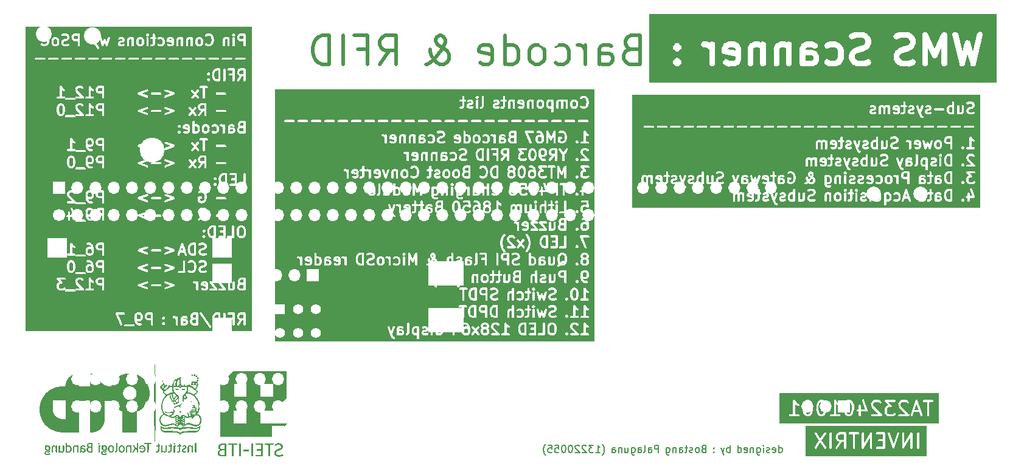
<source format=gbo>
G04 #@! TF.GenerationSoftware,KiCad,Pcbnew,(7.99.0-200-gad838e3d73)*
G04 #@! TF.CreationDate,2024-03-15T16:03:47+07:00*
G04 #@! TF.ProjectId,WMS,574d532e-6b69-4636-9164-5f7063625858,rev?*
G04 #@! TF.SameCoordinates,Original*
G04 #@! TF.FileFunction,Legend,Bot*
G04 #@! TF.FilePolarity,Positive*
%FSLAX46Y46*%
G04 Gerber Fmt 4.6, Leading zero omitted, Abs format (unit mm)*
G04 Created by KiCad (PCBNEW (7.99.0-200-gad838e3d73)) date 2024-03-15 16:03:47*
%MOMM*%
%LPD*%
G01*
G04 APERTURE LIST*
%ADD10C,0.150000*%
%ADD11C,0.300000*%
%ADD12C,0.500000*%
%ADD13C,0.800000*%
%ADD14R,1.400000X1.400000*%
%ADD15C,1.400000*%
%ADD16C,2.000000*%
%ADD17R,5.000000X3.500000*%
%ADD18C,2.390000*%
%ADD19C,3.450000*%
%ADD20C,2.200000*%
%ADD21R,1.700000X1.700000*%
%ADD22O,1.700000X1.700000*%
%ADD23O,1.600000X2.000000*%
%ADD24C,1.700000*%
%ADD25R,1.800000X1.800000*%
%ADD26C,1.800000*%
%ADD27O,3.048000X1.850000*%
%ADD28R,2.800000X2.800000*%
G04 APERTURE END LIST*
D10*
X175329933Y-114844380D02*
X175329933Y-113844380D01*
X175329933Y-114796761D02*
X175425171Y-114844380D01*
X175425171Y-114844380D02*
X175615647Y-114844380D01*
X175615647Y-114844380D02*
X175710885Y-114796761D01*
X175710885Y-114796761D02*
X175758504Y-114749142D01*
X175758504Y-114749142D02*
X175806123Y-114653904D01*
X175806123Y-114653904D02*
X175806123Y-114368190D01*
X175806123Y-114368190D02*
X175758504Y-114272952D01*
X175758504Y-114272952D02*
X175710885Y-114225333D01*
X175710885Y-114225333D02*
X175615647Y-114177714D01*
X175615647Y-114177714D02*
X175425171Y-114177714D01*
X175425171Y-114177714D02*
X175329933Y-114225333D01*
X174472790Y-114796761D02*
X174568028Y-114844380D01*
X174568028Y-114844380D02*
X174758504Y-114844380D01*
X174758504Y-114844380D02*
X174853742Y-114796761D01*
X174853742Y-114796761D02*
X174901361Y-114701523D01*
X174901361Y-114701523D02*
X174901361Y-114320571D01*
X174901361Y-114320571D02*
X174853742Y-114225333D01*
X174853742Y-114225333D02*
X174758504Y-114177714D01*
X174758504Y-114177714D02*
X174568028Y-114177714D01*
X174568028Y-114177714D02*
X174472790Y-114225333D01*
X174472790Y-114225333D02*
X174425171Y-114320571D01*
X174425171Y-114320571D02*
X174425171Y-114415809D01*
X174425171Y-114415809D02*
X174901361Y-114511047D01*
X174044218Y-114796761D02*
X173948980Y-114844380D01*
X173948980Y-114844380D02*
X173758504Y-114844380D01*
X173758504Y-114844380D02*
X173663266Y-114796761D01*
X173663266Y-114796761D02*
X173615647Y-114701523D01*
X173615647Y-114701523D02*
X173615647Y-114653904D01*
X173615647Y-114653904D02*
X173663266Y-114558666D01*
X173663266Y-114558666D02*
X173758504Y-114511047D01*
X173758504Y-114511047D02*
X173901361Y-114511047D01*
X173901361Y-114511047D02*
X173996599Y-114463428D01*
X173996599Y-114463428D02*
X174044218Y-114368190D01*
X174044218Y-114368190D02*
X174044218Y-114320571D01*
X174044218Y-114320571D02*
X173996599Y-114225333D01*
X173996599Y-114225333D02*
X173901361Y-114177714D01*
X173901361Y-114177714D02*
X173758504Y-114177714D01*
X173758504Y-114177714D02*
X173663266Y-114225333D01*
X173187075Y-114844380D02*
X173187075Y-114177714D01*
X173187075Y-113844380D02*
X173234694Y-113892000D01*
X173234694Y-113892000D02*
X173187075Y-113939619D01*
X173187075Y-113939619D02*
X173139456Y-113892000D01*
X173139456Y-113892000D02*
X173187075Y-113844380D01*
X173187075Y-113844380D02*
X173187075Y-113939619D01*
X172282314Y-114177714D02*
X172282314Y-114987238D01*
X172282314Y-114987238D02*
X172329933Y-115082476D01*
X172329933Y-115082476D02*
X172377552Y-115130095D01*
X172377552Y-115130095D02*
X172472790Y-115177714D01*
X172472790Y-115177714D02*
X172615647Y-115177714D01*
X172615647Y-115177714D02*
X172710885Y-115130095D01*
X172282314Y-114796761D02*
X172377552Y-114844380D01*
X172377552Y-114844380D02*
X172568028Y-114844380D01*
X172568028Y-114844380D02*
X172663266Y-114796761D01*
X172663266Y-114796761D02*
X172710885Y-114749142D01*
X172710885Y-114749142D02*
X172758504Y-114653904D01*
X172758504Y-114653904D02*
X172758504Y-114368190D01*
X172758504Y-114368190D02*
X172710885Y-114272952D01*
X172710885Y-114272952D02*
X172663266Y-114225333D01*
X172663266Y-114225333D02*
X172568028Y-114177714D01*
X172568028Y-114177714D02*
X172377552Y-114177714D01*
X172377552Y-114177714D02*
X172282314Y-114225333D01*
X171806123Y-114177714D02*
X171806123Y-114844380D01*
X171806123Y-114272952D02*
X171758504Y-114225333D01*
X171758504Y-114225333D02*
X171663266Y-114177714D01*
X171663266Y-114177714D02*
X171520409Y-114177714D01*
X171520409Y-114177714D02*
X171425171Y-114225333D01*
X171425171Y-114225333D02*
X171377552Y-114320571D01*
X171377552Y-114320571D02*
X171377552Y-114844380D01*
X170520409Y-114796761D02*
X170615647Y-114844380D01*
X170615647Y-114844380D02*
X170806123Y-114844380D01*
X170806123Y-114844380D02*
X170901361Y-114796761D01*
X170901361Y-114796761D02*
X170948980Y-114701523D01*
X170948980Y-114701523D02*
X170948980Y-114320571D01*
X170948980Y-114320571D02*
X170901361Y-114225333D01*
X170901361Y-114225333D02*
X170806123Y-114177714D01*
X170806123Y-114177714D02*
X170615647Y-114177714D01*
X170615647Y-114177714D02*
X170520409Y-114225333D01*
X170520409Y-114225333D02*
X170472790Y-114320571D01*
X170472790Y-114320571D02*
X170472790Y-114415809D01*
X170472790Y-114415809D02*
X170948980Y-114511047D01*
X169615647Y-114844380D02*
X169615647Y-113844380D01*
X169615647Y-114796761D02*
X169710885Y-114844380D01*
X169710885Y-114844380D02*
X169901361Y-114844380D01*
X169901361Y-114844380D02*
X169996599Y-114796761D01*
X169996599Y-114796761D02*
X170044218Y-114749142D01*
X170044218Y-114749142D02*
X170091837Y-114653904D01*
X170091837Y-114653904D02*
X170091837Y-114368190D01*
X170091837Y-114368190D02*
X170044218Y-114272952D01*
X170044218Y-114272952D02*
X169996599Y-114225333D01*
X169996599Y-114225333D02*
X169901361Y-114177714D01*
X169901361Y-114177714D02*
X169710885Y-114177714D01*
X169710885Y-114177714D02*
X169615647Y-114225333D01*
X168539456Y-114844380D02*
X168539456Y-113844380D01*
X168539456Y-114225333D02*
X168444218Y-114177714D01*
X168444218Y-114177714D02*
X168253742Y-114177714D01*
X168253742Y-114177714D02*
X168158504Y-114225333D01*
X168158504Y-114225333D02*
X168110885Y-114272952D01*
X168110885Y-114272952D02*
X168063266Y-114368190D01*
X168063266Y-114368190D02*
X168063266Y-114653904D01*
X168063266Y-114653904D02*
X168110885Y-114749142D01*
X168110885Y-114749142D02*
X168158504Y-114796761D01*
X168158504Y-114796761D02*
X168253742Y-114844380D01*
X168253742Y-114844380D02*
X168444218Y-114844380D01*
X168444218Y-114844380D02*
X168539456Y-114796761D01*
X167729932Y-114177714D02*
X167491837Y-114844380D01*
X167253742Y-114177714D02*
X167491837Y-114844380D01*
X167491837Y-114844380D02*
X167587075Y-115082476D01*
X167587075Y-115082476D02*
X167634694Y-115130095D01*
X167634694Y-115130095D02*
X167729932Y-115177714D01*
X166272789Y-114749142D02*
X166225170Y-114796761D01*
X166225170Y-114796761D02*
X166272789Y-114844380D01*
X166272789Y-114844380D02*
X166320408Y-114796761D01*
X166320408Y-114796761D02*
X166272789Y-114749142D01*
X166272789Y-114749142D02*
X166272789Y-114844380D01*
X166272789Y-114225333D02*
X166225170Y-114272952D01*
X166225170Y-114272952D02*
X166272789Y-114320571D01*
X166272789Y-114320571D02*
X166320408Y-114272952D01*
X166320408Y-114272952D02*
X166272789Y-114225333D01*
X166272789Y-114225333D02*
X166272789Y-114320571D01*
X164863266Y-114320571D02*
X164720409Y-114368190D01*
X164720409Y-114368190D02*
X164672790Y-114415809D01*
X164672790Y-114415809D02*
X164625171Y-114511047D01*
X164625171Y-114511047D02*
X164625171Y-114653904D01*
X164625171Y-114653904D02*
X164672790Y-114749142D01*
X164672790Y-114749142D02*
X164720409Y-114796761D01*
X164720409Y-114796761D02*
X164815647Y-114844380D01*
X164815647Y-114844380D02*
X165196599Y-114844380D01*
X165196599Y-114844380D02*
X165196599Y-113844380D01*
X165196599Y-113844380D02*
X164863266Y-113844380D01*
X164863266Y-113844380D02*
X164768028Y-113892000D01*
X164768028Y-113892000D02*
X164720409Y-113939619D01*
X164720409Y-113939619D02*
X164672790Y-114034857D01*
X164672790Y-114034857D02*
X164672790Y-114130095D01*
X164672790Y-114130095D02*
X164720409Y-114225333D01*
X164720409Y-114225333D02*
X164768028Y-114272952D01*
X164768028Y-114272952D02*
X164863266Y-114320571D01*
X164863266Y-114320571D02*
X165196599Y-114320571D01*
X164053742Y-114844380D02*
X164148980Y-114796761D01*
X164148980Y-114796761D02*
X164196599Y-114749142D01*
X164196599Y-114749142D02*
X164244218Y-114653904D01*
X164244218Y-114653904D02*
X164244218Y-114368190D01*
X164244218Y-114368190D02*
X164196599Y-114272952D01*
X164196599Y-114272952D02*
X164148980Y-114225333D01*
X164148980Y-114225333D02*
X164053742Y-114177714D01*
X164053742Y-114177714D02*
X163910885Y-114177714D01*
X163910885Y-114177714D02*
X163815647Y-114225333D01*
X163815647Y-114225333D02*
X163768028Y-114272952D01*
X163768028Y-114272952D02*
X163720409Y-114368190D01*
X163720409Y-114368190D02*
X163720409Y-114653904D01*
X163720409Y-114653904D02*
X163768028Y-114749142D01*
X163768028Y-114749142D02*
X163815647Y-114796761D01*
X163815647Y-114796761D02*
X163910885Y-114844380D01*
X163910885Y-114844380D02*
X164053742Y-114844380D01*
X163339456Y-114796761D02*
X163244218Y-114844380D01*
X163244218Y-114844380D02*
X163053742Y-114844380D01*
X163053742Y-114844380D02*
X162958504Y-114796761D01*
X162958504Y-114796761D02*
X162910885Y-114701523D01*
X162910885Y-114701523D02*
X162910885Y-114653904D01*
X162910885Y-114653904D02*
X162958504Y-114558666D01*
X162958504Y-114558666D02*
X163053742Y-114511047D01*
X163053742Y-114511047D02*
X163196599Y-114511047D01*
X163196599Y-114511047D02*
X163291837Y-114463428D01*
X163291837Y-114463428D02*
X163339456Y-114368190D01*
X163339456Y-114368190D02*
X163339456Y-114320571D01*
X163339456Y-114320571D02*
X163291837Y-114225333D01*
X163291837Y-114225333D02*
X163196599Y-114177714D01*
X163196599Y-114177714D02*
X163053742Y-114177714D01*
X163053742Y-114177714D02*
X162958504Y-114225333D01*
X162625170Y-114177714D02*
X162244218Y-114177714D01*
X162482313Y-113844380D02*
X162482313Y-114701523D01*
X162482313Y-114701523D02*
X162434694Y-114796761D01*
X162434694Y-114796761D02*
X162339456Y-114844380D01*
X162339456Y-114844380D02*
X162244218Y-114844380D01*
X161482313Y-114844380D02*
X161482313Y-114320571D01*
X161482313Y-114320571D02*
X161529932Y-114225333D01*
X161529932Y-114225333D02*
X161625170Y-114177714D01*
X161625170Y-114177714D02*
X161815646Y-114177714D01*
X161815646Y-114177714D02*
X161910884Y-114225333D01*
X161482313Y-114796761D02*
X161577551Y-114844380D01*
X161577551Y-114844380D02*
X161815646Y-114844380D01*
X161815646Y-114844380D02*
X161910884Y-114796761D01*
X161910884Y-114796761D02*
X161958503Y-114701523D01*
X161958503Y-114701523D02*
X161958503Y-114606285D01*
X161958503Y-114606285D02*
X161910884Y-114511047D01*
X161910884Y-114511047D02*
X161815646Y-114463428D01*
X161815646Y-114463428D02*
X161577551Y-114463428D01*
X161577551Y-114463428D02*
X161482313Y-114415809D01*
X161006122Y-114177714D02*
X161006122Y-114844380D01*
X161006122Y-114272952D02*
X160958503Y-114225333D01*
X160958503Y-114225333D02*
X160863265Y-114177714D01*
X160863265Y-114177714D02*
X160720408Y-114177714D01*
X160720408Y-114177714D02*
X160625170Y-114225333D01*
X160625170Y-114225333D02*
X160577551Y-114320571D01*
X160577551Y-114320571D02*
X160577551Y-114844380D01*
X159672789Y-114177714D02*
X159672789Y-114987238D01*
X159672789Y-114987238D02*
X159720408Y-115082476D01*
X159720408Y-115082476D02*
X159768027Y-115130095D01*
X159768027Y-115130095D02*
X159863265Y-115177714D01*
X159863265Y-115177714D02*
X160006122Y-115177714D01*
X160006122Y-115177714D02*
X160101360Y-115130095D01*
X159672789Y-114796761D02*
X159768027Y-114844380D01*
X159768027Y-114844380D02*
X159958503Y-114844380D01*
X159958503Y-114844380D02*
X160053741Y-114796761D01*
X160053741Y-114796761D02*
X160101360Y-114749142D01*
X160101360Y-114749142D02*
X160148979Y-114653904D01*
X160148979Y-114653904D02*
X160148979Y-114368190D01*
X160148979Y-114368190D02*
X160101360Y-114272952D01*
X160101360Y-114272952D02*
X160053741Y-114225333D01*
X160053741Y-114225333D02*
X159958503Y-114177714D01*
X159958503Y-114177714D02*
X159768027Y-114177714D01*
X159768027Y-114177714D02*
X159672789Y-114225333D01*
X158596598Y-114844380D02*
X158596598Y-113844380D01*
X158596598Y-113844380D02*
X158215646Y-113844380D01*
X158215646Y-113844380D02*
X158120408Y-113892000D01*
X158120408Y-113892000D02*
X158072789Y-113939619D01*
X158072789Y-113939619D02*
X158025170Y-114034857D01*
X158025170Y-114034857D02*
X158025170Y-114177714D01*
X158025170Y-114177714D02*
X158072789Y-114272952D01*
X158072789Y-114272952D02*
X158120408Y-114320571D01*
X158120408Y-114320571D02*
X158215646Y-114368190D01*
X158215646Y-114368190D02*
X158596598Y-114368190D01*
X157168027Y-114844380D02*
X157168027Y-114320571D01*
X157168027Y-114320571D02*
X157215646Y-114225333D01*
X157215646Y-114225333D02*
X157310884Y-114177714D01*
X157310884Y-114177714D02*
X157501360Y-114177714D01*
X157501360Y-114177714D02*
X157596598Y-114225333D01*
X157168027Y-114796761D02*
X157263265Y-114844380D01*
X157263265Y-114844380D02*
X157501360Y-114844380D01*
X157501360Y-114844380D02*
X157596598Y-114796761D01*
X157596598Y-114796761D02*
X157644217Y-114701523D01*
X157644217Y-114701523D02*
X157644217Y-114606285D01*
X157644217Y-114606285D02*
X157596598Y-114511047D01*
X157596598Y-114511047D02*
X157501360Y-114463428D01*
X157501360Y-114463428D02*
X157263265Y-114463428D01*
X157263265Y-114463428D02*
X157168027Y-114415809D01*
X156548979Y-114844380D02*
X156644217Y-114796761D01*
X156644217Y-114796761D02*
X156691836Y-114701523D01*
X156691836Y-114701523D02*
X156691836Y-113844380D01*
X155739455Y-114844380D02*
X155739455Y-114320571D01*
X155739455Y-114320571D02*
X155787074Y-114225333D01*
X155787074Y-114225333D02*
X155882312Y-114177714D01*
X155882312Y-114177714D02*
X156072788Y-114177714D01*
X156072788Y-114177714D02*
X156168026Y-114225333D01*
X155739455Y-114796761D02*
X155834693Y-114844380D01*
X155834693Y-114844380D02*
X156072788Y-114844380D01*
X156072788Y-114844380D02*
X156168026Y-114796761D01*
X156168026Y-114796761D02*
X156215645Y-114701523D01*
X156215645Y-114701523D02*
X156215645Y-114606285D01*
X156215645Y-114606285D02*
X156168026Y-114511047D01*
X156168026Y-114511047D02*
X156072788Y-114463428D01*
X156072788Y-114463428D02*
X155834693Y-114463428D01*
X155834693Y-114463428D02*
X155739455Y-114415809D01*
X154834693Y-114177714D02*
X154834693Y-114987238D01*
X154834693Y-114987238D02*
X154882312Y-115082476D01*
X154882312Y-115082476D02*
X154929931Y-115130095D01*
X154929931Y-115130095D02*
X155025169Y-115177714D01*
X155025169Y-115177714D02*
X155168026Y-115177714D01*
X155168026Y-115177714D02*
X155263264Y-115130095D01*
X154834693Y-114796761D02*
X154929931Y-114844380D01*
X154929931Y-114844380D02*
X155120407Y-114844380D01*
X155120407Y-114844380D02*
X155215645Y-114796761D01*
X155215645Y-114796761D02*
X155263264Y-114749142D01*
X155263264Y-114749142D02*
X155310883Y-114653904D01*
X155310883Y-114653904D02*
X155310883Y-114368190D01*
X155310883Y-114368190D02*
X155263264Y-114272952D01*
X155263264Y-114272952D02*
X155215645Y-114225333D01*
X155215645Y-114225333D02*
X155120407Y-114177714D01*
X155120407Y-114177714D02*
X154929931Y-114177714D01*
X154929931Y-114177714D02*
X154834693Y-114225333D01*
X153929931Y-114177714D02*
X153929931Y-114844380D01*
X154358502Y-114177714D02*
X154358502Y-114701523D01*
X154358502Y-114701523D02*
X154310883Y-114796761D01*
X154310883Y-114796761D02*
X154215645Y-114844380D01*
X154215645Y-114844380D02*
X154072788Y-114844380D01*
X154072788Y-114844380D02*
X153977550Y-114796761D01*
X153977550Y-114796761D02*
X153929931Y-114749142D01*
X153453740Y-114177714D02*
X153453740Y-114844380D01*
X153453740Y-114272952D02*
X153406121Y-114225333D01*
X153406121Y-114225333D02*
X153310883Y-114177714D01*
X153310883Y-114177714D02*
X153168026Y-114177714D01*
X153168026Y-114177714D02*
X153072788Y-114225333D01*
X153072788Y-114225333D02*
X153025169Y-114320571D01*
X153025169Y-114320571D02*
X153025169Y-114844380D01*
X152120407Y-114844380D02*
X152120407Y-114320571D01*
X152120407Y-114320571D02*
X152168026Y-114225333D01*
X152168026Y-114225333D02*
X152263264Y-114177714D01*
X152263264Y-114177714D02*
X152453740Y-114177714D01*
X152453740Y-114177714D02*
X152548978Y-114225333D01*
X152120407Y-114796761D02*
X152215645Y-114844380D01*
X152215645Y-114844380D02*
X152453740Y-114844380D01*
X152453740Y-114844380D02*
X152548978Y-114796761D01*
X152548978Y-114796761D02*
X152596597Y-114701523D01*
X152596597Y-114701523D02*
X152596597Y-114606285D01*
X152596597Y-114606285D02*
X152548978Y-114511047D01*
X152548978Y-114511047D02*
X152453740Y-114463428D01*
X152453740Y-114463428D02*
X152215645Y-114463428D01*
X152215645Y-114463428D02*
X152120407Y-114415809D01*
X150758502Y-115225333D02*
X150806121Y-115177714D01*
X150806121Y-115177714D02*
X150901359Y-115034857D01*
X150901359Y-115034857D02*
X150948978Y-114939619D01*
X150948978Y-114939619D02*
X150996597Y-114796761D01*
X150996597Y-114796761D02*
X151044216Y-114558666D01*
X151044216Y-114558666D02*
X151044216Y-114368190D01*
X151044216Y-114368190D02*
X150996597Y-114130095D01*
X150996597Y-114130095D02*
X150948978Y-113987238D01*
X150948978Y-113987238D02*
X150901359Y-113892000D01*
X150901359Y-113892000D02*
X150806121Y-113749142D01*
X150806121Y-113749142D02*
X150758502Y-113701523D01*
X149853740Y-114844380D02*
X150425168Y-114844380D01*
X150139454Y-114844380D02*
X150139454Y-113844380D01*
X150139454Y-113844380D02*
X150234692Y-113987238D01*
X150234692Y-113987238D02*
X150329930Y-114082476D01*
X150329930Y-114082476D02*
X150425168Y-114130095D01*
X149520406Y-113844380D02*
X148901359Y-113844380D01*
X148901359Y-113844380D02*
X149234692Y-114225333D01*
X149234692Y-114225333D02*
X149091835Y-114225333D01*
X149091835Y-114225333D02*
X148996597Y-114272952D01*
X148996597Y-114272952D02*
X148948978Y-114320571D01*
X148948978Y-114320571D02*
X148901359Y-114415809D01*
X148901359Y-114415809D02*
X148901359Y-114653904D01*
X148901359Y-114653904D02*
X148948978Y-114749142D01*
X148948978Y-114749142D02*
X148996597Y-114796761D01*
X148996597Y-114796761D02*
X149091835Y-114844380D01*
X149091835Y-114844380D02*
X149377549Y-114844380D01*
X149377549Y-114844380D02*
X149472787Y-114796761D01*
X149472787Y-114796761D02*
X149520406Y-114749142D01*
X148520406Y-113939619D02*
X148472787Y-113892000D01*
X148472787Y-113892000D02*
X148377549Y-113844380D01*
X148377549Y-113844380D02*
X148139454Y-113844380D01*
X148139454Y-113844380D02*
X148044216Y-113892000D01*
X148044216Y-113892000D02*
X147996597Y-113939619D01*
X147996597Y-113939619D02*
X147948978Y-114034857D01*
X147948978Y-114034857D02*
X147948978Y-114130095D01*
X147948978Y-114130095D02*
X147996597Y-114272952D01*
X147996597Y-114272952D02*
X148568025Y-114844380D01*
X148568025Y-114844380D02*
X147948978Y-114844380D01*
X147568025Y-113939619D02*
X147520406Y-113892000D01*
X147520406Y-113892000D02*
X147425168Y-113844380D01*
X147425168Y-113844380D02*
X147187073Y-113844380D01*
X147187073Y-113844380D02*
X147091835Y-113892000D01*
X147091835Y-113892000D02*
X147044216Y-113939619D01*
X147044216Y-113939619D02*
X146996597Y-114034857D01*
X146996597Y-114034857D02*
X146996597Y-114130095D01*
X146996597Y-114130095D02*
X147044216Y-114272952D01*
X147044216Y-114272952D02*
X147615644Y-114844380D01*
X147615644Y-114844380D02*
X146996597Y-114844380D01*
X146377549Y-113844380D02*
X146282311Y-113844380D01*
X146282311Y-113844380D02*
X146187073Y-113892000D01*
X146187073Y-113892000D02*
X146139454Y-113939619D01*
X146139454Y-113939619D02*
X146091835Y-114034857D01*
X146091835Y-114034857D02*
X146044216Y-114225333D01*
X146044216Y-114225333D02*
X146044216Y-114463428D01*
X146044216Y-114463428D02*
X146091835Y-114653904D01*
X146091835Y-114653904D02*
X146139454Y-114749142D01*
X146139454Y-114749142D02*
X146187073Y-114796761D01*
X146187073Y-114796761D02*
X146282311Y-114844380D01*
X146282311Y-114844380D02*
X146377549Y-114844380D01*
X146377549Y-114844380D02*
X146472787Y-114796761D01*
X146472787Y-114796761D02*
X146520406Y-114749142D01*
X146520406Y-114749142D02*
X146568025Y-114653904D01*
X146568025Y-114653904D02*
X146615644Y-114463428D01*
X146615644Y-114463428D02*
X146615644Y-114225333D01*
X146615644Y-114225333D02*
X146568025Y-114034857D01*
X146568025Y-114034857D02*
X146520406Y-113939619D01*
X146520406Y-113939619D02*
X146472787Y-113892000D01*
X146472787Y-113892000D02*
X146377549Y-113844380D01*
X145425168Y-113844380D02*
X145329930Y-113844380D01*
X145329930Y-113844380D02*
X145234692Y-113892000D01*
X145234692Y-113892000D02*
X145187073Y-113939619D01*
X145187073Y-113939619D02*
X145139454Y-114034857D01*
X145139454Y-114034857D02*
X145091835Y-114225333D01*
X145091835Y-114225333D02*
X145091835Y-114463428D01*
X145091835Y-114463428D02*
X145139454Y-114653904D01*
X145139454Y-114653904D02*
X145187073Y-114749142D01*
X145187073Y-114749142D02*
X145234692Y-114796761D01*
X145234692Y-114796761D02*
X145329930Y-114844380D01*
X145329930Y-114844380D02*
X145425168Y-114844380D01*
X145425168Y-114844380D02*
X145520406Y-114796761D01*
X145520406Y-114796761D02*
X145568025Y-114749142D01*
X145568025Y-114749142D02*
X145615644Y-114653904D01*
X145615644Y-114653904D02*
X145663263Y-114463428D01*
X145663263Y-114463428D02*
X145663263Y-114225333D01*
X145663263Y-114225333D02*
X145615644Y-114034857D01*
X145615644Y-114034857D02*
X145568025Y-113939619D01*
X145568025Y-113939619D02*
X145520406Y-113892000D01*
X145520406Y-113892000D02*
X145425168Y-113844380D01*
X144187073Y-113844380D02*
X144663263Y-113844380D01*
X144663263Y-113844380D02*
X144710882Y-114320571D01*
X144710882Y-114320571D02*
X144663263Y-114272952D01*
X144663263Y-114272952D02*
X144568025Y-114225333D01*
X144568025Y-114225333D02*
X144329930Y-114225333D01*
X144329930Y-114225333D02*
X144234692Y-114272952D01*
X144234692Y-114272952D02*
X144187073Y-114320571D01*
X144187073Y-114320571D02*
X144139454Y-114415809D01*
X144139454Y-114415809D02*
X144139454Y-114653904D01*
X144139454Y-114653904D02*
X144187073Y-114749142D01*
X144187073Y-114749142D02*
X144234692Y-114796761D01*
X144234692Y-114796761D02*
X144329930Y-114844380D01*
X144329930Y-114844380D02*
X144568025Y-114844380D01*
X144568025Y-114844380D02*
X144663263Y-114796761D01*
X144663263Y-114796761D02*
X144710882Y-114749142D01*
X143234692Y-113844380D02*
X143710882Y-113844380D01*
X143710882Y-113844380D02*
X143758501Y-114320571D01*
X143758501Y-114320571D02*
X143710882Y-114272952D01*
X143710882Y-114272952D02*
X143615644Y-114225333D01*
X143615644Y-114225333D02*
X143377549Y-114225333D01*
X143377549Y-114225333D02*
X143282311Y-114272952D01*
X143282311Y-114272952D02*
X143234692Y-114320571D01*
X143234692Y-114320571D02*
X143187073Y-114415809D01*
X143187073Y-114415809D02*
X143187073Y-114653904D01*
X143187073Y-114653904D02*
X143234692Y-114749142D01*
X143234692Y-114749142D02*
X143282311Y-114796761D01*
X143282311Y-114796761D02*
X143377549Y-114844380D01*
X143377549Y-114844380D02*
X143615644Y-114844380D01*
X143615644Y-114844380D02*
X143710882Y-114796761D01*
X143710882Y-114796761D02*
X143758501Y-114749142D01*
X142853739Y-115225333D02*
X142806120Y-115177714D01*
X142806120Y-115177714D02*
X142710882Y-115034857D01*
X142710882Y-115034857D02*
X142663263Y-114939619D01*
X142663263Y-114939619D02*
X142615644Y-114796761D01*
X142615644Y-114796761D02*
X142568025Y-114558666D01*
X142568025Y-114558666D02*
X142568025Y-114368190D01*
X142568025Y-114368190D02*
X142615644Y-114130095D01*
X142615644Y-114130095D02*
X142663263Y-113987238D01*
X142663263Y-113987238D02*
X142710882Y-113892000D01*
X142710882Y-113892000D02*
X142806120Y-113749142D01*
X142806120Y-113749142D02*
X142853739Y-113701523D01*
D11*
G36*
X190614261Y-78929078D02*
G01*
X190651264Y-78966081D01*
X190695971Y-79055495D01*
X190695971Y-79413247D01*
X190651263Y-79502661D01*
X190614261Y-79539663D01*
X190524847Y-79584371D01*
X190309953Y-79584371D01*
X190281686Y-79570238D01*
X190281686Y-78898504D01*
X190309953Y-78884371D01*
X190524846Y-78884371D01*
X190614261Y-78929078D01*
G37*
G36*
X193209285Y-79155800D02*
G01*
X192911227Y-79155800D01*
X193060256Y-78708712D01*
X193209285Y-79155800D01*
G37*
G36*
X197705596Y-79346174D02*
G01*
X197738828Y-79412638D01*
X197738828Y-79484675D01*
X197705595Y-79551139D01*
X197639133Y-79584371D01*
X197352810Y-79584371D01*
X197324543Y-79570238D01*
X197324543Y-79316637D01*
X197334182Y-79318372D01*
X197347274Y-79312942D01*
X197639132Y-79312942D01*
X197705596Y-79346174D01*
G37*
G36*
X195491310Y-79346174D02*
G01*
X195524542Y-79412638D01*
X195524542Y-79484675D01*
X195491309Y-79551139D01*
X195424847Y-79584371D01*
X195138524Y-79584371D01*
X195110257Y-79570238D01*
X195110257Y-79316637D01*
X195119896Y-79318372D01*
X195132988Y-79312942D01*
X195424846Y-79312942D01*
X195491310Y-79346174D01*
G37*
G36*
X183685688Y-78929078D02*
G01*
X183722691Y-78966081D01*
X183767398Y-79055495D01*
X183767398Y-79413247D01*
X183722690Y-79502661D01*
X183685688Y-79539663D01*
X183596274Y-79584371D01*
X183452808Y-79584371D01*
X183363397Y-79539665D01*
X183326390Y-79502659D01*
X183281684Y-79413247D01*
X183281684Y-79055496D01*
X183326391Y-78966082D01*
X183363395Y-78929077D01*
X183452808Y-78884371D01*
X183596273Y-78884371D01*
X183685688Y-78929078D01*
G37*
G36*
X177295970Y-78898505D02*
G01*
X177295970Y-79570237D01*
X177267703Y-79584371D01*
X177052808Y-79584371D01*
X176963397Y-79539665D01*
X176926390Y-79502659D01*
X176881684Y-79413247D01*
X176881684Y-79055496D01*
X176926391Y-78966082D01*
X176963395Y-78929077D01*
X177052808Y-78884371D01*
X177267702Y-78884371D01*
X177295970Y-78898505D01*
G37*
G36*
X171548451Y-78917603D02*
G01*
X171581683Y-78984067D01*
X171581683Y-79051401D01*
X171174453Y-78969954D01*
X171200629Y-78917602D01*
X171267093Y-78884371D01*
X171481987Y-78884371D01*
X171548451Y-78917603D01*
G37*
G36*
X199167400Y-79584371D02*
G01*
X198984600Y-79584371D01*
X198826998Y-79531837D01*
X198726392Y-79431231D01*
X198673213Y-79324875D01*
X198610257Y-79073050D01*
X198610257Y-78895692D01*
X198673211Y-78643871D01*
X198726392Y-78537511D01*
X198826998Y-78436904D01*
X198984598Y-78384371D01*
X199167400Y-78384371D01*
X199167400Y-79584371D01*
G37*
G36*
X182328546Y-76499078D02*
G01*
X182365549Y-76536081D01*
X182410256Y-76625495D01*
X182410256Y-76983247D01*
X182365548Y-77072661D01*
X182328546Y-77109663D01*
X182239132Y-77154371D01*
X182024238Y-77154371D01*
X181995971Y-77140238D01*
X181995971Y-76468504D01*
X182024238Y-76454371D01*
X182239131Y-76454371D01*
X182328546Y-76499078D01*
G37*
G36*
X197705596Y-76916174D02*
G01*
X197738828Y-76982638D01*
X197738828Y-77054675D01*
X197705595Y-77121139D01*
X197639133Y-77154371D01*
X197352810Y-77154371D01*
X197324543Y-77140238D01*
X197324543Y-76886637D01*
X197334182Y-76888372D01*
X197347274Y-76882942D01*
X197639132Y-76882942D01*
X197705596Y-76916174D01*
G37*
G36*
X195491310Y-76916174D02*
G01*
X195524542Y-76982638D01*
X195524542Y-77054675D01*
X195491309Y-77121139D01*
X195424847Y-77154371D01*
X195138524Y-77154371D01*
X195110257Y-77140238D01*
X195110257Y-76886637D01*
X195119896Y-76888372D01*
X195132988Y-76882942D01*
X195424846Y-76882942D01*
X195491310Y-76916174D01*
G37*
G36*
X190757118Y-76499078D02*
G01*
X190794121Y-76536081D01*
X190838828Y-76625495D01*
X190838828Y-76983247D01*
X190794120Y-77072661D01*
X190757118Y-77109663D01*
X190667704Y-77154371D01*
X190524238Y-77154371D01*
X190434827Y-77109665D01*
X190397820Y-77072659D01*
X190353114Y-76983247D01*
X190353114Y-76625496D01*
X190397821Y-76536082D01*
X190434825Y-76499077D01*
X190524238Y-76454371D01*
X190667703Y-76454371D01*
X190757118Y-76499078D01*
G37*
G36*
X188162739Y-76487603D02*
G01*
X188195971Y-76554067D01*
X188195971Y-76621401D01*
X187788741Y-76539954D01*
X187814917Y-76487602D01*
X187881381Y-76454371D01*
X188096275Y-76454371D01*
X188162739Y-76487603D01*
G37*
G36*
X179993264Y-76706652D02*
G01*
X180036978Y-76750367D01*
X180081685Y-76839781D01*
X180081685Y-76983247D01*
X180036979Y-77072657D01*
X179999973Y-77109663D01*
X179910559Y-77154371D01*
X179767095Y-77154371D01*
X179677682Y-77109664D01*
X179631001Y-77062984D01*
X179618347Y-77046111D01*
X179895635Y-76713365D01*
X179903489Y-76709937D01*
X179923475Y-76679957D01*
X179932154Y-76669543D01*
X179933375Y-76666726D01*
X179993264Y-76706652D01*
G37*
G36*
X179834167Y-75987603D02*
G01*
X179867399Y-76054067D01*
X179867399Y-76137171D01*
X179833303Y-76239458D01*
X179755819Y-76187803D01*
X179712106Y-76144089D01*
X179667399Y-76054675D01*
X179667399Y-76054068D01*
X179700631Y-75987602D01*
X179767095Y-75954371D01*
X179767702Y-75954371D01*
X179834167Y-75987603D01*
G37*
G36*
X175862738Y-76916174D02*
G01*
X175895970Y-76982638D01*
X175895970Y-77054675D01*
X175862737Y-77121139D01*
X175796275Y-77154371D01*
X175509952Y-77154371D01*
X175481685Y-77140238D01*
X175481685Y-76886637D01*
X175491324Y-76888372D01*
X175504416Y-76882942D01*
X175796274Y-76882942D01*
X175862738Y-76916174D01*
G37*
G36*
X173648452Y-76487603D02*
G01*
X173681684Y-76554067D01*
X173681684Y-76621401D01*
X173274454Y-76539954D01*
X173300630Y-76487602D01*
X173367094Y-76454371D01*
X173581988Y-76454371D01*
X173648452Y-76487603D01*
G37*
G36*
X170791309Y-76916174D02*
G01*
X170824541Y-76982638D01*
X170824541Y-77054675D01*
X170791308Y-77121139D01*
X170724846Y-77154371D01*
X170438523Y-77154371D01*
X170410256Y-77140238D01*
X170410256Y-76886637D01*
X170419895Y-76888372D01*
X170432987Y-76882942D01*
X170724845Y-76882942D01*
X170791309Y-76916174D01*
G37*
G36*
X164567399Y-76468505D02*
G01*
X164567399Y-77140237D01*
X164539132Y-77154371D01*
X164324237Y-77154371D01*
X164234826Y-77109665D01*
X164197819Y-77072659D01*
X164153113Y-76983247D01*
X164153113Y-76625496D01*
X164197820Y-76536082D01*
X164234824Y-76499077D01*
X164324237Y-76454371D01*
X164539131Y-76454371D01*
X164567399Y-76468505D01*
G37*
G36*
X158819880Y-76487603D02*
G01*
X158853112Y-76554067D01*
X158853112Y-76621401D01*
X158445882Y-76539954D01*
X158472058Y-76487602D01*
X158538522Y-76454371D01*
X158753416Y-76454371D01*
X158819880Y-76487603D01*
G37*
G36*
X199167400Y-77154371D02*
G01*
X198984600Y-77154371D01*
X198826998Y-77101837D01*
X198726392Y-77001231D01*
X198673213Y-76894875D01*
X198610257Y-76643050D01*
X198610257Y-76465692D01*
X198673211Y-76213871D01*
X198726392Y-76107511D01*
X198826998Y-76006904D01*
X198984598Y-75954371D01*
X199167400Y-75954371D01*
X199167400Y-77154371D01*
G37*
G36*
X193195971Y-76440085D02*
G01*
X192809952Y-76440085D01*
X192720538Y-76395378D01*
X192683533Y-76358373D01*
X192638828Y-76268961D01*
X192638828Y-76125495D01*
X192683534Y-76036081D01*
X192720538Y-75999077D01*
X192809952Y-75954371D01*
X193195971Y-75954371D01*
X193195971Y-76440085D01*
G37*
G36*
X195738828Y-74038505D02*
G01*
X195738828Y-74710237D01*
X195710561Y-74724371D01*
X195495666Y-74724371D01*
X195406255Y-74679665D01*
X195369248Y-74642659D01*
X195324542Y-74553247D01*
X195324542Y-74195496D01*
X195369249Y-74106082D01*
X195406253Y-74069077D01*
X195495666Y-74024371D01*
X195710560Y-74024371D01*
X195738828Y-74038505D01*
G37*
G36*
X193634167Y-74486174D02*
G01*
X193667399Y-74552638D01*
X193667399Y-74624675D01*
X193634166Y-74691139D01*
X193567704Y-74724371D01*
X193281381Y-74724371D01*
X193253114Y-74710238D01*
X193253114Y-74456637D01*
X193262753Y-74458372D01*
X193275845Y-74452942D01*
X193567703Y-74452942D01*
X193634167Y-74486174D01*
G37*
G36*
X187410257Y-74038505D02*
G01*
X187410257Y-74710237D01*
X187381990Y-74724371D01*
X187167095Y-74724371D01*
X187077684Y-74679665D01*
X187040677Y-74642659D01*
X186995971Y-74553247D01*
X186995971Y-74195496D01*
X187040678Y-74106082D01*
X187077682Y-74069077D01*
X187167095Y-74024371D01*
X187381989Y-74024371D01*
X187410257Y-74038505D01*
G37*
G36*
X181662738Y-74057603D02*
G01*
X181695970Y-74124067D01*
X181695970Y-74191401D01*
X181288740Y-74109954D01*
X181314916Y-74057602D01*
X181381380Y-74024371D01*
X181596274Y-74024371D01*
X181662738Y-74057603D01*
G37*
G36*
X199167400Y-74724371D02*
G01*
X198984600Y-74724371D01*
X198826998Y-74671837D01*
X198726392Y-74571231D01*
X198673213Y-74464875D01*
X198610257Y-74213050D01*
X198610257Y-74035692D01*
X198673211Y-73783871D01*
X198726392Y-73677511D01*
X198826998Y-73576904D01*
X198984598Y-73524371D01*
X199167400Y-73524371D01*
X199167400Y-74724371D01*
G37*
G36*
X197657118Y-71639078D02*
G01*
X197694121Y-71676081D01*
X197738828Y-71765495D01*
X197738828Y-72123247D01*
X197694120Y-72212661D01*
X197657118Y-72249663D01*
X197567704Y-72294371D01*
X197424238Y-72294371D01*
X197334827Y-72249665D01*
X197297820Y-72212659D01*
X197253114Y-72123247D01*
X197253114Y-71765496D01*
X197297821Y-71676082D01*
X197334825Y-71639077D01*
X197424238Y-71594371D01*
X197567703Y-71594371D01*
X197657118Y-71639078D01*
G37*
G36*
X194777024Y-71627603D02*
G01*
X194810256Y-71694067D01*
X194810256Y-71761401D01*
X194403026Y-71679954D01*
X194429202Y-71627602D01*
X194495666Y-71594371D01*
X194710560Y-71594371D01*
X194777024Y-71627603D01*
G37*
G36*
X188838829Y-71608505D02*
G01*
X188838829Y-72280237D01*
X188810562Y-72294371D01*
X188595667Y-72294371D01*
X188506256Y-72249665D01*
X188469249Y-72212659D01*
X188424543Y-72123247D01*
X188424543Y-71765496D01*
X188469250Y-71676082D01*
X188506254Y-71639077D01*
X188595667Y-71594371D01*
X188810561Y-71594371D01*
X188838829Y-71608505D01*
G37*
G36*
X183091310Y-71627603D02*
G01*
X183124542Y-71694067D01*
X183124542Y-71761401D01*
X182717312Y-71679954D01*
X182743488Y-71627602D01*
X182809952Y-71594371D01*
X183024846Y-71594371D01*
X183091310Y-71627603D01*
G37*
G36*
X199167400Y-71580085D02*
G01*
X198781381Y-71580085D01*
X198691967Y-71535378D01*
X198654962Y-71498373D01*
X198610257Y-71408961D01*
X198610257Y-71265495D01*
X198654963Y-71176081D01*
X198691967Y-71139077D01*
X198781381Y-71094371D01*
X199167400Y-71094371D01*
X199167400Y-71580085D01*
G37*
G36*
X199424543Y-66748505D02*
G01*
X199424543Y-67420237D01*
X199396276Y-67434371D01*
X199181381Y-67434371D01*
X199091970Y-67389665D01*
X199054963Y-67352659D01*
X199010257Y-67263247D01*
X199010257Y-66905496D01*
X199054964Y-66816082D01*
X199091968Y-66779077D01*
X199181381Y-66734371D01*
X199396275Y-66734371D01*
X199424543Y-66748505D01*
G37*
G36*
X191819881Y-66767603D02*
G01*
X191853113Y-66834067D01*
X191853113Y-66901401D01*
X191445883Y-66819954D01*
X191472059Y-66767602D01*
X191538523Y-66734371D01*
X191753417Y-66734371D01*
X191819881Y-66767603D01*
G37*
G36*
X203381686Y-80725086D02*
G01*
X154888827Y-80725086D01*
X154888827Y-78965438D01*
X168933396Y-78965438D01*
X168938826Y-78978530D01*
X168938826Y-79755939D01*
X168957310Y-79818891D01*
X169023883Y-79876576D01*
X169111075Y-79889113D01*
X169191202Y-79852520D01*
X169238826Y-79778415D01*
X169238826Y-78984068D01*
X169272058Y-78917602D01*
X169338522Y-78884371D01*
X169481987Y-78884371D01*
X169548452Y-78917603D01*
X169581684Y-78984067D01*
X169581684Y-79755939D01*
X169600168Y-79818891D01*
X169666741Y-79876576D01*
X169753933Y-79889113D01*
X169834060Y-79852520D01*
X169881684Y-79778415D01*
X169881684Y-78984067D01*
X169914915Y-78917602D01*
X169981379Y-78884371D01*
X170124844Y-78884371D01*
X170214259Y-78929078D01*
X170224541Y-78939360D01*
X170224541Y-79755939D01*
X170243025Y-79818891D01*
X170309598Y-79876576D01*
X170396790Y-79889113D01*
X170476917Y-79852520D01*
X170524541Y-79778415D01*
X170524541Y-79082984D01*
X170861298Y-79082984D01*
X170867398Y-79108919D01*
X170867398Y-79113082D01*
X170872319Y-79129843D01*
X170881466Y-79168731D01*
X170884638Y-79171798D01*
X170885882Y-79176034D01*
X170916079Y-79202199D01*
X170944792Y-79229963D01*
X170949119Y-79230828D01*
X170952455Y-79233719D01*
X170992007Y-79239406D01*
X171581683Y-79357342D01*
X171581683Y-79484675D01*
X171548450Y-79551139D01*
X171481988Y-79584371D01*
X171267093Y-79584371D01*
X171136617Y-79519133D01*
X171072045Y-79507512D01*
X170990678Y-79541259D01*
X170940471Y-79613639D01*
X170937366Y-79701672D01*
X170982349Y-79777409D01*
X171157377Y-79864923D01*
X171187639Y-79884371D01*
X171218292Y-79884371D01*
X171248464Y-79889801D01*
X171261556Y-79884371D01*
X171509323Y-79884371D01*
X171545086Y-79888232D01*
X171572500Y-79874524D01*
X171601918Y-79865887D01*
X171611200Y-79855174D01*
X171693155Y-79814196D01*
X171698985Y-79814402D01*
X171732198Y-79794674D01*
X171746628Y-79787460D01*
X171750659Y-79783709D01*
X171774722Y-79769418D01*
X171781120Y-79756620D01*
X172005513Y-79756620D01*
X172042106Y-79836747D01*
X172116211Y-79884371D01*
X172295037Y-79884371D01*
X172330800Y-79888232D01*
X172358214Y-79874524D01*
X172387632Y-79865887D01*
X172396914Y-79855174D01*
X172478869Y-79814196D01*
X172484699Y-79814402D01*
X172517917Y-79794672D01*
X172532342Y-79787460D01*
X172536371Y-79783711D01*
X172560436Y-79769419D01*
X172567998Y-79754293D01*
X172580382Y-79742775D01*
X172587314Y-79715661D01*
X172647950Y-79594390D01*
X172667398Y-79564129D01*
X172667398Y-79533476D01*
X172672828Y-79503304D01*
X172667398Y-79490212D01*
X172667398Y-79465438D01*
X173004825Y-79465438D01*
X173010255Y-79478530D01*
X173010255Y-79512010D01*
X173006394Y-79547773D01*
X173020101Y-79575187D01*
X173028739Y-79604605D01*
X173039451Y-79613887D01*
X173080429Y-79695842D01*
X173080224Y-79701672D01*
X173099953Y-79734890D01*
X173107166Y-79749315D01*
X173110914Y-79753344D01*
X173125207Y-79777409D01*
X173140332Y-79784971D01*
X173151851Y-79797355D01*
X173178964Y-79804287D01*
X173300235Y-79864923D01*
X173330497Y-79884371D01*
X173361150Y-79884371D01*
X173391322Y-79889801D01*
X173404414Y-79884371D01*
X173652180Y-79884371D01*
X173687943Y-79888232D01*
X173715357Y-79874524D01*
X173744775Y-79865887D01*
X173754057Y-79855174D01*
X173889485Y-79787460D01*
X173937525Y-79742775D01*
X173959347Y-79657432D01*
X173931567Y-79573839D01*
X173863003Y-79518536D01*
X173775423Y-79509081D01*
X173624845Y-79584371D01*
X173409951Y-79584371D01*
X173343487Y-79551139D01*
X173310255Y-79484675D01*
X173310255Y-79484068D01*
X173343487Y-79417602D01*
X173409951Y-79384371D01*
X173580752Y-79384371D01*
X173616515Y-79388232D01*
X173643929Y-79374524D01*
X173673347Y-79365887D01*
X173682629Y-79355174D01*
X173764584Y-79314196D01*
X173770414Y-79314402D01*
X173803627Y-79294674D01*
X173818057Y-79287460D01*
X173822088Y-79283709D01*
X173846151Y-79269418D01*
X173853712Y-79254294D01*
X173866097Y-79242775D01*
X173873030Y-79215658D01*
X173933664Y-79094390D01*
X173953112Y-79064129D01*
X173953112Y-79033477D01*
X173958542Y-79003303D01*
X173953112Y-78990211D01*
X173953112Y-78956733D01*
X173956973Y-78920970D01*
X173943265Y-78893555D01*
X173934628Y-78864137D01*
X173923916Y-78854855D01*
X173882938Y-78772898D01*
X173883144Y-78767070D01*
X173869051Y-78743343D01*
X174147037Y-78743343D01*
X174505201Y-79746203D01*
X174504626Y-79749186D01*
X174508586Y-79759086D01*
X174507974Y-79769733D01*
X174523312Y-79796912D01*
X174526248Y-79805133D01*
X174527930Y-79807447D01*
X174659197Y-80135613D01*
X174665903Y-80166437D01*
X174690706Y-80191240D01*
X174712392Y-80218833D01*
X174721431Y-80221964D01*
X174755174Y-80255706D01*
X174768064Y-80277409D01*
X174805038Y-80295896D01*
X174841311Y-80315703D01*
X174844233Y-80315493D01*
X174969606Y-80378180D01*
X175034179Y-80389801D01*
X175115546Y-80356054D01*
X175165753Y-80283674D01*
X175168858Y-80195641D01*
X175123874Y-80119904D01*
X174963395Y-80039664D01*
X174930948Y-80007217D01*
X174820607Y-79731366D01*
X174915581Y-79465438D01*
X175361968Y-79465438D01*
X175367398Y-79478530D01*
X175367398Y-79512010D01*
X175363537Y-79547773D01*
X175377244Y-79575187D01*
X175385882Y-79604605D01*
X175396594Y-79613887D01*
X175437572Y-79695842D01*
X175437367Y-79701672D01*
X175457096Y-79734890D01*
X175464309Y-79749315D01*
X175468057Y-79753344D01*
X175482350Y-79777409D01*
X175497475Y-79784971D01*
X175508994Y-79797355D01*
X175536107Y-79804287D01*
X175657378Y-79864923D01*
X175687640Y-79884371D01*
X175718293Y-79884371D01*
X175748465Y-79889801D01*
X175761557Y-79884371D01*
X176009323Y-79884371D01*
X176045086Y-79888232D01*
X176072500Y-79874524D01*
X176101918Y-79865887D01*
X176111200Y-79855174D01*
X176246628Y-79787460D01*
X176294668Y-79742775D01*
X176316490Y-79657432D01*
X176288710Y-79573839D01*
X176220146Y-79518536D01*
X176132566Y-79509081D01*
X175981988Y-79584371D01*
X175767094Y-79584371D01*
X175700630Y-79551139D01*
X175667398Y-79484675D01*
X175667398Y-79484068D01*
X175700630Y-79417602D01*
X175767094Y-79384371D01*
X175937895Y-79384371D01*
X175973658Y-79388232D01*
X176001072Y-79374524D01*
X176030490Y-79365887D01*
X176039772Y-79355174D01*
X176121727Y-79314196D01*
X176127557Y-79314402D01*
X176160770Y-79294674D01*
X176175200Y-79287460D01*
X176179231Y-79283709D01*
X176203294Y-79269418D01*
X176210855Y-79254294D01*
X176223240Y-79242775D01*
X176230173Y-79215658D01*
X176290807Y-79094390D01*
X176310255Y-79064129D01*
X176310255Y-79036866D01*
X176576254Y-79036866D01*
X176581684Y-79049958D01*
X176581684Y-79440582D01*
X176577823Y-79476345D01*
X176591530Y-79503759D01*
X176600168Y-79533177D01*
X176610880Y-79542459D01*
X176660537Y-79641772D01*
X176665903Y-79666436D01*
X176695123Y-79695656D01*
X176723280Y-79725927D01*
X176726120Y-79726653D01*
X176755174Y-79755707D01*
X176768064Y-79777409D01*
X176805030Y-79795892D01*
X176841309Y-79815702D01*
X176844231Y-79815492D01*
X176943092Y-79864923D01*
X176973354Y-79884371D01*
X177004007Y-79884371D01*
X177034179Y-79889801D01*
X177047271Y-79884371D01*
X177295038Y-79884371D01*
X177330801Y-79888232D01*
X177358215Y-79874524D01*
X177373485Y-79870041D01*
X177381027Y-79876576D01*
X177468219Y-79889113D01*
X177548346Y-79852520D01*
X177595970Y-79778415D01*
X177595970Y-79681816D01*
X177602205Y-79657432D01*
X177595970Y-79638670D01*
X177595970Y-79580361D01*
X178004321Y-79580361D01*
X178010256Y-79607643D01*
X178010256Y-79755939D01*
X178028740Y-79818891D01*
X178095313Y-79876576D01*
X178182505Y-79889113D01*
X178262632Y-79852520D01*
X178265744Y-79847677D01*
X178300235Y-79864923D01*
X178330497Y-79884371D01*
X178361150Y-79884371D01*
X178391322Y-79889801D01*
X178404414Y-79884371D01*
X178580752Y-79884371D01*
X178616515Y-79888232D01*
X178643929Y-79874524D01*
X178673347Y-79865887D01*
X178682629Y-79855174D01*
X178764584Y-79814196D01*
X178770414Y-79814402D01*
X178803632Y-79794672D01*
X178818057Y-79787460D01*
X178822086Y-79783711D01*
X178846151Y-79769419D01*
X178853713Y-79754293D01*
X178866097Y-79742775D01*
X178873029Y-79715661D01*
X178933665Y-79594390D01*
X178953113Y-79564129D01*
X178953113Y-79533476D01*
X178958543Y-79503304D01*
X178953113Y-79490212D01*
X178953113Y-78712803D01*
X178934629Y-78649851D01*
X178868056Y-78592166D01*
X178780864Y-78579629D01*
X178700737Y-78616222D01*
X178653113Y-78690327D01*
X178653113Y-79484675D01*
X178619881Y-79551138D01*
X178553417Y-79584371D01*
X178409951Y-79584371D01*
X178320540Y-79539665D01*
X178310256Y-79529381D01*
X178310256Y-78712803D01*
X178291772Y-78649851D01*
X178225199Y-78592166D01*
X178138007Y-78579629D01*
X178057880Y-78616222D01*
X178010256Y-78690327D01*
X178010256Y-79564448D01*
X178004321Y-79580361D01*
X177595970Y-79580361D01*
X177595970Y-78808464D01*
X177597430Y-78767070D01*
X177595970Y-78764612D01*
X177595970Y-78289159D01*
X179290525Y-78289159D01*
X179306204Y-78375841D01*
X179366257Y-78440285D01*
X179451620Y-78462030D01*
X179684596Y-78384371D01*
X179981987Y-78384371D01*
X180071402Y-78429078D01*
X180108405Y-78466081D01*
X180153112Y-78555495D01*
X180153112Y-78627533D01*
X180108405Y-78716946D01*
X180071402Y-78753949D01*
X179965045Y-78807128D01*
X179721223Y-78868084D01*
X179703995Y-78866224D01*
X179679326Y-78878558D01*
X179674380Y-78879795D01*
X179660110Y-78888166D01*
X179538567Y-78948939D01*
X179513906Y-78954304D01*
X179484691Y-78983518D01*
X179454414Y-79011681D01*
X179453687Y-79014521D01*
X179424631Y-79043576D01*
X179402931Y-79056466D01*
X179384449Y-79093428D01*
X179364638Y-79129710D01*
X179364847Y-79132633D01*
X179315414Y-79231497D01*
X179295969Y-79261756D01*
X179295969Y-79292407D01*
X179290539Y-79322581D01*
X179295969Y-79335673D01*
X179295969Y-79440582D01*
X179292108Y-79476345D01*
X179305815Y-79503759D01*
X179314453Y-79533177D01*
X179325165Y-79542459D01*
X179374823Y-79641774D01*
X179380189Y-79666437D01*
X179409402Y-79695649D01*
X179437565Y-79725927D01*
X179440406Y-79726653D01*
X179469460Y-79755706D01*
X179482350Y-79777409D01*
X179519324Y-79795896D01*
X179555597Y-79815703D01*
X179558519Y-79815493D01*
X179657378Y-79864923D01*
X179687640Y-79884371D01*
X179718293Y-79884371D01*
X179748465Y-79889801D01*
X179761557Y-79884371D01*
X180070022Y-79884371D01*
X180094478Y-79890601D01*
X180133668Y-79877537D01*
X180173347Y-79865887D01*
X180175267Y-79863671D01*
X180371007Y-79798424D01*
X180424884Y-79760981D01*
X180458556Y-79679583D01*
X180442877Y-79592901D01*
X180382823Y-79528458D01*
X180297461Y-79506712D01*
X180064485Y-79584371D01*
X179767094Y-79584371D01*
X179677681Y-79539664D01*
X179640675Y-79502659D01*
X179595969Y-79413247D01*
X179595969Y-79341210D01*
X179640676Y-79251794D01*
X179677680Y-79214791D01*
X179784035Y-79161613D01*
X180027857Y-79100658D01*
X180045086Y-79102518D01*
X180069753Y-79090184D01*
X180074702Y-79088947D01*
X180088974Y-79080573D01*
X180210514Y-79019802D01*
X180235176Y-79014438D01*
X180264390Y-78985223D01*
X180285661Y-78965439D01*
X181690540Y-78965439D01*
X181695970Y-78978531D01*
X181695970Y-79755939D01*
X181714454Y-79818891D01*
X181781027Y-79876576D01*
X181868219Y-79889113D01*
X181948346Y-79852520D01*
X181995970Y-79778415D01*
X181995970Y-78984067D01*
X182029201Y-78917602D01*
X182095665Y-78884371D01*
X182239130Y-78884371D01*
X182328545Y-78929078D01*
X182338827Y-78939360D01*
X182338827Y-79755939D01*
X182357311Y-79818891D01*
X182423884Y-79876576D01*
X182511076Y-79889113D01*
X182591203Y-79852520D01*
X182638827Y-79778415D01*
X182638827Y-79036866D01*
X182976254Y-79036866D01*
X182981684Y-79049958D01*
X182981684Y-79440582D01*
X182977823Y-79476345D01*
X182991530Y-79503759D01*
X183000168Y-79533177D01*
X183010880Y-79542459D01*
X183060537Y-79641772D01*
X183065903Y-79666436D01*
X183095123Y-79695656D01*
X183123280Y-79725927D01*
X183126120Y-79726653D01*
X183155174Y-79755707D01*
X183168064Y-79777409D01*
X183205030Y-79795892D01*
X183241309Y-79815702D01*
X183244231Y-79815492D01*
X183343092Y-79864923D01*
X183373354Y-79884371D01*
X183404007Y-79884371D01*
X183434179Y-79889801D01*
X183447271Y-79884371D01*
X183623609Y-79884371D01*
X183659372Y-79888232D01*
X183686786Y-79874524D01*
X183716204Y-79865887D01*
X183725486Y-79855174D01*
X183824800Y-79805516D01*
X183849462Y-79800152D01*
X183878676Y-79770937D01*
X183894801Y-79755939D01*
X184410256Y-79755939D01*
X184428740Y-79818891D01*
X184495313Y-79876576D01*
X184582505Y-79889113D01*
X184662632Y-79852520D01*
X184710256Y-79778415D01*
X184710256Y-79756620D01*
X184905514Y-79756620D01*
X184942107Y-79836747D01*
X185016212Y-79884371D01*
X185195038Y-79884371D01*
X185230801Y-79888232D01*
X185258215Y-79874524D01*
X185287633Y-79865887D01*
X185296915Y-79855174D01*
X185378870Y-79814196D01*
X185384700Y-79814402D01*
X185417918Y-79794672D01*
X185432343Y-79787460D01*
X185436372Y-79783711D01*
X185460437Y-79769419D01*
X185467176Y-79755939D01*
X185981685Y-79755939D01*
X186000169Y-79818891D01*
X186066742Y-79876576D01*
X186153934Y-79889113D01*
X186234061Y-79852520D01*
X186281685Y-79778415D01*
X186281685Y-79465438D01*
X186619112Y-79465438D01*
X186624542Y-79478530D01*
X186624542Y-79512010D01*
X186620681Y-79547773D01*
X186634388Y-79575187D01*
X186643026Y-79604605D01*
X186653738Y-79613887D01*
X186694716Y-79695842D01*
X186694511Y-79701672D01*
X186714240Y-79734890D01*
X186721453Y-79749315D01*
X186725201Y-79753344D01*
X186739494Y-79777409D01*
X186754619Y-79784971D01*
X186766138Y-79797355D01*
X186793251Y-79804287D01*
X186914522Y-79864923D01*
X186944784Y-79884371D01*
X186975437Y-79884371D01*
X187005609Y-79889801D01*
X187018701Y-79884371D01*
X187266467Y-79884371D01*
X187302230Y-79888232D01*
X187329644Y-79874524D01*
X187359062Y-79865887D01*
X187368344Y-79855174D01*
X187503772Y-79787460D01*
X187537660Y-79755939D01*
X187910257Y-79755939D01*
X187928741Y-79818891D01*
X187995314Y-79876576D01*
X188082506Y-79889113D01*
X188162633Y-79852520D01*
X188210257Y-79778415D01*
X188210257Y-79580361D01*
X188618608Y-79580361D01*
X188624543Y-79607643D01*
X188624543Y-79755939D01*
X188643027Y-79818891D01*
X188709600Y-79876576D01*
X188796792Y-79889113D01*
X188876919Y-79852520D01*
X188880031Y-79847677D01*
X188914522Y-79864923D01*
X188944784Y-79884371D01*
X188975437Y-79884371D01*
X189005609Y-79889801D01*
X189018701Y-79884371D01*
X189195039Y-79884371D01*
X189230802Y-79888232D01*
X189258216Y-79874524D01*
X189287634Y-79865887D01*
X189296916Y-79855174D01*
X189378871Y-79814196D01*
X189384701Y-79814402D01*
X189417919Y-79794672D01*
X189432344Y-79787460D01*
X189436373Y-79783711D01*
X189460438Y-79769419D01*
X189468000Y-79754293D01*
X189480384Y-79742775D01*
X189487316Y-79715661D01*
X189547952Y-79594390D01*
X189567400Y-79564129D01*
X189567400Y-79533476D01*
X189572830Y-79503304D01*
X189567400Y-79490212D01*
X189567400Y-78811310D01*
X189975451Y-78811310D01*
X189981686Y-78830072D01*
X189981686Y-79660278D01*
X189980226Y-79701672D01*
X189981686Y-79704130D01*
X189981686Y-80255939D01*
X190000170Y-80318891D01*
X190066743Y-80376576D01*
X190153935Y-80389113D01*
X190234062Y-80352520D01*
X190281686Y-80278415D01*
X190281686Y-79888066D01*
X190291324Y-79889801D01*
X190304416Y-79884371D01*
X190552182Y-79884371D01*
X190587945Y-79888232D01*
X190615359Y-79874524D01*
X190644777Y-79865887D01*
X190654059Y-79855174D01*
X190753373Y-79805516D01*
X190778035Y-79800152D01*
X190807249Y-79770937D01*
X190837527Y-79742775D01*
X190838253Y-79739934D01*
X190867309Y-79710879D01*
X190889010Y-79697990D01*
X190907489Y-79661031D01*
X190927303Y-79624746D01*
X190927093Y-79621821D01*
X190976523Y-79522962D01*
X190995971Y-79492701D01*
X190995971Y-79462049D01*
X191001401Y-79431875D01*
X190995971Y-79418783D01*
X190995971Y-79028161D01*
X190999832Y-78992398D01*
X190986124Y-78964983D01*
X190977487Y-78935565D01*
X190966775Y-78926283D01*
X190917117Y-78826965D01*
X190913711Y-78811310D01*
X191261165Y-78811310D01*
X191288945Y-78894903D01*
X191357509Y-78950206D01*
X191445088Y-78959661D01*
X191595667Y-78884371D01*
X191810560Y-78884371D01*
X191899975Y-78929078D01*
X191936978Y-78966081D01*
X191981685Y-79055495D01*
X191981685Y-79413247D01*
X191936977Y-79502661D01*
X191899975Y-79539663D01*
X191810561Y-79584371D01*
X191595667Y-79584371D01*
X191465191Y-79519133D01*
X191400619Y-79507512D01*
X191319252Y-79541259D01*
X191269045Y-79613639D01*
X191265940Y-79701672D01*
X191310923Y-79777409D01*
X191485951Y-79864923D01*
X191516213Y-79884371D01*
X191546866Y-79884371D01*
X191577038Y-79889801D01*
X191590130Y-79884371D01*
X191837896Y-79884371D01*
X191873659Y-79888232D01*
X191901073Y-79874524D01*
X191930491Y-79865887D01*
X191939773Y-79855174D01*
X192039087Y-79805516D01*
X192063749Y-79800152D01*
X192090935Y-79772965D01*
X192408761Y-79772965D01*
X192453676Y-79848742D01*
X192532430Y-79888208D01*
X192620016Y-79878831D01*
X192688631Y-79823589D01*
X192811227Y-79455800D01*
X193309285Y-79455800D01*
X193424774Y-79802267D01*
X193462217Y-79856143D01*
X193543615Y-79889815D01*
X193630297Y-79874137D01*
X193694740Y-79814083D01*
X193716486Y-79728721D01*
X193570922Y-79292028D01*
X193572141Y-79283551D01*
X193557165Y-79250760D01*
X193462058Y-78965439D01*
X194804827Y-78965439D01*
X194810257Y-78978531D01*
X194810257Y-79088837D01*
X194808797Y-79130244D01*
X194810257Y-79132702D01*
X194810257Y-79660278D01*
X194808797Y-79701672D01*
X194810257Y-79704130D01*
X194810257Y-79755939D01*
X194828741Y-79818891D01*
X194895314Y-79876576D01*
X194982506Y-79889113D01*
X195031577Y-79866702D01*
X195059070Y-79884371D01*
X195089723Y-79884371D01*
X195119895Y-79889801D01*
X195132987Y-79884371D01*
X195452182Y-79884371D01*
X195487945Y-79888232D01*
X195515359Y-79874524D01*
X195544777Y-79865887D01*
X195554059Y-79855174D01*
X195636014Y-79814196D01*
X195641844Y-79814402D01*
X195675057Y-79794674D01*
X195689487Y-79787460D01*
X195693518Y-79783709D01*
X195717581Y-79769418D01*
X195723979Y-79756620D01*
X195948372Y-79756620D01*
X195984965Y-79836747D01*
X196059070Y-79884371D01*
X196237896Y-79884371D01*
X196273659Y-79888232D01*
X196301073Y-79874524D01*
X196330491Y-79865887D01*
X196339773Y-79855174D01*
X196421728Y-79814196D01*
X196427558Y-79814402D01*
X196460776Y-79794672D01*
X196475201Y-79787460D01*
X196479230Y-79783711D01*
X196503295Y-79769419D01*
X196510857Y-79754293D01*
X196523241Y-79742775D01*
X196530173Y-79715661D01*
X196590809Y-79594390D01*
X196610257Y-79564129D01*
X196610257Y-79533476D01*
X196615687Y-79503304D01*
X196610257Y-79490212D01*
X196610257Y-78965439D01*
X197019113Y-78965439D01*
X197024543Y-78978531D01*
X197024543Y-79088837D01*
X197023083Y-79130244D01*
X197024543Y-79132702D01*
X197024543Y-79660278D01*
X197023083Y-79701672D01*
X197024543Y-79704130D01*
X197024543Y-79755939D01*
X197043027Y-79818891D01*
X197109600Y-79876576D01*
X197196792Y-79889113D01*
X197245863Y-79866702D01*
X197273356Y-79884371D01*
X197304009Y-79884371D01*
X197334181Y-79889801D01*
X197347273Y-79884371D01*
X197666468Y-79884371D01*
X197702231Y-79888232D01*
X197729645Y-79874524D01*
X197759063Y-79865887D01*
X197768345Y-79855174D01*
X197850300Y-79814196D01*
X197856130Y-79814402D01*
X197889343Y-79794674D01*
X197903773Y-79787460D01*
X197907804Y-79783709D01*
X197931867Y-79769418D01*
X197939428Y-79754294D01*
X197951813Y-79742775D01*
X197958746Y-79715658D01*
X198019380Y-79594390D01*
X198038828Y-79564129D01*
X198038828Y-79533477D01*
X198044258Y-79503303D01*
X198038828Y-79490211D01*
X198038828Y-79385304D01*
X198042689Y-79349541D01*
X198028981Y-79322126D01*
X198020344Y-79292708D01*
X198009632Y-79283426D01*
X197968654Y-79201469D01*
X197968860Y-79195641D01*
X197949137Y-79162436D01*
X197941919Y-79147998D01*
X197938166Y-79143963D01*
X197923876Y-79119904D01*
X197908752Y-79112342D01*
X197897233Y-79099958D01*
X197870116Y-79093024D01*
X197854398Y-79085165D01*
X198304053Y-79085165D01*
X198310257Y-79109981D01*
X198310257Y-79113082D01*
X198315475Y-79130855D01*
X198379683Y-79387687D01*
X198377824Y-79404916D01*
X198390157Y-79429583D01*
X198391395Y-79434532D01*
X198399768Y-79448804D01*
X198460538Y-79570343D01*
X198465904Y-79595007D01*
X198495124Y-79624227D01*
X198523281Y-79654498D01*
X198526121Y-79655224D01*
X198634196Y-79763299D01*
X198656753Y-79791316D01*
X198685831Y-79801008D01*
X198712740Y-79815702D01*
X198726876Y-79814690D01*
X198894982Y-79870726D01*
X198916213Y-79884371D01*
X198957525Y-79884371D01*
X198998850Y-79885866D01*
X199001372Y-79884371D01*
X199306669Y-79884371D01*
X199339649Y-79889113D01*
X199369955Y-79875272D01*
X199401920Y-79865887D01*
X199409394Y-79857261D01*
X199419776Y-79852520D01*
X199437788Y-79824492D01*
X199459605Y-79799314D01*
X199461229Y-79788016D01*
X199467400Y-79778415D01*
X199467400Y-79745102D01*
X199472142Y-79712122D01*
X199467400Y-79701739D01*
X199467400Y-79651789D01*
X200704322Y-79651789D01*
X200711404Y-79684346D01*
X200713781Y-79717573D01*
X200720620Y-79726709D01*
X200723047Y-79737864D01*
X200746602Y-79761419D01*
X200766569Y-79788093D01*
X200777265Y-79792082D01*
X200798547Y-79813364D01*
X200800170Y-79818891D01*
X200821269Y-79837173D01*
X200838000Y-79859523D01*
X200853911Y-79865457D01*
X200866743Y-79876576D01*
X200883548Y-79878992D01*
X200898455Y-79887132D01*
X200909840Y-79886317D01*
X200920534Y-79890306D01*
X200937126Y-79886696D01*
X200953935Y-79889113D01*
X200969382Y-79882058D01*
X200986319Y-79880847D01*
X200995457Y-79874006D01*
X201006609Y-79871580D01*
X201018613Y-79859575D01*
X201034062Y-79852520D01*
X201043241Y-79838235D01*
X201056838Y-79828058D01*
X201060828Y-79817360D01*
X201101594Y-79776593D01*
X201128265Y-79756628D01*
X201139906Y-79725414D01*
X201155875Y-79696172D01*
X201155060Y-79684786D01*
X201159048Y-79674095D01*
X201151966Y-79641540D01*
X201149589Y-79608309D01*
X201142750Y-79599173D01*
X201140324Y-79588019D01*
X201116763Y-79564459D01*
X201096800Y-79537790D01*
X201086105Y-79533801D01*
X201064824Y-79512520D01*
X201063202Y-79506994D01*
X201042102Y-79488711D01*
X201025373Y-79466363D01*
X201009461Y-79460428D01*
X200996629Y-79449309D01*
X200979823Y-79446892D01*
X200964917Y-79438753D01*
X200953532Y-79439567D01*
X200942840Y-79435579D01*
X200926246Y-79439188D01*
X200909437Y-79436772D01*
X200893989Y-79443826D01*
X200877054Y-79445038D01*
X200867916Y-79451878D01*
X200856765Y-79454304D01*
X200844759Y-79466309D01*
X200829310Y-79473365D01*
X200820130Y-79487649D01*
X200806534Y-79497827D01*
X200802544Y-79508523D01*
X200761781Y-79549285D01*
X200735105Y-79569255D01*
X200723460Y-79600475D01*
X200707497Y-79629710D01*
X200708311Y-79641093D01*
X200704322Y-79651789D01*
X199467400Y-79651789D01*
X199467400Y-79256620D01*
X201348372Y-79256620D01*
X201384965Y-79336747D01*
X201459070Y-79384371D01*
X201567400Y-79384371D01*
X201567400Y-79755939D01*
X201585884Y-79818891D01*
X201652457Y-79876576D01*
X201739649Y-79889113D01*
X201819776Y-79852520D01*
X201867400Y-79778415D01*
X201867400Y-79384371D01*
X202401884Y-79384371D01*
X202415044Y-79389815D01*
X202445141Y-79384371D01*
X202453253Y-79384371D01*
X202466267Y-79380549D01*
X202501726Y-79374136D01*
X202507989Y-79368299D01*
X202516205Y-79365887D01*
X202539803Y-79338652D01*
X202566169Y-79314083D01*
X202568282Y-79305785D01*
X202573890Y-79299314D01*
X202579019Y-79263638D01*
X202587915Y-79228720D01*
X202585208Y-79220599D01*
X202586427Y-79212122D01*
X202571452Y-79179332D01*
X202210024Y-78095047D01*
X202172581Y-78041170D01*
X202091183Y-78007498D01*
X202004501Y-78023177D01*
X201940058Y-78083230D01*
X201918312Y-78168592D01*
X202223571Y-79084371D01*
X201867400Y-79084371D01*
X201867400Y-78712803D01*
X201848916Y-78649851D01*
X201782343Y-78592166D01*
X201695151Y-78579629D01*
X201615024Y-78616222D01*
X201567400Y-78690327D01*
X201567400Y-79084371D01*
X201481546Y-79084371D01*
X201418594Y-79102855D01*
X201360909Y-79169428D01*
X201348372Y-79256620D01*
X199467400Y-79256620D01*
X199467400Y-78245102D01*
X199472142Y-78212122D01*
X199458301Y-78181815D01*
X199448916Y-78149851D01*
X199440290Y-78142376D01*
X199435549Y-78131995D01*
X199407521Y-78113982D01*
X199382343Y-78092166D01*
X199371045Y-78090541D01*
X199361444Y-78084371D01*
X199328131Y-78084371D01*
X199295151Y-78079629D01*
X199284768Y-78084371D01*
X198979061Y-78084371D01*
X198954606Y-78078141D01*
X198915413Y-78091205D01*
X198875737Y-78102855D01*
X198873817Y-78105070D01*
X198706198Y-78160943D01*
X198671049Y-78168590D01*
X198649374Y-78190264D01*
X198624199Y-78207761D01*
X198618781Y-78220857D01*
X198510346Y-78329292D01*
X198488647Y-78342181D01*
X198470171Y-78379132D01*
X198450353Y-78415426D01*
X198450562Y-78418350D01*
X198409470Y-78500534D01*
X198396846Y-78512405D01*
X198390157Y-78539160D01*
X198387876Y-78543723D01*
X198384944Y-78560010D01*
X198320723Y-78816897D01*
X198310257Y-78833184D01*
X198310257Y-78858764D01*
X198309505Y-78861772D01*
X198310257Y-78880277D01*
X198310257Y-79066826D01*
X198304053Y-79085165D01*
X197854398Y-79085165D01*
X197748852Y-79032392D01*
X197718587Y-79012942D01*
X197687934Y-79012942D01*
X197657762Y-79007512D01*
X197644670Y-79012942D01*
X197352810Y-79012942D01*
X197324543Y-78998809D01*
X197324543Y-78984067D01*
X197357774Y-78917602D01*
X197424238Y-78884371D01*
X197639132Y-78884371D01*
X197769608Y-78949609D01*
X197834181Y-78961230D01*
X197915548Y-78927483D01*
X197965755Y-78855103D01*
X197968860Y-78767070D01*
X197923876Y-78691333D01*
X197748852Y-78603821D01*
X197718587Y-78584371D01*
X197687934Y-78584371D01*
X197657762Y-78578941D01*
X197644670Y-78584371D01*
X197396903Y-78584371D01*
X197361139Y-78580510D01*
X197333723Y-78594218D01*
X197304308Y-78602855D01*
X197295026Y-78613566D01*
X197213070Y-78654545D01*
X197207241Y-78654340D01*
X197174027Y-78674067D01*
X197159598Y-78681282D01*
X197155566Y-78685032D01*
X197131504Y-78699324D01*
X197123942Y-78714447D01*
X197111558Y-78725967D01*
X197104624Y-78753082D01*
X197043988Y-78874354D01*
X197024543Y-78904613D01*
X197024543Y-78935264D01*
X197019113Y-78965439D01*
X196610257Y-78965439D01*
X196610257Y-78884371D01*
X196696110Y-78884371D01*
X196759062Y-78865887D01*
X196816747Y-78799314D01*
X196829284Y-78712122D01*
X196792691Y-78631995D01*
X196718586Y-78584371D01*
X196610257Y-78584371D01*
X196610257Y-78212803D01*
X196591773Y-78149851D01*
X196525200Y-78092166D01*
X196438008Y-78079629D01*
X196357881Y-78116222D01*
X196310257Y-78190327D01*
X196310257Y-78584371D01*
X196081546Y-78584371D01*
X196018594Y-78602855D01*
X195960909Y-78669428D01*
X195948372Y-78756620D01*
X195984965Y-78836747D01*
X196059070Y-78884371D01*
X196310257Y-78884371D01*
X196310257Y-79484675D01*
X196277025Y-79551138D01*
X196210561Y-79584371D01*
X196081546Y-79584371D01*
X196018594Y-79602855D01*
X195960909Y-79669428D01*
X195948372Y-79756620D01*
X195723979Y-79756620D01*
X195725142Y-79754294D01*
X195737527Y-79742775D01*
X195744460Y-79715658D01*
X195805094Y-79594390D01*
X195824542Y-79564129D01*
X195824542Y-79533477D01*
X195829972Y-79503303D01*
X195824542Y-79490211D01*
X195824542Y-79385304D01*
X195828403Y-79349541D01*
X195814695Y-79322126D01*
X195806058Y-79292708D01*
X195795346Y-79283426D01*
X195754368Y-79201469D01*
X195754574Y-79195641D01*
X195734851Y-79162436D01*
X195727633Y-79147998D01*
X195723880Y-79143963D01*
X195709590Y-79119904D01*
X195694466Y-79112342D01*
X195682947Y-79099958D01*
X195655830Y-79093024D01*
X195534566Y-79032392D01*
X195504301Y-79012942D01*
X195473648Y-79012942D01*
X195443476Y-79007512D01*
X195430384Y-79012942D01*
X195138524Y-79012942D01*
X195110257Y-78998809D01*
X195110257Y-78984067D01*
X195143488Y-78917602D01*
X195209952Y-78884371D01*
X195424846Y-78884371D01*
X195555322Y-78949609D01*
X195619895Y-78961230D01*
X195701262Y-78927483D01*
X195751469Y-78855103D01*
X195754574Y-78767070D01*
X195709590Y-78691333D01*
X195534566Y-78603821D01*
X195504301Y-78584371D01*
X195473648Y-78584371D01*
X195443476Y-78578941D01*
X195430384Y-78584371D01*
X195182617Y-78584371D01*
X195146853Y-78580510D01*
X195119437Y-78594218D01*
X195090022Y-78602855D01*
X195080740Y-78613566D01*
X194998784Y-78654545D01*
X194992955Y-78654340D01*
X194959741Y-78674067D01*
X194945312Y-78681282D01*
X194941280Y-78685032D01*
X194917218Y-78699324D01*
X194909656Y-78714447D01*
X194897272Y-78725967D01*
X194890338Y-78753082D01*
X194829702Y-78874354D01*
X194810257Y-78904613D01*
X194810257Y-78935264D01*
X194804827Y-78965439D01*
X193462058Y-78965439D01*
X193211139Y-78212680D01*
X193211751Y-78195777D01*
X193197478Y-78171697D01*
X193195738Y-78166476D01*
X193186531Y-78153228D01*
X193166836Y-78120000D01*
X193161622Y-78117387D01*
X193158295Y-78112599D01*
X193122614Y-78097839D01*
X193088083Y-78080534D01*
X193082282Y-78081154D01*
X193076897Y-78078927D01*
X193038905Y-78085798D01*
X193000496Y-78089911D01*
X192995953Y-78093567D01*
X192990215Y-78094606D01*
X192961958Y-78120937D01*
X192931881Y-78145153D01*
X192930037Y-78150684D01*
X192925772Y-78154659D01*
X192916239Y-78192076D01*
X192570233Y-79230095D01*
X192560909Y-79240857D01*
X192556556Y-79271126D01*
X192411133Y-79707398D01*
X192408761Y-79772965D01*
X192090935Y-79772965D01*
X192092963Y-79770937D01*
X192123241Y-79742775D01*
X192123967Y-79739934D01*
X192153023Y-79710879D01*
X192174724Y-79697990D01*
X192193203Y-79661031D01*
X192213017Y-79624746D01*
X192212807Y-79621821D01*
X192262237Y-79522962D01*
X192281685Y-79492701D01*
X192281685Y-79462049D01*
X192287115Y-79431875D01*
X192281685Y-79418783D01*
X192281685Y-79028161D01*
X192285546Y-78992398D01*
X192271838Y-78964983D01*
X192263201Y-78935565D01*
X192252489Y-78926283D01*
X192202831Y-78826965D01*
X192197466Y-78802305D01*
X192168258Y-78773097D01*
X192140090Y-78742815D01*
X192137249Y-78742088D01*
X192108191Y-78713031D01*
X192095304Y-78691333D01*
X192058354Y-78672858D01*
X192022058Y-78653039D01*
X192019134Y-78653248D01*
X191920280Y-78603821D01*
X191890015Y-78584371D01*
X191859362Y-78584371D01*
X191829190Y-78578941D01*
X191816098Y-78584371D01*
X191568332Y-78584371D01*
X191532568Y-78580510D01*
X191505152Y-78594218D01*
X191475737Y-78602855D01*
X191466455Y-78613566D01*
X191331027Y-78681282D01*
X191282987Y-78725967D01*
X191261165Y-78811310D01*
X190913711Y-78811310D01*
X190911752Y-78802305D01*
X190882544Y-78773097D01*
X190854376Y-78742815D01*
X190851535Y-78742088D01*
X190822477Y-78713031D01*
X190809590Y-78691333D01*
X190772640Y-78672858D01*
X190736344Y-78653039D01*
X190733420Y-78653248D01*
X190634566Y-78603821D01*
X190604301Y-78584371D01*
X190573648Y-78584371D01*
X190543476Y-78578941D01*
X190530384Y-78584371D01*
X190282618Y-78584371D01*
X190246854Y-78580510D01*
X190219438Y-78594218D01*
X190204170Y-78598700D01*
X190196629Y-78592166D01*
X190109437Y-78579629D01*
X190029310Y-78616222D01*
X189981686Y-78690327D01*
X189981686Y-78786926D01*
X189975451Y-78811310D01*
X189567400Y-78811310D01*
X189567400Y-78712803D01*
X189548916Y-78649851D01*
X189482343Y-78592166D01*
X189395151Y-78579629D01*
X189315024Y-78616222D01*
X189267400Y-78690327D01*
X189267400Y-79484675D01*
X189234168Y-79551138D01*
X189167704Y-79584371D01*
X189024238Y-79584371D01*
X188934827Y-79539665D01*
X188924543Y-79529381D01*
X188924543Y-78712803D01*
X188906059Y-78649851D01*
X188839486Y-78592166D01*
X188752294Y-78579629D01*
X188672167Y-78616222D01*
X188624543Y-78690327D01*
X188624543Y-79564448D01*
X188618608Y-79580361D01*
X188210257Y-79580361D01*
X188210257Y-78712803D01*
X188191773Y-78649851D01*
X188125200Y-78592166D01*
X188038008Y-78579629D01*
X187957881Y-78616222D01*
X187910257Y-78690327D01*
X187910257Y-79755939D01*
X187537660Y-79755939D01*
X187551812Y-79742775D01*
X187573634Y-79657432D01*
X187545854Y-79573839D01*
X187477290Y-79518536D01*
X187389710Y-79509081D01*
X187239132Y-79584371D01*
X187024238Y-79584371D01*
X186957774Y-79551139D01*
X186924542Y-79484675D01*
X186924542Y-79484068D01*
X186957774Y-79417602D01*
X187024238Y-79384371D01*
X187195039Y-79384371D01*
X187230802Y-79388232D01*
X187258216Y-79374524D01*
X187287634Y-79365887D01*
X187296916Y-79355174D01*
X187378871Y-79314196D01*
X187384701Y-79314402D01*
X187417914Y-79294674D01*
X187432344Y-79287460D01*
X187436375Y-79283709D01*
X187460438Y-79269418D01*
X187467999Y-79254294D01*
X187480384Y-79242775D01*
X187487317Y-79215658D01*
X187547951Y-79094390D01*
X187567399Y-79064129D01*
X187567399Y-79033477D01*
X187572829Y-79003303D01*
X187567399Y-78990211D01*
X187567399Y-78956733D01*
X187571260Y-78920970D01*
X187557552Y-78893555D01*
X187548915Y-78864137D01*
X187538203Y-78854855D01*
X187497225Y-78772898D01*
X187497431Y-78767070D01*
X187477708Y-78733865D01*
X187470490Y-78719427D01*
X187466737Y-78715392D01*
X187452447Y-78691333D01*
X187437323Y-78683771D01*
X187425804Y-78671387D01*
X187398687Y-78664453D01*
X187277423Y-78603821D01*
X187247158Y-78584371D01*
X187216505Y-78584371D01*
X187186333Y-78578941D01*
X187173241Y-78584371D01*
X186996903Y-78584371D01*
X186961139Y-78580510D01*
X186933723Y-78594218D01*
X186904308Y-78602855D01*
X186895026Y-78613566D01*
X186759598Y-78681282D01*
X186711558Y-78725967D01*
X186689736Y-78811310D01*
X186717516Y-78894903D01*
X186786080Y-78950206D01*
X186873659Y-78959661D01*
X187024238Y-78884371D01*
X187167703Y-78884371D01*
X187234167Y-78917603D01*
X187267399Y-78984067D01*
X187267399Y-78984675D01*
X187234166Y-79051139D01*
X187167704Y-79084371D01*
X186996903Y-79084371D01*
X186961139Y-79080510D01*
X186933723Y-79094218D01*
X186904308Y-79102855D01*
X186895026Y-79113566D01*
X186813070Y-79154545D01*
X186807241Y-79154340D01*
X186774027Y-79174067D01*
X186759598Y-79181282D01*
X186755566Y-79185032D01*
X186731504Y-79199324D01*
X186723942Y-79214447D01*
X186711558Y-79225967D01*
X186704624Y-79253082D01*
X186643992Y-79374347D01*
X186624542Y-79404613D01*
X186624542Y-79435266D01*
X186619112Y-79465438D01*
X186281685Y-79465438D01*
X186281685Y-78712803D01*
X186263201Y-78649851D01*
X186196628Y-78592166D01*
X186109436Y-78579629D01*
X186029309Y-78616222D01*
X185981685Y-78690327D01*
X185981685Y-79755939D01*
X185467176Y-79755939D01*
X185467999Y-79754293D01*
X185480383Y-79742775D01*
X185487315Y-79715661D01*
X185547951Y-79594390D01*
X185567399Y-79564129D01*
X185567399Y-79533476D01*
X185572829Y-79503304D01*
X185567399Y-79490212D01*
X185567399Y-78884371D01*
X185653252Y-78884371D01*
X185716204Y-78865887D01*
X185773889Y-78799314D01*
X185786426Y-78712122D01*
X185749833Y-78631995D01*
X185675728Y-78584371D01*
X185567399Y-78584371D01*
X185567399Y-78294648D01*
X185904321Y-78294648D01*
X185911402Y-78327200D01*
X185913780Y-78360432D01*
X185920620Y-78369570D01*
X185923047Y-78380723D01*
X185946599Y-78404275D01*
X185966569Y-78430952D01*
X185977266Y-78434942D01*
X185998546Y-78456220D01*
X186000169Y-78461748D01*
X186021266Y-78480029D01*
X186037998Y-78502380D01*
X186053911Y-78508315D01*
X186066742Y-78519433D01*
X186083549Y-78521849D01*
X186098455Y-78529989D01*
X186109838Y-78529174D01*
X186120532Y-78533163D01*
X186137125Y-78529553D01*
X186153934Y-78531970D01*
X186169383Y-78524914D01*
X186186318Y-78523703D01*
X186195453Y-78516864D01*
X186206607Y-78514438D01*
X186218613Y-78502431D01*
X186234061Y-78495377D01*
X186243242Y-78481090D01*
X186256837Y-78470914D01*
X186260825Y-78460219D01*
X186301592Y-78419452D01*
X186328264Y-78399487D01*
X186339907Y-78368270D01*
X186355873Y-78339032D01*
X186355058Y-78327649D01*
X186359048Y-78316954D01*
X186354195Y-78294648D01*
X187832893Y-78294648D01*
X187839974Y-78327200D01*
X187842352Y-78360432D01*
X187849192Y-78369570D01*
X187851619Y-78380723D01*
X187875171Y-78404275D01*
X187895141Y-78430952D01*
X187905838Y-78434942D01*
X187927118Y-78456220D01*
X187928741Y-78461748D01*
X187949838Y-78480029D01*
X187966570Y-78502380D01*
X187982483Y-78508315D01*
X187995314Y-78519433D01*
X188012121Y-78521849D01*
X188027027Y-78529989D01*
X188038410Y-78529174D01*
X188049104Y-78533163D01*
X188065697Y-78529553D01*
X188082506Y-78531970D01*
X188097955Y-78524914D01*
X188114890Y-78523703D01*
X188124025Y-78516864D01*
X188135179Y-78514438D01*
X188147185Y-78502431D01*
X188162633Y-78495377D01*
X188171814Y-78481090D01*
X188185409Y-78470914D01*
X188189397Y-78460219D01*
X188230164Y-78419452D01*
X188256836Y-78399487D01*
X188268479Y-78368270D01*
X188284445Y-78339032D01*
X188283630Y-78327649D01*
X188287620Y-78316954D01*
X188280536Y-78284393D01*
X188278160Y-78251168D01*
X188271321Y-78242032D01*
X188268895Y-78230879D01*
X188245336Y-78207319D01*
X188225371Y-78180649D01*
X188214677Y-78176660D01*
X188193396Y-78155378D01*
X188191773Y-78149851D01*
X188170675Y-78131570D01*
X188153944Y-78109219D01*
X188138030Y-78103283D01*
X188125200Y-78092166D01*
X188108392Y-78089749D01*
X188093489Y-78081611D01*
X188082105Y-78082425D01*
X188071410Y-78078436D01*
X188054816Y-78082045D01*
X188038008Y-78079629D01*
X188022560Y-78086683D01*
X188005626Y-78087895D01*
X187996489Y-78094734D01*
X187985335Y-78097161D01*
X187973328Y-78109167D01*
X187957881Y-78116222D01*
X187948701Y-78130506D01*
X187935106Y-78140683D01*
X187931116Y-78151379D01*
X187890349Y-78192146D01*
X187863676Y-78212114D01*
X187852033Y-78243329D01*
X187836067Y-78272569D01*
X187836881Y-78283954D01*
X187832893Y-78294648D01*
X186354195Y-78294648D01*
X186351964Y-78284393D01*
X186349588Y-78251168D01*
X186342749Y-78242032D01*
X186340323Y-78230879D01*
X186316764Y-78207319D01*
X186296799Y-78180649D01*
X186286105Y-78176660D01*
X186264824Y-78155378D01*
X186263201Y-78149851D01*
X186242103Y-78131570D01*
X186225372Y-78109219D01*
X186209458Y-78103283D01*
X186196628Y-78092166D01*
X186179820Y-78089749D01*
X186164917Y-78081611D01*
X186153533Y-78082425D01*
X186142838Y-78078436D01*
X186126244Y-78082045D01*
X186109436Y-78079629D01*
X186093988Y-78086683D01*
X186077054Y-78087895D01*
X186067917Y-78094734D01*
X186056763Y-78097161D01*
X186044756Y-78109167D01*
X186029309Y-78116222D01*
X186020129Y-78130506D01*
X186006534Y-78140683D01*
X186002544Y-78151379D01*
X185961777Y-78192146D01*
X185935104Y-78212114D01*
X185923461Y-78243329D01*
X185907495Y-78272569D01*
X185908309Y-78283954D01*
X185904321Y-78294648D01*
X185567399Y-78294648D01*
X185567399Y-78212803D01*
X185548915Y-78149851D01*
X185482342Y-78092166D01*
X185395150Y-78079629D01*
X185315023Y-78116222D01*
X185267399Y-78190327D01*
X185267399Y-78584371D01*
X185038688Y-78584371D01*
X184975736Y-78602855D01*
X184918051Y-78669428D01*
X184905514Y-78756620D01*
X184942107Y-78836747D01*
X185016212Y-78884371D01*
X185267399Y-78884371D01*
X185267399Y-79484675D01*
X185234167Y-79551138D01*
X185167703Y-79584371D01*
X185038688Y-79584371D01*
X184975736Y-79602855D01*
X184918051Y-79669428D01*
X184905514Y-79756620D01*
X184710256Y-79756620D01*
X184710256Y-78712803D01*
X184691772Y-78649851D01*
X184625199Y-78592166D01*
X184538007Y-78579629D01*
X184457880Y-78616222D01*
X184410256Y-78690327D01*
X184410256Y-79755939D01*
X183894801Y-79755939D01*
X183908954Y-79742775D01*
X183909680Y-79739934D01*
X183938736Y-79710879D01*
X183960437Y-79697990D01*
X183978916Y-79661031D01*
X183998730Y-79624746D01*
X183998520Y-79621821D01*
X184047950Y-79522962D01*
X184067398Y-79492701D01*
X184067398Y-79462049D01*
X184072828Y-79431875D01*
X184067398Y-79418783D01*
X184067398Y-79028161D01*
X184071259Y-78992398D01*
X184057551Y-78964983D01*
X184048914Y-78935565D01*
X184038202Y-78926283D01*
X183988544Y-78826965D01*
X183983179Y-78802305D01*
X183953971Y-78773097D01*
X183925803Y-78742815D01*
X183922962Y-78742088D01*
X183893904Y-78713031D01*
X183881017Y-78691333D01*
X183844067Y-78672858D01*
X183807771Y-78653039D01*
X183804847Y-78653248D01*
X183705993Y-78603821D01*
X183675728Y-78584371D01*
X183645075Y-78584371D01*
X183614903Y-78578941D01*
X183601811Y-78584371D01*
X183425473Y-78584371D01*
X183389709Y-78580510D01*
X183362293Y-78594218D01*
X183332878Y-78602855D01*
X183323596Y-78613566D01*
X183224281Y-78663224D01*
X183199618Y-78668590D01*
X183170387Y-78697820D01*
X183140128Y-78725967D01*
X183139401Y-78728806D01*
X183110344Y-78757864D01*
X183088646Y-78770752D01*
X183070170Y-78807703D01*
X183050352Y-78843997D01*
X183050561Y-78846921D01*
X183001134Y-78945775D01*
X182981684Y-78976041D01*
X182981684Y-79006694D01*
X182976254Y-79036866D01*
X182638827Y-79036866D01*
X182638827Y-78904293D01*
X182644762Y-78888380D01*
X182638827Y-78861099D01*
X182638827Y-78712803D01*
X182620343Y-78649851D01*
X182553770Y-78592166D01*
X182466578Y-78579629D01*
X182386451Y-78616222D01*
X182383338Y-78621065D01*
X182348850Y-78603821D01*
X182318585Y-78584371D01*
X182287932Y-78584371D01*
X182257760Y-78578941D01*
X182244668Y-78584371D01*
X182068330Y-78584371D01*
X182032566Y-78580510D01*
X182005150Y-78594218D01*
X181975735Y-78602855D01*
X181966453Y-78613566D01*
X181884497Y-78654545D01*
X181878668Y-78654340D01*
X181845454Y-78674067D01*
X181831025Y-78681282D01*
X181826993Y-78685032D01*
X181802931Y-78699324D01*
X181795369Y-78714447D01*
X181782985Y-78725967D01*
X181776051Y-78753082D01*
X181715415Y-78874354D01*
X181695970Y-78904613D01*
X181695970Y-78935264D01*
X181690540Y-78965439D01*
X180285661Y-78965439D01*
X180294668Y-78957061D01*
X180295394Y-78954220D01*
X180324449Y-78925165D01*
X180346152Y-78912276D01*
X180364638Y-78875301D01*
X180384444Y-78839032D01*
X180384234Y-78836108D01*
X180433665Y-78737245D01*
X180453112Y-78706986D01*
X180453112Y-78676334D01*
X180458542Y-78646160D01*
X180453112Y-78633068D01*
X180453112Y-78528161D01*
X180456973Y-78492398D01*
X180443265Y-78464983D01*
X180434628Y-78435565D01*
X180423916Y-78426283D01*
X180374258Y-78326965D01*
X180368893Y-78302305D01*
X180361236Y-78294648D01*
X184332892Y-78294648D01*
X184339973Y-78327200D01*
X184342351Y-78360432D01*
X184349191Y-78369570D01*
X184351618Y-78380723D01*
X184375170Y-78404275D01*
X184395140Y-78430952D01*
X184405837Y-78434942D01*
X184427117Y-78456220D01*
X184428740Y-78461748D01*
X184449837Y-78480029D01*
X184466569Y-78502380D01*
X184482482Y-78508315D01*
X184495313Y-78519433D01*
X184512120Y-78521849D01*
X184527026Y-78529989D01*
X184538409Y-78529174D01*
X184549103Y-78533163D01*
X184565696Y-78529553D01*
X184582505Y-78531970D01*
X184597954Y-78524914D01*
X184614889Y-78523703D01*
X184624024Y-78516864D01*
X184635178Y-78514438D01*
X184647184Y-78502431D01*
X184662632Y-78495377D01*
X184671813Y-78481090D01*
X184685408Y-78470914D01*
X184689396Y-78460219D01*
X184730163Y-78419452D01*
X184756835Y-78399487D01*
X184768478Y-78368270D01*
X184784444Y-78339032D01*
X184783629Y-78327649D01*
X184787619Y-78316954D01*
X184780535Y-78284393D01*
X184778159Y-78251168D01*
X184771320Y-78242032D01*
X184768894Y-78230879D01*
X184745335Y-78207319D01*
X184725370Y-78180649D01*
X184714676Y-78176660D01*
X184693395Y-78155378D01*
X184691772Y-78149851D01*
X184670674Y-78131570D01*
X184653943Y-78109219D01*
X184638029Y-78103283D01*
X184625199Y-78092166D01*
X184608391Y-78089749D01*
X184593488Y-78081611D01*
X184582104Y-78082425D01*
X184571409Y-78078436D01*
X184554815Y-78082045D01*
X184538007Y-78079629D01*
X184522559Y-78086683D01*
X184505625Y-78087895D01*
X184496488Y-78094734D01*
X184485334Y-78097161D01*
X184473327Y-78109167D01*
X184457880Y-78116222D01*
X184448700Y-78130506D01*
X184435105Y-78140683D01*
X184431115Y-78151379D01*
X184390348Y-78192146D01*
X184363675Y-78212114D01*
X184352032Y-78243329D01*
X184336066Y-78272569D01*
X184336880Y-78283954D01*
X184332892Y-78294648D01*
X180361236Y-78294648D01*
X180339685Y-78273097D01*
X180311517Y-78242815D01*
X180308676Y-78242088D01*
X180279618Y-78213031D01*
X180266731Y-78191333D01*
X180229781Y-78172858D01*
X180193485Y-78153039D01*
X180190561Y-78153248D01*
X180091707Y-78103821D01*
X180061442Y-78084371D01*
X180030789Y-78084371D01*
X180000617Y-78078941D01*
X179987525Y-78084371D01*
X179679059Y-78084371D01*
X179654604Y-78078141D01*
X179615411Y-78091205D01*
X179575735Y-78102855D01*
X179573815Y-78105070D01*
X179378073Y-78170318D01*
X179324197Y-78207761D01*
X179290525Y-78289159D01*
X177595970Y-78289159D01*
X177595970Y-78212803D01*
X177577486Y-78149851D01*
X177510913Y-78092166D01*
X177423721Y-78079629D01*
X177343594Y-78116222D01*
X177295970Y-78190327D01*
X177295970Y-78580676D01*
X177286332Y-78578941D01*
X177273240Y-78584371D01*
X177025473Y-78584371D01*
X176989709Y-78580510D01*
X176962293Y-78594218D01*
X176932878Y-78602855D01*
X176923596Y-78613566D01*
X176824281Y-78663224D01*
X176799618Y-78668590D01*
X176770387Y-78697820D01*
X176740128Y-78725967D01*
X176739401Y-78728806D01*
X176710344Y-78757864D01*
X176688646Y-78770752D01*
X176670170Y-78807703D01*
X176650352Y-78843997D01*
X176650561Y-78846921D01*
X176601134Y-78945775D01*
X176581684Y-78976041D01*
X176581684Y-79006694D01*
X176576254Y-79036866D01*
X176310255Y-79036866D01*
X176310255Y-79033477D01*
X176315685Y-79003303D01*
X176310255Y-78990211D01*
X176310255Y-78956733D01*
X176314116Y-78920970D01*
X176300408Y-78893555D01*
X176291771Y-78864137D01*
X176281059Y-78854855D01*
X176240081Y-78772898D01*
X176240287Y-78767070D01*
X176220564Y-78733865D01*
X176213346Y-78719427D01*
X176209593Y-78715392D01*
X176195303Y-78691333D01*
X176180179Y-78683771D01*
X176168660Y-78671387D01*
X176141543Y-78664453D01*
X176020279Y-78603821D01*
X175990014Y-78584371D01*
X175959361Y-78584371D01*
X175929189Y-78578941D01*
X175916097Y-78584371D01*
X175739759Y-78584371D01*
X175703995Y-78580510D01*
X175676579Y-78594218D01*
X175647164Y-78602855D01*
X175637882Y-78613566D01*
X175502454Y-78681282D01*
X175454414Y-78725967D01*
X175432592Y-78811310D01*
X175460372Y-78894903D01*
X175528936Y-78950206D01*
X175616515Y-78959661D01*
X175767094Y-78884371D01*
X175910559Y-78884371D01*
X175977023Y-78917603D01*
X176010255Y-78984067D01*
X176010255Y-78984675D01*
X175977022Y-79051139D01*
X175910560Y-79084371D01*
X175739759Y-79084371D01*
X175703995Y-79080510D01*
X175676579Y-79094218D01*
X175647164Y-79102855D01*
X175637882Y-79113566D01*
X175555926Y-79154545D01*
X175550097Y-79154340D01*
X175516883Y-79174067D01*
X175502454Y-79181282D01*
X175498422Y-79185032D01*
X175474360Y-79199324D01*
X175466798Y-79214447D01*
X175454414Y-79225967D01*
X175447480Y-79253082D01*
X175386848Y-79374347D01*
X175367398Y-79404613D01*
X175367398Y-79435266D01*
X175361968Y-79465438D01*
X174915581Y-79465438D01*
X175165913Y-78764510D01*
X175169679Y-78699009D01*
X175126386Y-78622293D01*
X175048491Y-78581161D01*
X174960724Y-78588672D01*
X174890950Y-78642443D01*
X174660255Y-79288389D01*
X174437119Y-78663609D01*
X174398539Y-78610541D01*
X174316443Y-78578608D01*
X174230114Y-78596127D01*
X174166962Y-78657538D01*
X174147037Y-78743343D01*
X173869051Y-78743343D01*
X173863421Y-78733865D01*
X173856203Y-78719427D01*
X173852450Y-78715392D01*
X173838160Y-78691333D01*
X173823036Y-78683771D01*
X173811517Y-78671387D01*
X173784400Y-78664453D01*
X173663136Y-78603821D01*
X173632871Y-78584371D01*
X173602218Y-78584371D01*
X173572046Y-78578941D01*
X173558954Y-78584371D01*
X173382616Y-78584371D01*
X173346852Y-78580510D01*
X173319436Y-78594218D01*
X173290021Y-78602855D01*
X173280739Y-78613566D01*
X173145311Y-78681282D01*
X173097271Y-78725967D01*
X173075449Y-78811310D01*
X173103229Y-78894903D01*
X173171793Y-78950206D01*
X173259372Y-78959661D01*
X173409951Y-78884371D01*
X173553416Y-78884371D01*
X173619880Y-78917603D01*
X173653112Y-78984067D01*
X173653112Y-78984675D01*
X173619879Y-79051139D01*
X173553417Y-79084371D01*
X173382616Y-79084371D01*
X173346852Y-79080510D01*
X173319436Y-79094218D01*
X173290021Y-79102855D01*
X173280739Y-79113566D01*
X173198783Y-79154545D01*
X173192954Y-79154340D01*
X173159740Y-79174067D01*
X173145311Y-79181282D01*
X173141279Y-79185032D01*
X173117217Y-79199324D01*
X173109655Y-79214447D01*
X173097271Y-79225967D01*
X173090337Y-79253082D01*
X173029705Y-79374347D01*
X173010255Y-79404613D01*
X173010255Y-79435266D01*
X173004825Y-79465438D01*
X172667398Y-79465438D01*
X172667398Y-78884371D01*
X172753251Y-78884371D01*
X172816203Y-78865887D01*
X172873888Y-78799314D01*
X172886425Y-78712122D01*
X172849832Y-78631995D01*
X172775727Y-78584371D01*
X172667398Y-78584371D01*
X172667398Y-78212803D01*
X172648914Y-78149851D01*
X172582341Y-78092166D01*
X172495149Y-78079629D01*
X172415022Y-78116222D01*
X172367398Y-78190327D01*
X172367398Y-78584371D01*
X172138687Y-78584371D01*
X172075735Y-78602855D01*
X172018050Y-78669428D01*
X172005513Y-78756620D01*
X172042106Y-78836747D01*
X172116211Y-78884371D01*
X172367398Y-78884371D01*
X172367398Y-79484675D01*
X172334166Y-79551138D01*
X172267702Y-79584371D01*
X172138687Y-79584371D01*
X172075735Y-79602855D01*
X172018050Y-79669428D01*
X172005513Y-79756620D01*
X171781120Y-79756620D01*
X171782283Y-79754294D01*
X171794668Y-79742775D01*
X171801601Y-79715658D01*
X171862235Y-79594390D01*
X171881683Y-79564129D01*
X171881683Y-79533477D01*
X171887113Y-79503303D01*
X171881683Y-79490211D01*
X171881683Y-79260138D01*
X171887784Y-79242902D01*
X171881683Y-79216962D01*
X171881683Y-78956733D01*
X171885544Y-78920970D01*
X171871836Y-78893555D01*
X171863199Y-78864137D01*
X171852487Y-78854855D01*
X171811509Y-78772898D01*
X171811715Y-78767070D01*
X171791992Y-78733865D01*
X171784774Y-78719427D01*
X171781021Y-78715392D01*
X171766731Y-78691333D01*
X171751607Y-78683771D01*
X171740088Y-78671387D01*
X171712971Y-78664453D01*
X171591707Y-78603821D01*
X171561442Y-78584371D01*
X171530789Y-78584371D01*
X171500617Y-78578941D01*
X171487525Y-78584371D01*
X171239758Y-78584371D01*
X171203994Y-78580510D01*
X171176578Y-78594218D01*
X171147163Y-78602855D01*
X171137881Y-78613566D01*
X171055925Y-78654545D01*
X171050096Y-78654340D01*
X171016882Y-78674067D01*
X171002453Y-78681282D01*
X170998421Y-78685032D01*
X170974359Y-78699324D01*
X170966797Y-78714447D01*
X170954413Y-78725967D01*
X170947479Y-78753082D01*
X170886843Y-78874354D01*
X170867398Y-78904613D01*
X170867398Y-78935264D01*
X170861968Y-78965439D01*
X170867398Y-78978531D01*
X170867398Y-79065750D01*
X170861298Y-79082984D01*
X170524541Y-79082984D01*
X170524541Y-78904293D01*
X170530476Y-78888380D01*
X170524541Y-78861099D01*
X170524541Y-78712803D01*
X170506057Y-78649851D01*
X170439484Y-78592166D01*
X170352292Y-78579629D01*
X170272165Y-78616222D01*
X170269052Y-78621065D01*
X170234564Y-78603821D01*
X170204299Y-78584371D01*
X170173646Y-78584371D01*
X170143474Y-78578941D01*
X170130382Y-78584371D01*
X169954044Y-78584371D01*
X169918280Y-78580510D01*
X169890864Y-78594218D01*
X169861449Y-78602855D01*
X169852167Y-78613566D01*
X169770211Y-78654545D01*
X169764382Y-78654340D01*
X169737007Y-78670599D01*
X169712972Y-78664453D01*
X169591707Y-78603821D01*
X169561442Y-78584371D01*
X169530789Y-78584371D01*
X169500617Y-78578941D01*
X169487525Y-78584371D01*
X169311187Y-78584371D01*
X169275423Y-78580510D01*
X169248007Y-78594218D01*
X169218592Y-78602855D01*
X169209310Y-78613566D01*
X169127354Y-78654545D01*
X169121525Y-78654340D01*
X169088311Y-78674067D01*
X169073882Y-78681282D01*
X169069850Y-78685032D01*
X169045788Y-78699324D01*
X169038226Y-78714447D01*
X169025842Y-78725967D01*
X169018908Y-78753082D01*
X168958276Y-78874347D01*
X168938826Y-78904613D01*
X168938826Y-78935266D01*
X168933396Y-78965438D01*
X154888827Y-78965438D01*
X154888827Y-76535438D01*
X156204825Y-76535438D01*
X156210255Y-76548530D01*
X156210255Y-77325939D01*
X156228739Y-77388891D01*
X156295312Y-77446576D01*
X156382504Y-77459113D01*
X156462631Y-77422520D01*
X156510255Y-77348415D01*
X156510255Y-76554068D01*
X156543487Y-76487602D01*
X156609951Y-76454371D01*
X156753416Y-76454371D01*
X156819881Y-76487603D01*
X156853113Y-76554067D01*
X156853113Y-77325939D01*
X156871597Y-77388891D01*
X156938170Y-77446576D01*
X157025362Y-77459113D01*
X157105489Y-77422520D01*
X157153113Y-77348415D01*
X157153113Y-76554067D01*
X157186344Y-76487602D01*
X157252808Y-76454371D01*
X157396273Y-76454371D01*
X157485688Y-76499078D01*
X157495970Y-76509360D01*
X157495970Y-77325939D01*
X157514454Y-77388891D01*
X157581027Y-77446576D01*
X157668219Y-77459113D01*
X157748346Y-77422520D01*
X157795970Y-77348415D01*
X157795970Y-76652984D01*
X158132727Y-76652984D01*
X158138827Y-76678919D01*
X158138827Y-76683082D01*
X158143748Y-76699843D01*
X158152895Y-76738731D01*
X158156067Y-76741798D01*
X158157311Y-76746034D01*
X158187508Y-76772199D01*
X158216221Y-76799963D01*
X158220548Y-76800828D01*
X158223884Y-76803719D01*
X158263436Y-76809406D01*
X158853112Y-76927342D01*
X158853112Y-77054675D01*
X158819879Y-77121139D01*
X158753417Y-77154371D01*
X158538522Y-77154371D01*
X158408046Y-77089133D01*
X158343474Y-77077512D01*
X158262107Y-77111259D01*
X158211900Y-77183639D01*
X158208795Y-77271672D01*
X158253778Y-77347409D01*
X158428806Y-77434923D01*
X158459068Y-77454371D01*
X158489721Y-77454371D01*
X158519893Y-77459801D01*
X158532985Y-77454371D01*
X158780752Y-77454371D01*
X158816515Y-77458232D01*
X158843929Y-77444524D01*
X158873347Y-77435887D01*
X158882629Y-77425174D01*
X158964584Y-77384196D01*
X158970414Y-77384402D01*
X159003627Y-77364674D01*
X159018057Y-77357460D01*
X159022088Y-77353709D01*
X159046151Y-77339418D01*
X159052549Y-77326620D01*
X159276942Y-77326620D01*
X159313535Y-77406747D01*
X159387640Y-77454371D01*
X159566466Y-77454371D01*
X159602229Y-77458232D01*
X159629643Y-77444524D01*
X159659061Y-77435887D01*
X159668343Y-77425174D01*
X159750298Y-77384196D01*
X159756128Y-77384402D01*
X159789346Y-77364672D01*
X159803771Y-77357460D01*
X159807800Y-77353711D01*
X159831865Y-77339419D01*
X159839427Y-77324293D01*
X159851811Y-77312775D01*
X159858743Y-77285661D01*
X159919379Y-77164390D01*
X159938827Y-77134129D01*
X159938827Y-77103476D01*
X159944257Y-77073304D01*
X159938827Y-77060212D01*
X159938827Y-77035438D01*
X160276254Y-77035438D01*
X160281684Y-77048530D01*
X160281684Y-77082010D01*
X160277823Y-77117773D01*
X160291530Y-77145187D01*
X160300168Y-77174605D01*
X160310880Y-77183887D01*
X160351858Y-77265842D01*
X160351653Y-77271672D01*
X160371382Y-77304890D01*
X160378595Y-77319315D01*
X160382343Y-77323344D01*
X160396636Y-77347409D01*
X160411761Y-77354971D01*
X160423280Y-77367355D01*
X160450393Y-77374287D01*
X160571664Y-77434923D01*
X160601926Y-77454371D01*
X160632579Y-77454371D01*
X160662751Y-77459801D01*
X160675843Y-77454371D01*
X160923609Y-77454371D01*
X160959372Y-77458232D01*
X160986786Y-77444524D01*
X161016204Y-77435887D01*
X161025486Y-77425174D01*
X161160914Y-77357460D01*
X161208954Y-77312775D01*
X161230776Y-77227432D01*
X161202996Y-77143839D01*
X161134432Y-77088536D01*
X161046852Y-77079081D01*
X160896274Y-77154371D01*
X160681380Y-77154371D01*
X160614916Y-77121139D01*
X160581684Y-77054675D01*
X160581684Y-77054068D01*
X160614916Y-76987602D01*
X160681380Y-76954371D01*
X160852181Y-76954371D01*
X160887944Y-76958232D01*
X160915358Y-76944524D01*
X160944776Y-76935887D01*
X160954058Y-76925174D01*
X161036013Y-76884196D01*
X161041843Y-76884402D01*
X161075056Y-76864674D01*
X161089486Y-76857460D01*
X161093517Y-76853709D01*
X161117580Y-76839418D01*
X161125141Y-76824294D01*
X161137526Y-76812775D01*
X161144459Y-76785658D01*
X161205093Y-76664390D01*
X161224541Y-76634129D01*
X161224541Y-76603477D01*
X161229971Y-76573303D01*
X161224541Y-76560211D01*
X161224541Y-76526733D01*
X161228402Y-76490970D01*
X161214694Y-76463555D01*
X161206057Y-76434137D01*
X161195345Y-76424855D01*
X161154367Y-76342898D01*
X161154573Y-76337070D01*
X161140480Y-76313343D01*
X161418466Y-76313343D01*
X161776630Y-77316203D01*
X161776055Y-77319186D01*
X161780015Y-77329086D01*
X161779403Y-77339733D01*
X161794741Y-77366912D01*
X161797677Y-77375133D01*
X161799359Y-77377447D01*
X161930626Y-77705613D01*
X161937332Y-77736437D01*
X161962135Y-77761240D01*
X161983821Y-77788833D01*
X161992860Y-77791964D01*
X162026603Y-77825706D01*
X162039493Y-77847409D01*
X162076467Y-77865896D01*
X162112740Y-77885703D01*
X162115662Y-77885493D01*
X162241035Y-77948180D01*
X162305608Y-77959801D01*
X162386975Y-77926054D01*
X162437182Y-77853674D01*
X162440287Y-77765641D01*
X162395303Y-77689904D01*
X162234824Y-77609664D01*
X162202377Y-77577217D01*
X162092036Y-77301366D01*
X162187010Y-77035438D01*
X162633397Y-77035438D01*
X162638827Y-77048530D01*
X162638827Y-77082010D01*
X162634966Y-77117773D01*
X162648673Y-77145187D01*
X162657311Y-77174605D01*
X162668023Y-77183887D01*
X162709001Y-77265842D01*
X162708796Y-77271672D01*
X162728525Y-77304890D01*
X162735738Y-77319315D01*
X162739486Y-77323344D01*
X162753779Y-77347409D01*
X162768904Y-77354971D01*
X162780423Y-77367355D01*
X162807536Y-77374287D01*
X162928807Y-77434923D01*
X162959069Y-77454371D01*
X162989722Y-77454371D01*
X163019894Y-77459801D01*
X163032986Y-77454371D01*
X163280752Y-77454371D01*
X163316515Y-77458232D01*
X163343929Y-77444524D01*
X163373347Y-77435887D01*
X163382629Y-77425174D01*
X163518057Y-77357460D01*
X163566097Y-77312775D01*
X163587919Y-77227432D01*
X163560139Y-77143839D01*
X163491575Y-77088536D01*
X163403995Y-77079081D01*
X163253417Y-77154371D01*
X163038523Y-77154371D01*
X162972059Y-77121139D01*
X162938827Y-77054675D01*
X162938827Y-77054068D01*
X162972059Y-76987602D01*
X163038523Y-76954371D01*
X163209324Y-76954371D01*
X163245087Y-76958232D01*
X163272501Y-76944524D01*
X163301919Y-76935887D01*
X163311201Y-76925174D01*
X163393156Y-76884196D01*
X163398986Y-76884402D01*
X163432199Y-76864674D01*
X163446629Y-76857460D01*
X163450660Y-76853709D01*
X163474723Y-76839418D01*
X163482284Y-76824294D01*
X163494669Y-76812775D01*
X163501602Y-76785658D01*
X163562236Y-76664390D01*
X163581684Y-76634129D01*
X163581684Y-76606866D01*
X163847683Y-76606866D01*
X163853113Y-76619958D01*
X163853113Y-77010582D01*
X163849252Y-77046345D01*
X163862959Y-77073759D01*
X163871597Y-77103177D01*
X163882309Y-77112459D01*
X163931966Y-77211772D01*
X163937332Y-77236436D01*
X163966552Y-77265656D01*
X163994709Y-77295927D01*
X163997549Y-77296653D01*
X164026603Y-77325707D01*
X164039493Y-77347409D01*
X164076459Y-77365892D01*
X164112738Y-77385702D01*
X164115660Y-77385492D01*
X164214521Y-77434923D01*
X164244783Y-77454371D01*
X164275436Y-77454371D01*
X164305608Y-77459801D01*
X164318700Y-77454371D01*
X164566467Y-77454371D01*
X164602230Y-77458232D01*
X164629644Y-77444524D01*
X164644914Y-77440041D01*
X164652456Y-77446576D01*
X164739648Y-77459113D01*
X164819775Y-77422520D01*
X164867399Y-77348415D01*
X164867399Y-77251816D01*
X164873634Y-77227432D01*
X164867399Y-77208670D01*
X164867399Y-77150361D01*
X165275750Y-77150361D01*
X165281685Y-77177643D01*
X165281685Y-77325939D01*
X165300169Y-77388891D01*
X165366742Y-77446576D01*
X165453934Y-77459113D01*
X165534061Y-77422520D01*
X165537173Y-77417677D01*
X165571664Y-77434923D01*
X165601926Y-77454371D01*
X165632579Y-77454371D01*
X165662751Y-77459801D01*
X165675843Y-77454371D01*
X165852181Y-77454371D01*
X165887944Y-77458232D01*
X165915358Y-77444524D01*
X165944776Y-77435887D01*
X165954058Y-77425174D01*
X166036013Y-77384196D01*
X166041843Y-77384402D01*
X166075061Y-77364672D01*
X166089486Y-77357460D01*
X166093515Y-77353711D01*
X166117580Y-77339419D01*
X166125142Y-77324293D01*
X166137526Y-77312775D01*
X166144458Y-77285661D01*
X166205094Y-77164390D01*
X166224542Y-77134129D01*
X166224542Y-77103476D01*
X166229972Y-77073304D01*
X166224542Y-77060212D01*
X166224542Y-76282803D01*
X166206058Y-76219851D01*
X166139485Y-76162166D01*
X166052293Y-76149629D01*
X165972166Y-76186222D01*
X165924542Y-76260327D01*
X165924542Y-77054675D01*
X165891310Y-77121138D01*
X165824846Y-77154371D01*
X165681380Y-77154371D01*
X165591969Y-77109665D01*
X165581685Y-77099381D01*
X165581685Y-76282803D01*
X165563201Y-76219851D01*
X165496628Y-76162166D01*
X165409436Y-76149629D01*
X165329309Y-76186222D01*
X165281685Y-76260327D01*
X165281685Y-77134448D01*
X165275750Y-77150361D01*
X164867399Y-77150361D01*
X164867399Y-76378464D01*
X164868859Y-76337070D01*
X164867399Y-76334612D01*
X164867399Y-75859159D01*
X166561954Y-75859159D01*
X166577633Y-75945841D01*
X166637686Y-76010285D01*
X166723049Y-76032030D01*
X166956025Y-75954371D01*
X167253416Y-75954371D01*
X167342831Y-75999078D01*
X167379834Y-76036081D01*
X167424541Y-76125495D01*
X167424541Y-76197533D01*
X167379834Y-76286946D01*
X167342831Y-76323949D01*
X167236474Y-76377128D01*
X166992652Y-76438084D01*
X166975424Y-76436224D01*
X166950755Y-76448558D01*
X166945809Y-76449795D01*
X166931539Y-76458166D01*
X166809996Y-76518939D01*
X166785335Y-76524304D01*
X166756120Y-76553518D01*
X166725843Y-76581681D01*
X166725116Y-76584521D01*
X166696060Y-76613576D01*
X166674360Y-76626466D01*
X166655878Y-76663428D01*
X166636067Y-76699710D01*
X166636276Y-76702633D01*
X166586843Y-76801497D01*
X166567398Y-76831756D01*
X166567398Y-76862407D01*
X166561968Y-76892581D01*
X166567398Y-76905673D01*
X166567398Y-77010582D01*
X166563537Y-77046345D01*
X166577244Y-77073759D01*
X166585882Y-77103177D01*
X166596594Y-77112459D01*
X166646252Y-77211774D01*
X166651618Y-77236437D01*
X166680831Y-77265649D01*
X166708994Y-77295927D01*
X166711835Y-77296653D01*
X166740889Y-77325706D01*
X166753779Y-77347409D01*
X166790753Y-77365896D01*
X166827026Y-77385703D01*
X166829948Y-77385493D01*
X166928807Y-77434923D01*
X166959069Y-77454371D01*
X166989722Y-77454371D01*
X167019894Y-77459801D01*
X167032986Y-77454371D01*
X167341451Y-77454371D01*
X167365907Y-77460601D01*
X167405097Y-77447537D01*
X167444776Y-77435887D01*
X167446696Y-77433671D01*
X167642436Y-77368424D01*
X167696313Y-77330981D01*
X167729985Y-77249583D01*
X167714306Y-77162901D01*
X167654252Y-77098458D01*
X167568890Y-77076712D01*
X167335914Y-77154371D01*
X167038523Y-77154371D01*
X166949110Y-77109664D01*
X166912104Y-77072659D01*
X166867398Y-76983247D01*
X166867398Y-76911210D01*
X166912105Y-76821794D01*
X166949109Y-76784791D01*
X167055464Y-76731613D01*
X167299286Y-76670658D01*
X167316515Y-76672518D01*
X167341182Y-76660184D01*
X167346131Y-76658947D01*
X167360403Y-76650573D01*
X167481943Y-76589802D01*
X167506605Y-76584438D01*
X167535819Y-76555223D01*
X167566097Y-76527061D01*
X167566823Y-76524220D01*
X167595878Y-76495165D01*
X167617581Y-76482276D01*
X167636067Y-76445301D01*
X167655873Y-76409032D01*
X167655663Y-76406108D01*
X167702045Y-76313343D01*
X168818466Y-76313343D01*
X169176630Y-77316203D01*
X169176055Y-77319186D01*
X169180015Y-77329086D01*
X169179403Y-77339733D01*
X169194741Y-77366912D01*
X169197677Y-77375133D01*
X169199359Y-77377447D01*
X169330626Y-77705613D01*
X169337332Y-77736437D01*
X169362135Y-77761240D01*
X169383821Y-77788833D01*
X169392860Y-77791964D01*
X169426603Y-77825706D01*
X169439493Y-77847409D01*
X169476467Y-77865896D01*
X169512740Y-77885703D01*
X169515662Y-77885493D01*
X169641035Y-77948180D01*
X169705608Y-77959801D01*
X169786975Y-77926054D01*
X169837182Y-77853674D01*
X169840287Y-77765641D01*
X169795303Y-77689904D01*
X169634824Y-77609664D01*
X169602377Y-77577217D01*
X169492036Y-77301366D01*
X169765582Y-76535439D01*
X170104826Y-76535439D01*
X170110256Y-76548531D01*
X170110256Y-76658837D01*
X170108796Y-76700244D01*
X170110256Y-76702702D01*
X170110256Y-77230278D01*
X170108796Y-77271672D01*
X170110256Y-77274130D01*
X170110256Y-77325939D01*
X170128740Y-77388891D01*
X170195313Y-77446576D01*
X170282505Y-77459113D01*
X170331576Y-77436702D01*
X170359069Y-77454371D01*
X170389722Y-77454371D01*
X170419894Y-77459801D01*
X170432986Y-77454371D01*
X170752181Y-77454371D01*
X170787944Y-77458232D01*
X170815358Y-77444524D01*
X170844776Y-77435887D01*
X170854058Y-77425174D01*
X170936013Y-77384196D01*
X170941843Y-77384402D01*
X170975056Y-77364674D01*
X170989486Y-77357460D01*
X170993517Y-77353709D01*
X171017580Y-77339418D01*
X171025141Y-77324294D01*
X171037526Y-77312775D01*
X171044459Y-77285658D01*
X171105093Y-77164390D01*
X171124541Y-77134129D01*
X171124541Y-77103477D01*
X171129971Y-77073303D01*
X171124541Y-77060211D01*
X171124541Y-76955304D01*
X171128402Y-76919541D01*
X171114694Y-76892126D01*
X171106057Y-76862708D01*
X171095345Y-76853426D01*
X171054367Y-76771469D01*
X171054573Y-76765641D01*
X171034850Y-76732436D01*
X171027632Y-76717998D01*
X171023879Y-76713963D01*
X171009589Y-76689904D01*
X170994465Y-76682342D01*
X170982946Y-76669958D01*
X170955829Y-76663024D01*
X170834565Y-76602392D01*
X170804300Y-76582942D01*
X170773647Y-76582942D01*
X170743475Y-76577512D01*
X170730383Y-76582942D01*
X170438523Y-76582942D01*
X170410256Y-76568809D01*
X170410256Y-76554067D01*
X170443487Y-76487602D01*
X170509951Y-76454371D01*
X170724845Y-76454371D01*
X170855321Y-76519609D01*
X170919894Y-76531230D01*
X171001261Y-76497483D01*
X171051468Y-76425103D01*
X171054573Y-76337070D01*
X171034474Y-76303230D01*
X171318214Y-76303230D01*
X171608247Y-77318347D01*
X171606757Y-77334002D01*
X171620121Y-77359906D01*
X171621953Y-77366318D01*
X171629965Y-77378989D01*
X171647144Y-77412286D01*
X171653250Y-77415809D01*
X171657020Y-77421770D01*
X171690993Y-77437585D01*
X171723444Y-77456308D01*
X171730487Y-77455970D01*
X171736879Y-77458946D01*
X171774004Y-77453884D01*
X171811430Y-77452091D01*
X171817171Y-77447999D01*
X171824160Y-77447047D01*
X171852666Y-77422708D01*
X171883170Y-77400973D01*
X171885787Y-77394429D01*
X171891151Y-77389850D01*
X171901972Y-77353966D01*
X172045970Y-76993972D01*
X172181895Y-77333783D01*
X172182010Y-77349509D01*
X172197947Y-77373915D01*
X172200424Y-77380105D01*
X172209687Y-77391891D01*
X172230174Y-77423263D01*
X172236607Y-77426144D01*
X172240966Y-77431690D01*
X172276373Y-77443955D01*
X172310567Y-77459271D01*
X172317539Y-77458216D01*
X172324201Y-77460524D01*
X172360610Y-77451702D01*
X172397664Y-77446099D01*
X172402959Y-77441442D01*
X172409813Y-77439782D01*
X172435682Y-77412665D01*
X172463814Y-77387928D01*
X172465750Y-77381149D01*
X172470618Y-77376048D01*
X172477719Y-77339257D01*
X172673798Y-76652984D01*
X172961299Y-76652984D01*
X172967399Y-76678919D01*
X172967399Y-76683082D01*
X172972320Y-76699843D01*
X172981467Y-76738731D01*
X172984639Y-76741798D01*
X172985883Y-76746034D01*
X173016080Y-76772199D01*
X173044793Y-76799963D01*
X173049120Y-76800828D01*
X173052456Y-76803719D01*
X173092008Y-76809406D01*
X173681684Y-76927342D01*
X173681684Y-77054675D01*
X173648451Y-77121139D01*
X173581989Y-77154371D01*
X173367094Y-77154371D01*
X173236618Y-77089133D01*
X173172046Y-77077512D01*
X173090679Y-77111259D01*
X173040472Y-77183639D01*
X173037367Y-77271672D01*
X173082350Y-77347409D01*
X173257378Y-77434923D01*
X173287640Y-77454371D01*
X173318293Y-77454371D01*
X173348465Y-77459801D01*
X173361557Y-77454371D01*
X173609324Y-77454371D01*
X173645087Y-77458232D01*
X173672501Y-77444524D01*
X173701919Y-77435887D01*
X173711201Y-77425174D01*
X173793156Y-77384196D01*
X173798986Y-77384402D01*
X173832199Y-77364674D01*
X173846629Y-77357460D01*
X173850660Y-77353709D01*
X173874723Y-77339418D01*
X173881121Y-77326620D01*
X174105514Y-77326620D01*
X174142107Y-77406747D01*
X174216212Y-77454371D01*
X174395038Y-77454371D01*
X174430801Y-77458232D01*
X174458215Y-77444524D01*
X174487633Y-77435887D01*
X174496915Y-77425174D01*
X174578870Y-77384196D01*
X174584700Y-77384402D01*
X174617918Y-77364672D01*
X174632343Y-77357460D01*
X174636372Y-77353711D01*
X174660437Y-77339419D01*
X174667999Y-77324293D01*
X174680383Y-77312775D01*
X174687315Y-77285661D01*
X174747951Y-77164390D01*
X174767399Y-77134129D01*
X174767399Y-77103476D01*
X174772829Y-77073304D01*
X174767399Y-77060212D01*
X174767399Y-76535439D01*
X175176255Y-76535439D01*
X175181685Y-76548531D01*
X175181685Y-76658837D01*
X175180225Y-76700244D01*
X175181685Y-76702702D01*
X175181685Y-77230278D01*
X175180225Y-77271672D01*
X175181685Y-77274130D01*
X175181685Y-77325939D01*
X175200169Y-77388891D01*
X175266742Y-77446576D01*
X175353934Y-77459113D01*
X175403005Y-77436702D01*
X175430498Y-77454371D01*
X175461151Y-77454371D01*
X175491323Y-77459801D01*
X175504415Y-77454371D01*
X175823610Y-77454371D01*
X175859373Y-77458232D01*
X175886787Y-77444524D01*
X175916205Y-77435887D01*
X175925487Y-77425174D01*
X176007442Y-77384196D01*
X176013272Y-77384402D01*
X176046485Y-77364674D01*
X176060915Y-77357460D01*
X176064946Y-77353709D01*
X176089009Y-77339418D01*
X176096570Y-77324294D01*
X176108955Y-77312775D01*
X176115888Y-77285658D01*
X176176522Y-77164390D01*
X176185538Y-77150361D01*
X176461464Y-77150361D01*
X176467399Y-77177643D01*
X176467399Y-77183082D01*
X176471965Y-77198634D01*
X176480189Y-77236436D01*
X176484260Y-77240507D01*
X176485883Y-77246034D01*
X176515124Y-77271371D01*
X176577052Y-77333299D01*
X176599609Y-77361316D01*
X176628686Y-77371008D01*
X176655595Y-77385702D01*
X176669732Y-77384690D01*
X176837838Y-77440726D01*
X176859069Y-77454371D01*
X176900381Y-77454371D01*
X176941706Y-77455866D01*
X176944228Y-77454371D01*
X177027164Y-77454371D01*
X177051621Y-77460601D01*
X177090812Y-77447537D01*
X177130490Y-77435887D01*
X177132409Y-77433671D01*
X177300025Y-77377799D01*
X177335178Y-77370152D01*
X177356854Y-77348475D01*
X177382027Y-77330981D01*
X177383831Y-77326620D01*
X178862657Y-77326620D01*
X178899250Y-77406747D01*
X178973355Y-77454371D01*
X179080753Y-77454371D01*
X179116516Y-77458232D01*
X179143930Y-77444524D01*
X179173348Y-77435887D01*
X179182630Y-77425174D01*
X179281943Y-77375517D01*
X179306607Y-77370152D01*
X179335827Y-77340931D01*
X179366098Y-77312775D01*
X179366824Y-77309934D01*
X179409332Y-77267426D01*
X179410340Y-77268769D01*
X179418973Y-77275220D01*
X179469461Y-77325706D01*
X179482351Y-77347409D01*
X179519325Y-77365896D01*
X179555598Y-77385703D01*
X179558520Y-77385493D01*
X179657379Y-77434923D01*
X179687641Y-77454371D01*
X179718294Y-77454371D01*
X179748466Y-77459801D01*
X179761558Y-77454371D01*
X179937894Y-77454371D01*
X179973658Y-77458232D01*
X180001073Y-77444524D01*
X180030490Y-77435887D01*
X180039771Y-77425175D01*
X180139089Y-77375516D01*
X180163750Y-77370152D01*
X180192961Y-77340940D01*
X180223241Y-77312775D01*
X180223967Y-77309934D01*
X180253021Y-77280880D01*
X180274723Y-77267991D01*
X180293206Y-77231024D01*
X180313016Y-77194746D01*
X180312806Y-77191823D01*
X180362237Y-77092962D01*
X180381685Y-77062701D01*
X180381685Y-77032048D01*
X180387115Y-77001876D01*
X180381685Y-76988784D01*
X180381685Y-76812446D01*
X180385546Y-76776682D01*
X180371837Y-76749266D01*
X180363201Y-76719851D01*
X180352489Y-76710569D01*
X180302830Y-76611254D01*
X180297466Y-76586593D01*
X180268251Y-76557378D01*
X180240089Y-76527101D01*
X180237248Y-76526374D01*
X180214952Y-76504078D01*
X180208680Y-76489709D01*
X180184391Y-76473516D01*
X180179644Y-76468769D01*
X180166521Y-76461603D01*
X180092034Y-76411945D01*
X180102246Y-76381310D01*
X181689736Y-76381310D01*
X181695971Y-76400072D01*
X181695971Y-77230278D01*
X181694511Y-77271672D01*
X181695971Y-77274130D01*
X181695971Y-77510581D01*
X181692110Y-77546344D01*
X181705817Y-77573758D01*
X181714455Y-77603177D01*
X181725166Y-77612458D01*
X181774824Y-77711776D01*
X181780190Y-77736437D01*
X181809394Y-77765640D01*
X181837566Y-77795927D01*
X181840407Y-77796653D01*
X181869461Y-77825706D01*
X181882351Y-77847409D01*
X181919325Y-77865896D01*
X181955598Y-77885703D01*
X181958520Y-77885493D01*
X182057379Y-77934923D01*
X182087641Y-77954371D01*
X182118294Y-77954371D01*
X182148466Y-77959801D01*
X182161558Y-77954371D01*
X182337896Y-77954371D01*
X182373659Y-77958232D01*
X182401073Y-77944524D01*
X182430491Y-77935887D01*
X182439773Y-77925174D01*
X182575201Y-77857460D01*
X182623241Y-77812775D01*
X182645063Y-77727432D01*
X182617283Y-77643839D01*
X182548719Y-77588536D01*
X182461139Y-77579081D01*
X182310561Y-77654371D01*
X182167095Y-77654371D01*
X182077682Y-77609664D01*
X182040676Y-77572659D01*
X181995971Y-77483247D01*
X181995971Y-77458066D01*
X182005609Y-77459801D01*
X182018701Y-77454371D01*
X182266467Y-77454371D01*
X182302230Y-77458232D01*
X182329644Y-77444524D01*
X182359062Y-77435887D01*
X182368344Y-77425174D01*
X182467658Y-77375516D01*
X182492320Y-77370152D01*
X182521534Y-77340937D01*
X182551812Y-77312775D01*
X182552538Y-77309934D01*
X182581594Y-77280879D01*
X182603295Y-77267990D01*
X182621774Y-77231031D01*
X182641588Y-77194746D01*
X182641378Y-77191821D01*
X182690808Y-77092962D01*
X182710256Y-77062701D01*
X182710256Y-77032049D01*
X182715686Y-77001875D01*
X182710256Y-76988783D01*
X182710256Y-76598161D01*
X182714117Y-76562398D01*
X182700637Y-76535439D01*
X183047684Y-76535439D01*
X183053114Y-76548531D01*
X183053114Y-77325939D01*
X183071598Y-77388891D01*
X183138171Y-77446576D01*
X183225363Y-77459113D01*
X183305490Y-77422520D01*
X183353114Y-77348415D01*
X183353114Y-76554067D01*
X183386345Y-76487602D01*
X183452809Y-76454371D01*
X183596274Y-76454371D01*
X183685689Y-76499078D01*
X183695971Y-76509360D01*
X183695971Y-77325939D01*
X183714455Y-77388891D01*
X183781028Y-77446576D01*
X183868220Y-77459113D01*
X183948347Y-77422520D01*
X183995971Y-77348415D01*
X183995971Y-77325939D01*
X184410257Y-77325939D01*
X184428741Y-77388891D01*
X184495314Y-77446576D01*
X184582506Y-77459113D01*
X184662633Y-77422520D01*
X184710257Y-77348415D01*
X184710257Y-77035438D01*
X185047684Y-77035438D01*
X185053114Y-77048530D01*
X185053114Y-77082010D01*
X185049253Y-77117773D01*
X185062960Y-77145187D01*
X185071598Y-77174605D01*
X185082310Y-77183887D01*
X185123288Y-77265842D01*
X185123083Y-77271672D01*
X185142812Y-77304890D01*
X185150025Y-77319315D01*
X185153773Y-77323344D01*
X185168066Y-77347409D01*
X185183191Y-77354971D01*
X185194710Y-77367355D01*
X185221823Y-77374287D01*
X185343094Y-77434923D01*
X185373356Y-77454371D01*
X185404009Y-77454371D01*
X185434181Y-77459801D01*
X185447273Y-77454371D01*
X185695039Y-77454371D01*
X185730802Y-77458232D01*
X185758216Y-77444524D01*
X185787634Y-77435887D01*
X185796916Y-77425174D01*
X185932344Y-77357460D01*
X185980384Y-77312775D01*
X186002206Y-77227432D01*
X185974426Y-77143839D01*
X185905862Y-77088536D01*
X185818282Y-77079081D01*
X185667704Y-77154371D01*
X185452810Y-77154371D01*
X185386346Y-77121139D01*
X185353114Y-77054675D01*
X185353114Y-77054068D01*
X185362429Y-77035438D01*
X186261970Y-77035438D01*
X186267400Y-77048530D01*
X186267400Y-77082010D01*
X186263539Y-77117773D01*
X186277246Y-77145187D01*
X186285884Y-77174605D01*
X186296596Y-77183887D01*
X186337574Y-77265842D01*
X186337369Y-77271672D01*
X186357098Y-77304890D01*
X186364311Y-77319315D01*
X186368059Y-77323344D01*
X186382352Y-77347409D01*
X186397477Y-77354971D01*
X186408996Y-77367355D01*
X186436109Y-77374287D01*
X186557380Y-77434923D01*
X186587642Y-77454371D01*
X186618295Y-77454371D01*
X186648467Y-77459801D01*
X186661559Y-77454371D01*
X186909325Y-77454371D01*
X186945088Y-77458232D01*
X186972502Y-77444524D01*
X187001920Y-77435887D01*
X187011202Y-77425174D01*
X187146630Y-77357460D01*
X187194670Y-77312775D01*
X187216492Y-77227432D01*
X187188712Y-77143839D01*
X187120148Y-77088536D01*
X187032568Y-77079081D01*
X186881990Y-77154371D01*
X186667096Y-77154371D01*
X186600632Y-77121139D01*
X186567400Y-77054675D01*
X186567400Y-77054068D01*
X186600632Y-76987602D01*
X186667096Y-76954371D01*
X186837897Y-76954371D01*
X186873660Y-76958232D01*
X186901074Y-76944524D01*
X186930492Y-76935887D01*
X186939774Y-76925174D01*
X187021729Y-76884196D01*
X187027559Y-76884402D01*
X187060772Y-76864674D01*
X187075202Y-76857460D01*
X187079233Y-76853709D01*
X187103296Y-76839418D01*
X187110857Y-76824294D01*
X187123242Y-76812775D01*
X187130175Y-76785658D01*
X187190809Y-76664390D01*
X187198139Y-76652984D01*
X187475586Y-76652984D01*
X187481686Y-76678919D01*
X187481686Y-76683082D01*
X187486607Y-76699843D01*
X187495754Y-76738731D01*
X187498926Y-76741798D01*
X187500170Y-76746034D01*
X187530367Y-76772199D01*
X187559080Y-76799963D01*
X187563407Y-76800828D01*
X187566743Y-76803719D01*
X187606295Y-76809406D01*
X188195971Y-76927342D01*
X188195971Y-77054675D01*
X188162738Y-77121139D01*
X188096276Y-77154371D01*
X187881381Y-77154371D01*
X187750905Y-77089133D01*
X187686333Y-77077512D01*
X187604966Y-77111259D01*
X187554759Y-77183639D01*
X187551654Y-77271672D01*
X187596637Y-77347409D01*
X187771665Y-77434923D01*
X187801927Y-77454371D01*
X187832580Y-77454371D01*
X187862752Y-77459801D01*
X187875844Y-77454371D01*
X188123611Y-77454371D01*
X188159374Y-77458232D01*
X188186788Y-77444524D01*
X188216206Y-77435887D01*
X188225488Y-77425174D01*
X188307443Y-77384196D01*
X188313273Y-77384402D01*
X188346486Y-77364674D01*
X188360916Y-77357460D01*
X188364947Y-77353709D01*
X188389010Y-77339418D01*
X188396571Y-77324294D01*
X188408956Y-77312775D01*
X188415889Y-77285658D01*
X188476523Y-77164390D01*
X188495971Y-77134129D01*
X188495971Y-77103477D01*
X188501401Y-77073303D01*
X188495971Y-77060211D01*
X188495971Y-76830138D01*
X188502072Y-76812902D01*
X188495971Y-76786962D01*
X188495971Y-76526733D01*
X188499832Y-76490970D01*
X188486124Y-76463555D01*
X188477487Y-76434137D01*
X188466775Y-76424855D01*
X188445003Y-76381310D01*
X188761165Y-76381310D01*
X188788945Y-76464903D01*
X188857509Y-76520206D01*
X188945088Y-76529661D01*
X189095667Y-76454371D01*
X189310560Y-76454371D01*
X189399975Y-76499078D01*
X189436978Y-76536081D01*
X189481685Y-76625495D01*
X189481685Y-76983247D01*
X189436977Y-77072661D01*
X189399975Y-77109663D01*
X189310561Y-77154371D01*
X189095667Y-77154371D01*
X188965191Y-77089133D01*
X188900619Y-77077512D01*
X188819252Y-77111259D01*
X188769045Y-77183639D01*
X188765940Y-77271672D01*
X188810923Y-77347409D01*
X188985951Y-77434923D01*
X189016213Y-77454371D01*
X189046866Y-77454371D01*
X189077038Y-77459801D01*
X189090130Y-77454371D01*
X189337896Y-77454371D01*
X189373659Y-77458232D01*
X189401073Y-77444524D01*
X189430491Y-77435887D01*
X189439773Y-77425174D01*
X189539087Y-77375516D01*
X189563749Y-77370152D01*
X189592963Y-77340937D01*
X189623241Y-77312775D01*
X189623967Y-77309934D01*
X189653023Y-77280879D01*
X189674724Y-77267990D01*
X189693203Y-77231031D01*
X189713017Y-77194746D01*
X189712807Y-77191821D01*
X189762237Y-77092962D01*
X189781685Y-77062701D01*
X189781685Y-77032049D01*
X189787115Y-77001875D01*
X189781685Y-76988783D01*
X189781685Y-76606866D01*
X190047684Y-76606866D01*
X190053114Y-76619958D01*
X190053114Y-77010582D01*
X190049253Y-77046345D01*
X190062960Y-77073759D01*
X190071598Y-77103177D01*
X190082310Y-77112459D01*
X190131967Y-77211772D01*
X190137333Y-77236436D01*
X190166553Y-77265656D01*
X190194710Y-77295927D01*
X190197550Y-77296653D01*
X190226604Y-77325707D01*
X190239494Y-77347409D01*
X190276460Y-77365892D01*
X190312739Y-77385702D01*
X190315661Y-77385492D01*
X190414522Y-77434923D01*
X190444784Y-77454371D01*
X190475437Y-77454371D01*
X190505609Y-77459801D01*
X190518701Y-77454371D01*
X190695039Y-77454371D01*
X190730802Y-77458232D01*
X190758216Y-77444524D01*
X190787634Y-77435887D01*
X190796916Y-77425174D01*
X190896230Y-77375516D01*
X190920892Y-77370152D01*
X190950106Y-77340937D01*
X190980384Y-77312775D01*
X190981110Y-77309934D01*
X191010166Y-77280879D01*
X191031867Y-77267990D01*
X191050346Y-77231031D01*
X191070160Y-77194746D01*
X191069950Y-77191821D01*
X191119380Y-77092962D01*
X191138828Y-77062701D01*
X191138828Y-77032049D01*
X191144258Y-77001875D01*
X191138828Y-76988783D01*
X191138828Y-76598161D01*
X191142689Y-76562398D01*
X191128981Y-76534983D01*
X191120344Y-76505565D01*
X191109632Y-76496283D01*
X191059974Y-76396965D01*
X191054609Y-76372305D01*
X191025401Y-76343097D01*
X191010074Y-76326620D01*
X191262657Y-76326620D01*
X191299250Y-76406747D01*
X191373355Y-76454371D01*
X191524846Y-76454371D01*
X191614260Y-76499078D01*
X191651264Y-76536082D01*
X191695971Y-76625495D01*
X191695971Y-77325939D01*
X191714455Y-77388891D01*
X191781028Y-77446576D01*
X191868220Y-77459113D01*
X191948347Y-77422520D01*
X191995971Y-77348415D01*
X191995971Y-76598160D01*
X191999832Y-76562396D01*
X191995971Y-76554674D01*
X191995971Y-76282803D01*
X191977487Y-76219851D01*
X191910914Y-76162166D01*
X191823722Y-76149629D01*
X191743595Y-76186222D01*
X191723112Y-76218093D01*
X191634558Y-76173816D01*
X191604300Y-76154371D01*
X191573649Y-76154371D01*
X191543475Y-76148941D01*
X191530383Y-76154371D01*
X191395831Y-76154371D01*
X191332879Y-76172855D01*
X191275194Y-76239428D01*
X191262657Y-76326620D01*
X191010074Y-76326620D01*
X190997233Y-76312815D01*
X190994392Y-76312088D01*
X190965334Y-76283031D01*
X190952447Y-76261333D01*
X190915497Y-76242858D01*
X190879201Y-76223039D01*
X190876277Y-76223248D01*
X190777423Y-76173821D01*
X190747158Y-76154371D01*
X190716505Y-76154371D01*
X190686333Y-76148941D01*
X190673241Y-76154371D01*
X190496903Y-76154371D01*
X190461139Y-76150510D01*
X190433723Y-76164218D01*
X190404308Y-76172855D01*
X190395026Y-76183566D01*
X190295711Y-76233224D01*
X190271048Y-76238590D01*
X190241817Y-76267820D01*
X190211558Y-76295967D01*
X190210831Y-76298806D01*
X190181774Y-76327864D01*
X190160076Y-76340752D01*
X190141600Y-76377703D01*
X190121782Y-76413997D01*
X190121991Y-76416921D01*
X190072564Y-76515775D01*
X190053114Y-76546041D01*
X190053114Y-76576694D01*
X190047684Y-76606866D01*
X189781685Y-76606866D01*
X189781685Y-76598161D01*
X189785546Y-76562398D01*
X189771838Y-76534983D01*
X189763201Y-76505565D01*
X189752489Y-76496283D01*
X189702831Y-76396965D01*
X189697466Y-76372305D01*
X189668258Y-76343097D01*
X189640090Y-76312815D01*
X189637249Y-76312088D01*
X189608191Y-76283031D01*
X189595304Y-76261333D01*
X189558354Y-76242858D01*
X189522058Y-76223039D01*
X189519134Y-76223248D01*
X189420280Y-76173821D01*
X189390015Y-76154371D01*
X189359362Y-76154371D01*
X189329190Y-76148941D01*
X189316098Y-76154371D01*
X189068332Y-76154371D01*
X189032568Y-76150510D01*
X189005152Y-76164218D01*
X188975737Y-76172855D01*
X188966455Y-76183566D01*
X188831027Y-76251282D01*
X188782987Y-76295967D01*
X188761165Y-76381310D01*
X188445003Y-76381310D01*
X188425797Y-76342898D01*
X188426003Y-76337070D01*
X188406280Y-76303865D01*
X188399062Y-76289427D01*
X188395309Y-76285392D01*
X188381019Y-76261333D01*
X188365895Y-76253771D01*
X188354376Y-76241387D01*
X188327259Y-76234453D01*
X188205995Y-76173821D01*
X188175730Y-76154371D01*
X188145077Y-76154371D01*
X188114905Y-76148941D01*
X188101813Y-76154371D01*
X187854046Y-76154371D01*
X187818282Y-76150510D01*
X187790866Y-76164218D01*
X187761451Y-76172855D01*
X187752169Y-76183566D01*
X187670213Y-76224545D01*
X187664384Y-76224340D01*
X187631170Y-76244067D01*
X187616741Y-76251282D01*
X187612709Y-76255032D01*
X187588647Y-76269324D01*
X187581085Y-76284447D01*
X187568701Y-76295967D01*
X187561767Y-76323082D01*
X187501131Y-76444354D01*
X187481686Y-76474613D01*
X187481686Y-76505264D01*
X187476256Y-76535439D01*
X187481686Y-76548531D01*
X187481686Y-76635750D01*
X187475586Y-76652984D01*
X187198139Y-76652984D01*
X187210257Y-76634129D01*
X187210257Y-76603477D01*
X187215687Y-76573303D01*
X187210257Y-76560211D01*
X187210257Y-76526733D01*
X187214118Y-76490970D01*
X187200410Y-76463555D01*
X187191773Y-76434137D01*
X187181061Y-76424855D01*
X187140083Y-76342898D01*
X187140289Y-76337070D01*
X187120566Y-76303865D01*
X187113348Y-76289427D01*
X187109595Y-76285392D01*
X187095305Y-76261333D01*
X187080181Y-76253771D01*
X187068662Y-76241387D01*
X187041545Y-76234453D01*
X186920281Y-76173821D01*
X186890016Y-76154371D01*
X186859363Y-76154371D01*
X186829191Y-76148941D01*
X186816099Y-76154371D01*
X186639761Y-76154371D01*
X186603997Y-76150510D01*
X186576581Y-76164218D01*
X186547166Y-76172855D01*
X186537884Y-76183566D01*
X186402456Y-76251282D01*
X186354416Y-76295967D01*
X186332594Y-76381310D01*
X186360374Y-76464903D01*
X186428938Y-76520206D01*
X186516517Y-76529661D01*
X186667096Y-76454371D01*
X186810561Y-76454371D01*
X186877025Y-76487603D01*
X186910257Y-76554067D01*
X186910257Y-76554675D01*
X186877024Y-76621139D01*
X186810562Y-76654371D01*
X186639761Y-76654371D01*
X186603997Y-76650510D01*
X186576581Y-76664218D01*
X186547166Y-76672855D01*
X186537884Y-76683566D01*
X186455928Y-76724545D01*
X186450099Y-76724340D01*
X186416885Y-76744067D01*
X186402456Y-76751282D01*
X186398424Y-76755032D01*
X186374362Y-76769324D01*
X186366800Y-76784447D01*
X186354416Y-76795967D01*
X186347482Y-76823082D01*
X186286850Y-76944347D01*
X186267400Y-76974613D01*
X186267400Y-77005266D01*
X186261970Y-77035438D01*
X185362429Y-77035438D01*
X185386346Y-76987602D01*
X185452810Y-76954371D01*
X185623611Y-76954371D01*
X185659374Y-76958232D01*
X185686788Y-76944524D01*
X185716206Y-76935887D01*
X185725488Y-76925174D01*
X185807443Y-76884196D01*
X185813273Y-76884402D01*
X185846486Y-76864674D01*
X185860916Y-76857460D01*
X185864947Y-76853709D01*
X185889010Y-76839418D01*
X185896571Y-76824294D01*
X185908956Y-76812775D01*
X185915889Y-76785658D01*
X185976523Y-76664390D01*
X185995971Y-76634129D01*
X185995971Y-76603477D01*
X186001401Y-76573303D01*
X185995971Y-76560211D01*
X185995971Y-76526733D01*
X185999832Y-76490970D01*
X185986124Y-76463555D01*
X185977487Y-76434137D01*
X185966775Y-76424855D01*
X185925797Y-76342898D01*
X185926003Y-76337070D01*
X185906280Y-76303865D01*
X185899062Y-76289427D01*
X185895309Y-76285392D01*
X185881019Y-76261333D01*
X185865895Y-76253771D01*
X185854376Y-76241387D01*
X185827259Y-76234453D01*
X185705995Y-76173821D01*
X185675730Y-76154371D01*
X185645077Y-76154371D01*
X185614905Y-76148941D01*
X185601813Y-76154371D01*
X185425475Y-76154371D01*
X185389711Y-76150510D01*
X185362295Y-76164218D01*
X185332880Y-76172855D01*
X185323598Y-76183566D01*
X185188170Y-76251282D01*
X185140130Y-76295967D01*
X185118308Y-76381310D01*
X185146088Y-76464903D01*
X185214652Y-76520206D01*
X185302231Y-76529661D01*
X185452810Y-76454371D01*
X185596275Y-76454371D01*
X185662739Y-76487603D01*
X185695971Y-76554067D01*
X185695971Y-76554675D01*
X185662738Y-76621139D01*
X185596276Y-76654371D01*
X185425475Y-76654371D01*
X185389711Y-76650510D01*
X185362295Y-76664218D01*
X185332880Y-76672855D01*
X185323598Y-76683566D01*
X185241642Y-76724545D01*
X185235813Y-76724340D01*
X185202599Y-76744067D01*
X185188170Y-76751282D01*
X185184138Y-76755032D01*
X185160076Y-76769324D01*
X185152514Y-76784447D01*
X185140130Y-76795967D01*
X185133196Y-76823082D01*
X185072564Y-76944347D01*
X185053114Y-76974613D01*
X185053114Y-77005266D01*
X185047684Y-77035438D01*
X184710257Y-77035438D01*
X184710257Y-76282803D01*
X184691773Y-76219851D01*
X184625200Y-76162166D01*
X184538008Y-76149629D01*
X184457881Y-76186222D01*
X184410257Y-76260327D01*
X184410257Y-77325939D01*
X183995971Y-77325939D01*
X183995971Y-76474293D01*
X184001906Y-76458380D01*
X183995971Y-76431099D01*
X183995971Y-76282803D01*
X183977487Y-76219851D01*
X183910914Y-76162166D01*
X183823722Y-76149629D01*
X183743595Y-76186222D01*
X183740482Y-76191065D01*
X183705994Y-76173821D01*
X183675729Y-76154371D01*
X183645076Y-76154371D01*
X183614904Y-76148941D01*
X183601812Y-76154371D01*
X183425474Y-76154371D01*
X183389710Y-76150510D01*
X183362294Y-76164218D01*
X183332879Y-76172855D01*
X183323597Y-76183566D01*
X183241641Y-76224545D01*
X183235812Y-76224340D01*
X183202598Y-76244067D01*
X183188169Y-76251282D01*
X183184137Y-76255032D01*
X183160075Y-76269324D01*
X183152513Y-76284447D01*
X183140129Y-76295967D01*
X183133195Y-76323082D01*
X183072559Y-76444354D01*
X183053114Y-76474613D01*
X183053114Y-76505264D01*
X183047684Y-76535439D01*
X182700637Y-76535439D01*
X182700409Y-76534983D01*
X182691772Y-76505565D01*
X182681060Y-76496283D01*
X182631402Y-76396965D01*
X182626037Y-76372305D01*
X182596829Y-76343097D01*
X182568661Y-76312815D01*
X182565820Y-76312088D01*
X182536762Y-76283031D01*
X182523875Y-76261333D01*
X182486925Y-76242858D01*
X182450629Y-76223039D01*
X182447705Y-76223248D01*
X182348851Y-76173821D01*
X182318586Y-76154371D01*
X182287933Y-76154371D01*
X182257761Y-76148941D01*
X182244669Y-76154371D01*
X181996903Y-76154371D01*
X181961139Y-76150510D01*
X181933723Y-76164218D01*
X181918455Y-76168700D01*
X181910914Y-76162166D01*
X181823722Y-76149629D01*
X181743595Y-76186222D01*
X181695971Y-76260327D01*
X181695971Y-76356926D01*
X181689736Y-76381310D01*
X180102246Y-76381310D01*
X180153754Y-76226788D01*
X180167399Y-76205558D01*
X180167399Y-76164246D01*
X180168894Y-76122921D01*
X180167399Y-76120399D01*
X180167399Y-76106867D01*
X192333398Y-76106867D01*
X192338828Y-76119959D01*
X192338828Y-76296295D01*
X192334967Y-76332058D01*
X192348674Y-76359472D01*
X192357312Y-76388891D01*
X192368023Y-76398172D01*
X192417681Y-76497488D01*
X192423046Y-76522150D01*
X192452251Y-76551355D01*
X192480423Y-76581641D01*
X192483263Y-76582367D01*
X192512320Y-76611424D01*
X192525209Y-76633124D01*
X192562158Y-76651598D01*
X192598454Y-76671418D01*
X192601378Y-76671208D01*
X192700236Y-76720637D01*
X192730498Y-76740085D01*
X192761150Y-76740085D01*
X192791324Y-76745515D01*
X192804416Y-76740085D01*
X193195971Y-76740085D01*
X193195971Y-77325939D01*
X193214455Y-77388891D01*
X193281028Y-77446576D01*
X193368220Y-77459113D01*
X193448347Y-77422520D01*
X193495971Y-77348415D01*
X193495971Y-76600816D01*
X193500713Y-76567836D01*
X193495971Y-76557453D01*
X193495971Y-76535439D01*
X194804827Y-76535439D01*
X194810257Y-76548531D01*
X194810257Y-76658837D01*
X194808797Y-76700244D01*
X194810257Y-76702702D01*
X194810257Y-77230278D01*
X194808797Y-77271672D01*
X194810257Y-77274130D01*
X194810257Y-77325939D01*
X194828741Y-77388891D01*
X194895314Y-77446576D01*
X194982506Y-77459113D01*
X195031577Y-77436702D01*
X195059070Y-77454371D01*
X195089723Y-77454371D01*
X195119895Y-77459801D01*
X195132987Y-77454371D01*
X195452182Y-77454371D01*
X195487945Y-77458232D01*
X195515359Y-77444524D01*
X195544777Y-77435887D01*
X195554059Y-77425174D01*
X195636014Y-77384196D01*
X195641844Y-77384402D01*
X195675057Y-77364674D01*
X195689487Y-77357460D01*
X195693518Y-77353709D01*
X195717581Y-77339418D01*
X195723979Y-77326620D01*
X195948372Y-77326620D01*
X195984965Y-77406747D01*
X196059070Y-77454371D01*
X196237896Y-77454371D01*
X196273659Y-77458232D01*
X196301073Y-77444524D01*
X196330491Y-77435887D01*
X196339773Y-77425174D01*
X196421728Y-77384196D01*
X196427558Y-77384402D01*
X196460776Y-77364672D01*
X196475201Y-77357460D01*
X196479230Y-77353711D01*
X196503295Y-77339419D01*
X196510857Y-77324293D01*
X196523241Y-77312775D01*
X196530173Y-77285661D01*
X196590809Y-77164390D01*
X196610257Y-77134129D01*
X196610257Y-77103476D01*
X196615687Y-77073304D01*
X196610257Y-77060212D01*
X196610257Y-76535439D01*
X197019113Y-76535439D01*
X197024543Y-76548531D01*
X197024543Y-76658837D01*
X197023083Y-76700244D01*
X197024543Y-76702702D01*
X197024543Y-77230278D01*
X197023083Y-77271672D01*
X197024543Y-77274130D01*
X197024543Y-77325939D01*
X197043027Y-77388891D01*
X197109600Y-77446576D01*
X197196792Y-77459113D01*
X197245863Y-77436702D01*
X197273356Y-77454371D01*
X197304009Y-77454371D01*
X197334181Y-77459801D01*
X197347273Y-77454371D01*
X197666468Y-77454371D01*
X197702231Y-77458232D01*
X197729645Y-77444524D01*
X197759063Y-77435887D01*
X197768345Y-77425174D01*
X197850300Y-77384196D01*
X197856130Y-77384402D01*
X197889343Y-77364674D01*
X197903773Y-77357460D01*
X197907804Y-77353709D01*
X197931867Y-77339418D01*
X197939428Y-77324294D01*
X197951813Y-77312775D01*
X197958746Y-77285658D01*
X198019380Y-77164390D01*
X198038828Y-77134129D01*
X198038828Y-77103477D01*
X198044258Y-77073303D01*
X198038828Y-77060211D01*
X198038828Y-76955304D01*
X198042689Y-76919541D01*
X198028981Y-76892126D01*
X198020344Y-76862708D01*
X198009632Y-76853426D01*
X197968654Y-76771469D01*
X197968860Y-76765641D01*
X197949137Y-76732436D01*
X197941919Y-76717998D01*
X197938166Y-76713963D01*
X197923876Y-76689904D01*
X197908752Y-76682342D01*
X197897233Y-76669958D01*
X197870116Y-76663024D01*
X197854398Y-76655165D01*
X198304053Y-76655165D01*
X198310257Y-76679981D01*
X198310257Y-76683082D01*
X198315475Y-76700855D01*
X198379683Y-76957687D01*
X198377824Y-76974916D01*
X198390157Y-76999583D01*
X198391395Y-77004532D01*
X198399768Y-77018804D01*
X198460538Y-77140343D01*
X198465904Y-77165007D01*
X198495124Y-77194227D01*
X198523281Y-77224498D01*
X198526121Y-77225224D01*
X198634196Y-77333299D01*
X198656753Y-77361316D01*
X198685831Y-77371008D01*
X198712740Y-77385702D01*
X198726876Y-77384690D01*
X198894982Y-77440726D01*
X198916213Y-77454371D01*
X198957525Y-77454371D01*
X198998850Y-77455866D01*
X199001372Y-77454371D01*
X199306669Y-77454371D01*
X199339649Y-77459113D01*
X199369955Y-77445272D01*
X199401920Y-77435887D01*
X199409394Y-77427261D01*
X199419776Y-77422520D01*
X199437788Y-77394492D01*
X199459605Y-77369314D01*
X199461229Y-77358016D01*
X199467400Y-77348415D01*
X199467400Y-77315102D01*
X199472142Y-77282122D01*
X199467400Y-77271739D01*
X199467400Y-77221789D01*
X200704322Y-77221789D01*
X200711404Y-77254346D01*
X200713781Y-77287573D01*
X200720620Y-77296709D01*
X200723047Y-77307864D01*
X200746602Y-77331419D01*
X200766569Y-77358093D01*
X200777265Y-77362082D01*
X200798547Y-77383364D01*
X200800170Y-77388891D01*
X200821269Y-77407173D01*
X200838000Y-77429523D01*
X200853911Y-77435457D01*
X200866743Y-77446576D01*
X200883548Y-77448992D01*
X200898455Y-77457132D01*
X200909840Y-77456317D01*
X200920534Y-77460306D01*
X200937126Y-77456696D01*
X200953935Y-77459113D01*
X200969382Y-77452058D01*
X200986319Y-77450847D01*
X200995457Y-77444006D01*
X201006609Y-77441580D01*
X201018613Y-77429575D01*
X201034062Y-77422520D01*
X201043241Y-77408235D01*
X201056838Y-77398058D01*
X201060828Y-77387360D01*
X201101594Y-77346593D01*
X201128265Y-77326628D01*
X201139906Y-77295414D01*
X201155875Y-77266172D01*
X201155060Y-77254786D01*
X201159048Y-77244095D01*
X201151966Y-77211540D01*
X201149589Y-77178309D01*
X201142750Y-77169173D01*
X201140324Y-77158019D01*
X201116763Y-77134459D01*
X201096800Y-77107790D01*
X201086105Y-77103801D01*
X201064824Y-77082520D01*
X201063202Y-77076994D01*
X201042102Y-77058711D01*
X201025373Y-77036363D01*
X201009461Y-77030428D01*
X200996629Y-77019309D01*
X200979823Y-77016892D01*
X200964917Y-77008753D01*
X200953532Y-77009567D01*
X200942840Y-77005579D01*
X200926246Y-77009188D01*
X200909437Y-77006772D01*
X200893989Y-77013826D01*
X200877054Y-77015038D01*
X200867916Y-77021878D01*
X200856765Y-77024304D01*
X200844759Y-77036309D01*
X200829310Y-77043365D01*
X200820130Y-77057649D01*
X200806534Y-77067827D01*
X200802544Y-77078523D01*
X200761781Y-77119285D01*
X200735105Y-77139255D01*
X200723460Y-77170475D01*
X200707497Y-77199710D01*
X200708311Y-77211093D01*
X200704322Y-77221789D01*
X199467400Y-77221789D01*
X199467400Y-76678295D01*
X201419112Y-76678295D01*
X201424542Y-76691387D01*
X201424542Y-77010582D01*
X201420681Y-77046345D01*
X201434388Y-77073759D01*
X201443026Y-77103177D01*
X201453738Y-77112459D01*
X201503396Y-77211774D01*
X201508762Y-77236437D01*
X201537975Y-77265649D01*
X201566138Y-77295927D01*
X201568979Y-77296653D01*
X201598033Y-77325706D01*
X201610923Y-77347409D01*
X201647897Y-77365896D01*
X201684170Y-77385703D01*
X201687092Y-77385493D01*
X201785951Y-77434923D01*
X201816213Y-77454371D01*
X201846866Y-77454371D01*
X201877038Y-77459801D01*
X201890130Y-77454371D01*
X202280753Y-77454371D01*
X202316516Y-77458232D01*
X202343930Y-77444524D01*
X202373348Y-77435887D01*
X202382630Y-77425174D01*
X202481944Y-77375516D01*
X202506606Y-77370152D01*
X202535820Y-77340937D01*
X202566098Y-77312775D01*
X202566824Y-77309934D01*
X202624430Y-77252330D01*
X202655874Y-77194746D01*
X202649590Y-77106883D01*
X202596801Y-77036363D01*
X202514268Y-77005579D01*
X202428193Y-77024304D01*
X202342832Y-77109663D01*
X202253418Y-77154371D01*
X201895667Y-77154371D01*
X201806254Y-77109664D01*
X201769248Y-77072659D01*
X201724542Y-76983247D01*
X201724542Y-76696925D01*
X201769249Y-76607511D01*
X201806254Y-76570505D01*
X201895667Y-76525800D01*
X202030891Y-76525800D01*
X202031223Y-76526011D01*
X202074853Y-76525800D01*
X202096110Y-76525800D01*
X202096465Y-76525695D01*
X202119310Y-76525585D01*
X202137847Y-76513545D01*
X202159062Y-76507316D01*
X202174024Y-76490047D01*
X202193184Y-76477604D01*
X202202270Y-76457449D01*
X202216747Y-76440743D01*
X202219998Y-76418129D01*
X202229389Y-76397301D01*
X202226137Y-76375436D01*
X202229284Y-76353551D01*
X202219791Y-76332764D01*
X202216431Y-76310171D01*
X202201876Y-76293537D01*
X202192691Y-76273424D01*
X202173467Y-76261070D01*
X201905107Y-75954371D01*
X202524682Y-75954371D01*
X202587634Y-75935887D01*
X202645319Y-75869314D01*
X202657856Y-75782122D01*
X202621263Y-75701995D01*
X202547158Y-75654371D01*
X201618194Y-75654371D01*
X201617861Y-75654159D01*
X201574127Y-75654371D01*
X201552974Y-75654371D01*
X201552618Y-75654475D01*
X201529774Y-75654586D01*
X201511236Y-75666625D01*
X201490022Y-75672855D01*
X201475059Y-75690123D01*
X201455900Y-75702567D01*
X201446813Y-75722721D01*
X201432337Y-75739428D01*
X201429085Y-75762041D01*
X201419695Y-75782870D01*
X201422946Y-75804735D01*
X201419800Y-75826620D01*
X201429291Y-75847403D01*
X201432652Y-75870000D01*
X201447208Y-75886636D01*
X201456393Y-75906747D01*
X201475614Y-75919099D01*
X201767981Y-76253234D01*
X201766455Y-76254995D01*
X201667139Y-76304653D01*
X201642478Y-76310018D01*
X201613266Y-76339229D01*
X201582987Y-76367395D01*
X201582260Y-76370235D01*
X201553203Y-76399292D01*
X201531504Y-76412181D01*
X201513028Y-76449132D01*
X201493210Y-76485426D01*
X201493419Y-76488350D01*
X201443992Y-76587204D01*
X201424542Y-76617470D01*
X201424542Y-76648123D01*
X201419112Y-76678295D01*
X199467400Y-76678295D01*
X199467400Y-75815102D01*
X199472142Y-75782122D01*
X199458301Y-75751815D01*
X199448916Y-75719851D01*
X199440290Y-75712376D01*
X199435549Y-75701995D01*
X199407521Y-75683982D01*
X199382343Y-75662166D01*
X199371045Y-75660541D01*
X199361444Y-75654371D01*
X199328131Y-75654371D01*
X199295151Y-75649629D01*
X199284768Y-75654371D01*
X198979061Y-75654371D01*
X198954606Y-75648141D01*
X198915413Y-75661205D01*
X198875737Y-75672855D01*
X198873817Y-75675070D01*
X198706198Y-75730943D01*
X198671049Y-75738590D01*
X198649374Y-75760264D01*
X198624199Y-75777761D01*
X198618781Y-75790857D01*
X198510346Y-75899292D01*
X198488647Y-75912181D01*
X198470171Y-75949132D01*
X198450353Y-75985426D01*
X198450562Y-75988350D01*
X198409470Y-76070534D01*
X198396846Y-76082405D01*
X198390157Y-76109160D01*
X198387876Y-76113723D01*
X198384944Y-76130010D01*
X198320723Y-76386897D01*
X198310257Y-76403184D01*
X198310257Y-76428764D01*
X198309505Y-76431772D01*
X198310257Y-76450277D01*
X198310257Y-76636826D01*
X198304053Y-76655165D01*
X197854398Y-76655165D01*
X197748852Y-76602392D01*
X197718587Y-76582942D01*
X197687934Y-76582942D01*
X197657762Y-76577512D01*
X197644670Y-76582942D01*
X197352810Y-76582942D01*
X197324543Y-76568809D01*
X197324543Y-76554067D01*
X197357774Y-76487602D01*
X197424238Y-76454371D01*
X197639132Y-76454371D01*
X197769608Y-76519609D01*
X197834181Y-76531230D01*
X197915548Y-76497483D01*
X197965755Y-76425103D01*
X197968860Y-76337070D01*
X197923876Y-76261333D01*
X197748852Y-76173821D01*
X197718587Y-76154371D01*
X197687934Y-76154371D01*
X197657762Y-76148941D01*
X197644670Y-76154371D01*
X197396903Y-76154371D01*
X197361139Y-76150510D01*
X197333723Y-76164218D01*
X197304308Y-76172855D01*
X197295026Y-76183566D01*
X197213070Y-76224545D01*
X197207241Y-76224340D01*
X197174027Y-76244067D01*
X197159598Y-76251282D01*
X197155566Y-76255032D01*
X197131504Y-76269324D01*
X197123942Y-76284447D01*
X197111558Y-76295967D01*
X197104624Y-76323082D01*
X197043988Y-76444354D01*
X197024543Y-76474613D01*
X197024543Y-76505264D01*
X197019113Y-76535439D01*
X196610257Y-76535439D01*
X196610257Y-76454371D01*
X196696110Y-76454371D01*
X196759062Y-76435887D01*
X196816747Y-76369314D01*
X196829284Y-76282122D01*
X196792691Y-76201995D01*
X196718586Y-76154371D01*
X196610257Y-76154371D01*
X196610257Y-75782803D01*
X196591773Y-75719851D01*
X196525200Y-75662166D01*
X196438008Y-75649629D01*
X196357881Y-75686222D01*
X196310257Y-75760327D01*
X196310257Y-76154371D01*
X196081546Y-76154371D01*
X196018594Y-76172855D01*
X195960909Y-76239428D01*
X195948372Y-76326620D01*
X195984965Y-76406747D01*
X196059070Y-76454371D01*
X196310257Y-76454371D01*
X196310257Y-77054675D01*
X196277025Y-77121138D01*
X196210561Y-77154371D01*
X196081546Y-77154371D01*
X196018594Y-77172855D01*
X195960909Y-77239428D01*
X195948372Y-77326620D01*
X195723979Y-77326620D01*
X195725142Y-77324294D01*
X195737527Y-77312775D01*
X195744460Y-77285658D01*
X195805094Y-77164390D01*
X195824542Y-77134129D01*
X195824542Y-77103477D01*
X195829972Y-77073303D01*
X195824542Y-77060211D01*
X195824542Y-76955304D01*
X195828403Y-76919541D01*
X195814695Y-76892126D01*
X195806058Y-76862708D01*
X195795346Y-76853426D01*
X195754368Y-76771469D01*
X195754574Y-76765641D01*
X195734851Y-76732436D01*
X195727633Y-76717998D01*
X195723880Y-76713963D01*
X195709590Y-76689904D01*
X195694466Y-76682342D01*
X195682947Y-76669958D01*
X195655830Y-76663024D01*
X195534566Y-76602392D01*
X195504301Y-76582942D01*
X195473648Y-76582942D01*
X195443476Y-76577512D01*
X195430384Y-76582942D01*
X195138524Y-76582942D01*
X195110257Y-76568809D01*
X195110257Y-76554067D01*
X195143488Y-76487602D01*
X195209952Y-76454371D01*
X195424846Y-76454371D01*
X195555322Y-76519609D01*
X195619895Y-76531230D01*
X195701262Y-76497483D01*
X195751469Y-76425103D01*
X195754574Y-76337070D01*
X195709590Y-76261333D01*
X195534566Y-76173821D01*
X195504301Y-76154371D01*
X195473648Y-76154371D01*
X195443476Y-76148941D01*
X195430384Y-76154371D01*
X195182617Y-76154371D01*
X195146853Y-76150510D01*
X195119437Y-76164218D01*
X195090022Y-76172855D01*
X195080740Y-76183566D01*
X194998784Y-76224545D01*
X194992955Y-76224340D01*
X194959741Y-76244067D01*
X194945312Y-76251282D01*
X194941280Y-76255032D01*
X194917218Y-76269324D01*
X194909656Y-76284447D01*
X194897272Y-76295967D01*
X194890338Y-76323082D01*
X194829702Y-76444354D01*
X194810257Y-76474613D01*
X194810257Y-76505264D01*
X194804827Y-76535439D01*
X193495971Y-76535439D01*
X193495971Y-75815102D01*
X193500713Y-75782122D01*
X193486872Y-75751815D01*
X193477487Y-75719851D01*
X193468861Y-75712376D01*
X193464120Y-75701995D01*
X193436092Y-75683982D01*
X193410914Y-75662166D01*
X193399616Y-75660541D01*
X193390015Y-75654371D01*
X193356702Y-75654371D01*
X193323722Y-75649629D01*
X193313339Y-75654371D01*
X192782617Y-75654371D01*
X192746853Y-75650510D01*
X192719437Y-75664218D01*
X192690022Y-75672855D01*
X192680740Y-75683566D01*
X192581425Y-75733225D01*
X192556764Y-75738590D01*
X192527549Y-75767804D01*
X192497272Y-75795967D01*
X192496545Y-75798807D01*
X192467489Y-75827862D01*
X192445789Y-75840752D01*
X192427308Y-75877712D01*
X192407496Y-75913996D01*
X192407705Y-75916919D01*
X192358273Y-76015782D01*
X192338828Y-76046041D01*
X192338828Y-76076692D01*
X192333398Y-76106867D01*
X180167399Y-76106867D01*
X180167399Y-76026732D01*
X180171260Y-75990968D01*
X180157551Y-75963552D01*
X180148915Y-75934137D01*
X180138203Y-75924855D01*
X180108099Y-75864648D01*
X184332893Y-75864648D01*
X184339974Y-75897200D01*
X184342352Y-75930432D01*
X184349192Y-75939570D01*
X184351619Y-75950723D01*
X184375171Y-75974275D01*
X184395141Y-76000952D01*
X184405838Y-76004942D01*
X184427118Y-76026220D01*
X184428741Y-76031748D01*
X184449838Y-76050029D01*
X184466570Y-76072380D01*
X184482483Y-76078315D01*
X184495314Y-76089433D01*
X184512121Y-76091849D01*
X184527027Y-76099989D01*
X184538410Y-76099174D01*
X184549104Y-76103163D01*
X184565697Y-76099553D01*
X184582506Y-76101970D01*
X184597955Y-76094914D01*
X184614890Y-76093703D01*
X184624025Y-76086864D01*
X184635179Y-76084438D01*
X184647185Y-76072431D01*
X184662633Y-76065377D01*
X184671814Y-76051090D01*
X184685409Y-76040914D01*
X184689397Y-76030219D01*
X184730164Y-75989452D01*
X184756836Y-75969487D01*
X184768479Y-75938270D01*
X184784445Y-75909032D01*
X184783630Y-75897649D01*
X184787620Y-75886954D01*
X184780536Y-75854393D01*
X184778160Y-75821168D01*
X184771321Y-75812032D01*
X184768895Y-75800879D01*
X184745336Y-75777319D01*
X184725371Y-75750649D01*
X184714677Y-75746660D01*
X184693396Y-75725378D01*
X184691773Y-75719851D01*
X184670675Y-75701570D01*
X184653944Y-75679219D01*
X184638030Y-75673283D01*
X184625200Y-75662166D01*
X184608392Y-75659749D01*
X184593489Y-75651611D01*
X184582105Y-75652425D01*
X184571410Y-75648436D01*
X184554816Y-75652045D01*
X184538008Y-75649629D01*
X184522560Y-75656683D01*
X184505626Y-75657895D01*
X184496489Y-75664734D01*
X184485335Y-75667161D01*
X184473328Y-75679167D01*
X184457881Y-75686222D01*
X184448701Y-75700506D01*
X184435106Y-75710683D01*
X184431116Y-75721379D01*
X184390349Y-75762146D01*
X184363676Y-75782114D01*
X184352033Y-75813329D01*
X184336067Y-75842569D01*
X184336881Y-75853954D01*
X184332893Y-75864648D01*
X180108099Y-75864648D01*
X180097224Y-75842899D01*
X180097430Y-75837070D01*
X180077702Y-75803856D01*
X180070488Y-75789427D01*
X180066737Y-75785395D01*
X180052446Y-75761333D01*
X180037322Y-75753771D01*
X180025803Y-75741387D01*
X179998687Y-75734453D01*
X179877422Y-75673821D01*
X179847157Y-75654371D01*
X179816504Y-75654371D01*
X179786332Y-75648941D01*
X179773240Y-75654371D01*
X179739760Y-75654371D01*
X179703996Y-75650510D01*
X179676580Y-75664218D01*
X179647165Y-75672855D01*
X179637883Y-75683566D01*
X179555927Y-75724545D01*
X179550098Y-75724340D01*
X179516884Y-75744067D01*
X179502455Y-75751282D01*
X179498423Y-75755032D01*
X179474361Y-75769324D01*
X179466799Y-75784447D01*
X179454415Y-75795967D01*
X179447481Y-75823082D01*
X179386849Y-75944347D01*
X179367399Y-75974613D01*
X179367399Y-76005266D01*
X179361969Y-76035438D01*
X179367399Y-76048530D01*
X179367399Y-76082010D01*
X179363538Y-76117773D01*
X179377245Y-76145187D01*
X179385883Y-76174605D01*
X179396595Y-76183887D01*
X179446253Y-76283201D01*
X179451618Y-76307863D01*
X179480825Y-76337070D01*
X179508995Y-76367355D01*
X179511835Y-76368081D01*
X179534131Y-76390377D01*
X179540404Y-76404747D01*
X179564692Y-76420939D01*
X179569440Y-76425687D01*
X179582562Y-76432852D01*
X179683012Y-76499819D01*
X179682752Y-76500208D01*
X179435093Y-76797400D01*
X179381685Y-76637173D01*
X179381685Y-76497089D01*
X179363201Y-76434137D01*
X179296628Y-76376452D01*
X179209436Y-76363915D01*
X179129309Y-76400508D01*
X179081685Y-76474613D01*
X179081685Y-76642709D01*
X179075455Y-76667164D01*
X179088517Y-76706352D01*
X179100169Y-76746034D01*
X179102384Y-76747953D01*
X179154863Y-76905392D01*
X179156687Y-76930565D01*
X179181477Y-76963619D01*
X179205073Y-76997571D01*
X179207782Y-76998691D01*
X179227505Y-77024989D01*
X179142831Y-77109663D01*
X179053418Y-77154371D01*
X178995831Y-77154371D01*
X178932879Y-77172855D01*
X178875194Y-77239428D01*
X178862657Y-77326620D01*
X177383831Y-77326620D01*
X177387444Y-77317885D01*
X177495878Y-77209451D01*
X177517580Y-77196562D01*
X177536065Y-77159591D01*
X177555873Y-77123316D01*
X177555664Y-77120393D01*
X177596757Y-77038206D01*
X177609381Y-77026337D01*
X177616069Y-76999583D01*
X177618351Y-76995020D01*
X177621282Y-76978729D01*
X177685503Y-76721844D01*
X177695970Y-76705558D01*
X177695970Y-76679978D01*
X177696722Y-76676970D01*
X177695970Y-76658465D01*
X177695970Y-76471915D01*
X177702174Y-76453577D01*
X177695970Y-76428761D01*
X177695970Y-76425660D01*
X177690751Y-76407886D01*
X177626542Y-76151053D01*
X177628403Y-76133825D01*
X177616068Y-76109156D01*
X177614832Y-76104210D01*
X177606460Y-76089940D01*
X177545688Y-75968397D01*
X177540323Y-75943735D01*
X177511102Y-75914514D01*
X177482946Y-75884244D01*
X177480105Y-75883517D01*
X177372032Y-75775444D01*
X177349474Y-75747425D01*
X177320393Y-75737731D01*
X177293487Y-75723039D01*
X177279349Y-75724050D01*
X177111245Y-75668015D01*
X177090014Y-75654371D01*
X177048701Y-75654371D01*
X177007377Y-75652876D01*
X177004855Y-75654371D01*
X176839761Y-75654371D01*
X176803997Y-75650510D01*
X176776581Y-75664217D01*
X176747165Y-75672855D01*
X176737883Y-75683566D01*
X176602454Y-75751281D01*
X176554414Y-75795967D01*
X176532592Y-75881309D01*
X176560372Y-75964903D01*
X176628935Y-76020206D01*
X176716515Y-76029661D01*
X176867096Y-75954371D01*
X177021629Y-75954371D01*
X177179229Y-76006905D01*
X177279835Y-76107511D01*
X177333013Y-76213865D01*
X177395970Y-76465692D01*
X177395970Y-76643050D01*
X177333014Y-76894872D01*
X177279836Y-77001230D01*
X177179228Y-77101837D01*
X177021628Y-77154371D01*
X176927456Y-77154371D01*
X176769854Y-77101837D01*
X176767399Y-77099381D01*
X176767399Y-76811514D01*
X176924681Y-76811514D01*
X176987633Y-76793030D01*
X177045318Y-76726457D01*
X177057855Y-76639265D01*
X177021262Y-76559138D01*
X176947157Y-76511514D01*
X176628130Y-76511514D01*
X176595150Y-76506772D01*
X176564843Y-76520612D01*
X176532879Y-76529998D01*
X176525404Y-76538623D01*
X176515023Y-76543365D01*
X176497010Y-76571392D01*
X176475194Y-76596571D01*
X176473569Y-76607868D01*
X176467399Y-76617470D01*
X176467399Y-76650783D01*
X176462657Y-76683763D01*
X176467399Y-76694146D01*
X176467399Y-77134448D01*
X176461464Y-77150361D01*
X176185538Y-77150361D01*
X176195970Y-77134129D01*
X176195970Y-77103477D01*
X176201400Y-77073303D01*
X176195970Y-77060211D01*
X176195970Y-76955304D01*
X176199831Y-76919541D01*
X176186123Y-76892126D01*
X176177486Y-76862708D01*
X176166774Y-76853426D01*
X176125796Y-76771469D01*
X176126002Y-76765641D01*
X176106279Y-76732436D01*
X176099061Y-76717998D01*
X176095308Y-76713963D01*
X176081018Y-76689904D01*
X176065894Y-76682342D01*
X176054375Y-76669958D01*
X176027258Y-76663024D01*
X175905994Y-76602392D01*
X175875729Y-76582942D01*
X175845076Y-76582942D01*
X175814904Y-76577512D01*
X175801812Y-76582942D01*
X175509952Y-76582942D01*
X175481685Y-76568809D01*
X175481685Y-76554067D01*
X175514916Y-76487602D01*
X175581380Y-76454371D01*
X175796274Y-76454371D01*
X175926750Y-76519609D01*
X175991323Y-76531230D01*
X176072690Y-76497483D01*
X176122897Y-76425103D01*
X176126002Y-76337070D01*
X176081018Y-76261333D01*
X175905994Y-76173821D01*
X175875729Y-76154371D01*
X175845076Y-76154371D01*
X175814904Y-76148941D01*
X175801812Y-76154371D01*
X175554045Y-76154371D01*
X175518281Y-76150510D01*
X175490865Y-76164218D01*
X175461450Y-76172855D01*
X175452168Y-76183566D01*
X175370212Y-76224545D01*
X175364383Y-76224340D01*
X175331169Y-76244067D01*
X175316740Y-76251282D01*
X175312708Y-76255032D01*
X175288646Y-76269324D01*
X175281084Y-76284447D01*
X175268700Y-76295967D01*
X175261766Y-76323082D01*
X175201130Y-76444354D01*
X175181685Y-76474613D01*
X175181685Y-76505264D01*
X175176255Y-76535439D01*
X174767399Y-76535439D01*
X174767399Y-76454371D01*
X174853252Y-76454371D01*
X174916204Y-76435887D01*
X174973889Y-76369314D01*
X174986426Y-76282122D01*
X174949833Y-76201995D01*
X174875728Y-76154371D01*
X174767399Y-76154371D01*
X174767399Y-75782803D01*
X174748915Y-75719851D01*
X174682342Y-75662166D01*
X174595150Y-75649629D01*
X174515023Y-75686222D01*
X174467399Y-75760327D01*
X174467399Y-76154371D01*
X174238688Y-76154371D01*
X174175736Y-76172855D01*
X174118051Y-76239428D01*
X174105514Y-76326620D01*
X174142107Y-76406747D01*
X174216212Y-76454371D01*
X174467399Y-76454371D01*
X174467399Y-77054675D01*
X174434167Y-77121138D01*
X174367703Y-77154371D01*
X174238688Y-77154371D01*
X174175736Y-77172855D01*
X174118051Y-77239428D01*
X174105514Y-77326620D01*
X173881121Y-77326620D01*
X173882284Y-77324294D01*
X173894669Y-77312775D01*
X173901602Y-77285658D01*
X173962236Y-77164390D01*
X173981684Y-77134129D01*
X173981684Y-77103477D01*
X173987114Y-77073303D01*
X173981684Y-77060211D01*
X173981684Y-76830138D01*
X173987785Y-76812902D01*
X173981684Y-76786962D01*
X173981684Y-76526733D01*
X173985545Y-76490970D01*
X173971837Y-76463555D01*
X173963200Y-76434137D01*
X173952488Y-76424855D01*
X173911510Y-76342898D01*
X173911716Y-76337070D01*
X173891993Y-76303865D01*
X173884775Y-76289427D01*
X173881022Y-76285392D01*
X173866732Y-76261333D01*
X173851608Y-76253771D01*
X173840089Y-76241387D01*
X173812972Y-76234453D01*
X173691708Y-76173821D01*
X173661443Y-76154371D01*
X173630790Y-76154371D01*
X173600618Y-76148941D01*
X173587526Y-76154371D01*
X173339759Y-76154371D01*
X173303995Y-76150510D01*
X173276579Y-76164218D01*
X173247164Y-76172855D01*
X173237882Y-76183566D01*
X173155926Y-76224545D01*
X173150097Y-76224340D01*
X173116883Y-76244067D01*
X173102454Y-76251282D01*
X173098422Y-76255032D01*
X173074360Y-76269324D01*
X173066798Y-76284447D01*
X173054414Y-76295967D01*
X173047480Y-76323082D01*
X172986844Y-76444354D01*
X172967399Y-76474613D01*
X172967399Y-76505264D01*
X172961969Y-76535439D01*
X172967399Y-76548531D01*
X172967399Y-76635750D01*
X172961299Y-76652984D01*
X172673798Y-76652984D01*
X172767553Y-76324841D01*
X172767074Y-76259233D01*
X172718910Y-76185478D01*
X172638517Y-76149470D01*
X172551420Y-76162643D01*
X172485270Y-76220813D01*
X172307997Y-76841266D01*
X172198739Y-76568121D01*
X172199469Y-76560454D01*
X172182571Y-76527701D01*
X172177231Y-76514351D01*
X172172726Y-76508618D01*
X172159081Y-76482171D01*
X172146016Y-76474632D01*
X172136690Y-76462766D01*
X172108560Y-76453021D01*
X172082782Y-76438148D01*
X172067709Y-76438870D01*
X172053454Y-76433932D01*
X172024529Y-76440939D01*
X171994795Y-76442365D01*
X171982506Y-76451121D01*
X171967842Y-76454674D01*
X171947293Y-76476212D01*
X171923056Y-76493483D01*
X171917453Y-76507490D01*
X171907037Y-76518408D01*
X171901395Y-76547635D01*
X171783942Y-76841266D01*
X171612845Y-76242425D01*
X171577778Y-76186973D01*
X171497920Y-76149796D01*
X171410638Y-76161695D01*
X171343647Y-76218893D01*
X171318214Y-76303230D01*
X171034474Y-76303230D01*
X171009589Y-76261333D01*
X170834565Y-76173821D01*
X170804300Y-76154371D01*
X170773647Y-76154371D01*
X170743475Y-76148941D01*
X170730383Y-76154371D01*
X170482616Y-76154371D01*
X170446852Y-76150510D01*
X170419436Y-76164218D01*
X170390021Y-76172855D01*
X170380739Y-76183566D01*
X170298783Y-76224545D01*
X170292954Y-76224340D01*
X170259740Y-76244067D01*
X170245311Y-76251282D01*
X170241279Y-76255032D01*
X170217217Y-76269324D01*
X170209655Y-76284447D01*
X170197271Y-76295967D01*
X170190337Y-76323082D01*
X170129701Y-76444354D01*
X170110256Y-76474613D01*
X170110256Y-76505264D01*
X170104826Y-76535439D01*
X169765582Y-76535439D01*
X169837342Y-76334510D01*
X169841108Y-76269009D01*
X169797815Y-76192293D01*
X169719920Y-76151161D01*
X169632153Y-76158672D01*
X169562379Y-76212443D01*
X169331684Y-76858389D01*
X169108548Y-76233609D01*
X169069968Y-76180541D01*
X168987872Y-76148608D01*
X168901543Y-76166127D01*
X168838391Y-76227538D01*
X168818466Y-76313343D01*
X167702045Y-76313343D01*
X167705094Y-76307245D01*
X167724541Y-76276986D01*
X167724541Y-76246334D01*
X167729971Y-76216160D01*
X167724541Y-76203068D01*
X167724541Y-76098161D01*
X167728402Y-76062398D01*
X167714694Y-76034983D01*
X167706057Y-76005565D01*
X167695345Y-75996283D01*
X167645687Y-75896965D01*
X167640322Y-75872305D01*
X167611114Y-75843097D01*
X167582946Y-75812815D01*
X167580105Y-75812088D01*
X167551047Y-75783031D01*
X167538160Y-75761333D01*
X167501210Y-75742858D01*
X167464914Y-75723039D01*
X167461990Y-75723248D01*
X167363136Y-75673821D01*
X167332871Y-75654371D01*
X167302218Y-75654371D01*
X167272046Y-75648941D01*
X167258954Y-75654371D01*
X166950488Y-75654371D01*
X166926033Y-75648141D01*
X166886840Y-75661205D01*
X166847164Y-75672855D01*
X166845244Y-75675070D01*
X166649502Y-75740318D01*
X166595626Y-75777761D01*
X166561954Y-75859159D01*
X164867399Y-75859159D01*
X164867399Y-75782803D01*
X164848915Y-75719851D01*
X164782342Y-75662166D01*
X164695150Y-75649629D01*
X164615023Y-75686222D01*
X164567399Y-75760327D01*
X164567399Y-76150676D01*
X164557761Y-76148941D01*
X164544669Y-76154371D01*
X164296902Y-76154371D01*
X164261138Y-76150510D01*
X164233722Y-76164218D01*
X164204307Y-76172855D01*
X164195025Y-76183566D01*
X164095710Y-76233224D01*
X164071047Y-76238590D01*
X164041816Y-76267820D01*
X164011557Y-76295967D01*
X164010830Y-76298806D01*
X163981773Y-76327864D01*
X163960075Y-76340752D01*
X163941599Y-76377703D01*
X163921781Y-76413997D01*
X163921990Y-76416921D01*
X163872563Y-76515775D01*
X163853113Y-76546041D01*
X163853113Y-76576694D01*
X163847683Y-76606866D01*
X163581684Y-76606866D01*
X163581684Y-76603477D01*
X163587114Y-76573303D01*
X163581684Y-76560211D01*
X163581684Y-76526733D01*
X163585545Y-76490970D01*
X163571837Y-76463555D01*
X163563200Y-76434137D01*
X163552488Y-76424855D01*
X163511510Y-76342898D01*
X163511716Y-76337070D01*
X163491993Y-76303865D01*
X163484775Y-76289427D01*
X163481022Y-76285392D01*
X163466732Y-76261333D01*
X163451608Y-76253771D01*
X163440089Y-76241387D01*
X163412972Y-76234453D01*
X163291708Y-76173821D01*
X163261443Y-76154371D01*
X163230790Y-76154371D01*
X163200618Y-76148941D01*
X163187526Y-76154371D01*
X163011188Y-76154371D01*
X162975424Y-76150510D01*
X162948008Y-76164218D01*
X162918593Y-76172855D01*
X162909311Y-76183566D01*
X162773883Y-76251282D01*
X162725843Y-76295967D01*
X162704021Y-76381310D01*
X162731801Y-76464903D01*
X162800365Y-76520206D01*
X162887944Y-76529661D01*
X163038523Y-76454371D01*
X163181988Y-76454371D01*
X163248452Y-76487603D01*
X163281684Y-76554067D01*
X163281684Y-76554675D01*
X163248451Y-76621139D01*
X163181989Y-76654371D01*
X163011188Y-76654371D01*
X162975424Y-76650510D01*
X162948008Y-76664218D01*
X162918593Y-76672855D01*
X162909311Y-76683566D01*
X162827355Y-76724545D01*
X162821526Y-76724340D01*
X162788312Y-76744067D01*
X162773883Y-76751282D01*
X162769851Y-76755032D01*
X162745789Y-76769324D01*
X162738227Y-76784447D01*
X162725843Y-76795967D01*
X162718909Y-76823082D01*
X162658277Y-76944347D01*
X162638827Y-76974613D01*
X162638827Y-77005266D01*
X162633397Y-77035438D01*
X162187010Y-77035438D01*
X162437342Y-76334510D01*
X162441108Y-76269009D01*
X162397815Y-76192293D01*
X162319920Y-76151161D01*
X162232153Y-76158672D01*
X162162379Y-76212443D01*
X161931684Y-76858389D01*
X161708548Y-76233609D01*
X161669968Y-76180541D01*
X161587872Y-76148608D01*
X161501543Y-76166127D01*
X161438391Y-76227538D01*
X161418466Y-76313343D01*
X161140480Y-76313343D01*
X161134850Y-76303865D01*
X161127632Y-76289427D01*
X161123879Y-76285392D01*
X161109589Y-76261333D01*
X161094465Y-76253771D01*
X161082946Y-76241387D01*
X161055829Y-76234453D01*
X160934565Y-76173821D01*
X160904300Y-76154371D01*
X160873647Y-76154371D01*
X160843475Y-76148941D01*
X160830383Y-76154371D01*
X160654045Y-76154371D01*
X160618281Y-76150510D01*
X160590865Y-76164218D01*
X160561450Y-76172855D01*
X160552168Y-76183566D01*
X160416740Y-76251282D01*
X160368700Y-76295967D01*
X160346878Y-76381310D01*
X160374658Y-76464903D01*
X160443222Y-76520206D01*
X160530801Y-76529661D01*
X160681380Y-76454371D01*
X160824845Y-76454371D01*
X160891309Y-76487603D01*
X160924541Y-76554067D01*
X160924541Y-76554675D01*
X160891308Y-76621139D01*
X160824846Y-76654371D01*
X160654045Y-76654371D01*
X160618281Y-76650510D01*
X160590865Y-76664218D01*
X160561450Y-76672855D01*
X160552168Y-76683566D01*
X160470212Y-76724545D01*
X160464383Y-76724340D01*
X160431169Y-76744067D01*
X160416740Y-76751282D01*
X160412708Y-76755032D01*
X160388646Y-76769324D01*
X160381084Y-76784447D01*
X160368700Y-76795967D01*
X160361766Y-76823082D01*
X160301134Y-76944347D01*
X160281684Y-76974613D01*
X160281684Y-77005266D01*
X160276254Y-77035438D01*
X159938827Y-77035438D01*
X159938827Y-76454371D01*
X160024680Y-76454371D01*
X160087632Y-76435887D01*
X160145317Y-76369314D01*
X160157854Y-76282122D01*
X160121261Y-76201995D01*
X160047156Y-76154371D01*
X159938827Y-76154371D01*
X159938827Y-75782803D01*
X159920343Y-75719851D01*
X159853770Y-75662166D01*
X159766578Y-75649629D01*
X159686451Y-75686222D01*
X159638827Y-75760327D01*
X159638827Y-76154371D01*
X159410116Y-76154371D01*
X159347164Y-76172855D01*
X159289479Y-76239428D01*
X159276942Y-76326620D01*
X159313535Y-76406747D01*
X159387640Y-76454371D01*
X159638827Y-76454371D01*
X159638827Y-77054675D01*
X159605595Y-77121138D01*
X159539131Y-77154371D01*
X159410116Y-77154371D01*
X159347164Y-77172855D01*
X159289479Y-77239428D01*
X159276942Y-77326620D01*
X159052549Y-77326620D01*
X159053712Y-77324294D01*
X159066097Y-77312775D01*
X159073030Y-77285658D01*
X159133664Y-77164390D01*
X159153112Y-77134129D01*
X159153112Y-77103477D01*
X159158542Y-77073303D01*
X159153112Y-77060211D01*
X159153112Y-76830138D01*
X159159213Y-76812902D01*
X159153112Y-76786962D01*
X159153112Y-76526733D01*
X159156973Y-76490970D01*
X159143265Y-76463555D01*
X159134628Y-76434137D01*
X159123916Y-76424855D01*
X159082938Y-76342898D01*
X159083144Y-76337070D01*
X159063421Y-76303865D01*
X159056203Y-76289427D01*
X159052450Y-76285392D01*
X159038160Y-76261333D01*
X159023036Y-76253771D01*
X159011517Y-76241387D01*
X158984400Y-76234453D01*
X158863136Y-76173821D01*
X158832871Y-76154371D01*
X158802218Y-76154371D01*
X158772046Y-76148941D01*
X158758954Y-76154371D01*
X158511187Y-76154371D01*
X158475423Y-76150510D01*
X158448007Y-76164218D01*
X158418592Y-76172855D01*
X158409310Y-76183566D01*
X158327354Y-76224545D01*
X158321525Y-76224340D01*
X158288311Y-76244067D01*
X158273882Y-76251282D01*
X158269850Y-76255032D01*
X158245788Y-76269324D01*
X158238226Y-76284447D01*
X158225842Y-76295967D01*
X158218908Y-76323082D01*
X158158272Y-76444354D01*
X158138827Y-76474613D01*
X158138827Y-76505264D01*
X158133397Y-76535439D01*
X158138827Y-76548531D01*
X158138827Y-76635750D01*
X158132727Y-76652984D01*
X157795970Y-76652984D01*
X157795970Y-76474293D01*
X157801905Y-76458380D01*
X157795970Y-76431099D01*
X157795970Y-76282803D01*
X157777486Y-76219851D01*
X157710913Y-76162166D01*
X157623721Y-76149629D01*
X157543594Y-76186222D01*
X157540481Y-76191065D01*
X157505993Y-76173821D01*
X157475728Y-76154371D01*
X157445075Y-76154371D01*
X157414903Y-76148941D01*
X157401811Y-76154371D01*
X157225473Y-76154371D01*
X157189709Y-76150510D01*
X157162293Y-76164218D01*
X157132878Y-76172855D01*
X157123596Y-76183566D01*
X157041640Y-76224545D01*
X157035811Y-76224340D01*
X157008436Y-76240599D01*
X156984401Y-76234453D01*
X156863136Y-76173821D01*
X156832871Y-76154371D01*
X156802218Y-76154371D01*
X156772046Y-76148941D01*
X156758954Y-76154371D01*
X156582616Y-76154371D01*
X156546852Y-76150510D01*
X156519436Y-76164218D01*
X156490021Y-76172855D01*
X156480739Y-76183566D01*
X156398783Y-76224545D01*
X156392954Y-76224340D01*
X156359740Y-76244067D01*
X156345311Y-76251282D01*
X156341279Y-76255032D01*
X156317217Y-76269324D01*
X156309655Y-76284447D01*
X156297271Y-76295967D01*
X156290337Y-76323082D01*
X156229705Y-76444347D01*
X156210255Y-76474613D01*
X156210255Y-76505266D01*
X156204825Y-76535438D01*
X154888827Y-76535438D01*
X154888827Y-74105438D01*
X179047683Y-74105438D01*
X179053113Y-74118530D01*
X179053113Y-74895939D01*
X179071597Y-74958891D01*
X179138170Y-75016576D01*
X179225362Y-75029113D01*
X179305489Y-74992520D01*
X179353113Y-74918415D01*
X179353113Y-74124068D01*
X179386345Y-74057602D01*
X179452809Y-74024371D01*
X179596274Y-74024371D01*
X179662739Y-74057603D01*
X179695971Y-74124067D01*
X179695971Y-74895939D01*
X179714455Y-74958891D01*
X179781028Y-75016576D01*
X179868220Y-75029113D01*
X179948347Y-74992520D01*
X179995971Y-74918415D01*
X179995971Y-74124067D01*
X180029202Y-74057602D01*
X180095666Y-74024371D01*
X180239131Y-74024371D01*
X180328546Y-74069078D01*
X180338828Y-74079360D01*
X180338828Y-74895939D01*
X180357312Y-74958891D01*
X180423885Y-75016576D01*
X180511077Y-75029113D01*
X180591204Y-74992520D01*
X180638828Y-74918415D01*
X180638828Y-74222984D01*
X180975585Y-74222984D01*
X180981685Y-74248919D01*
X180981685Y-74253082D01*
X180986606Y-74269843D01*
X180995753Y-74308731D01*
X180998925Y-74311798D01*
X181000169Y-74316034D01*
X181030366Y-74342199D01*
X181059079Y-74369963D01*
X181063406Y-74370828D01*
X181066742Y-74373719D01*
X181106294Y-74379406D01*
X181695970Y-74497342D01*
X181695970Y-74624675D01*
X181662737Y-74691139D01*
X181596275Y-74724371D01*
X181381380Y-74724371D01*
X181250904Y-74659133D01*
X181186332Y-74647512D01*
X181104965Y-74681259D01*
X181054758Y-74753639D01*
X181051653Y-74841672D01*
X181096636Y-74917409D01*
X181271664Y-75004923D01*
X181301926Y-75024371D01*
X181332579Y-75024371D01*
X181362751Y-75029801D01*
X181375843Y-75024371D01*
X181623610Y-75024371D01*
X181659373Y-75028232D01*
X181686787Y-75014524D01*
X181716205Y-75005887D01*
X181725487Y-74995174D01*
X181807442Y-74954196D01*
X181813272Y-74954402D01*
X181846485Y-74934674D01*
X181860915Y-74927460D01*
X181864946Y-74923709D01*
X181889009Y-74909418D01*
X181895407Y-74896620D01*
X182119800Y-74896620D01*
X182156393Y-74976747D01*
X182230498Y-75024371D01*
X182409324Y-75024371D01*
X182445087Y-75028232D01*
X182472501Y-75014524D01*
X182501919Y-75005887D01*
X182511201Y-74995174D01*
X182593156Y-74954196D01*
X182598986Y-74954402D01*
X182632204Y-74934672D01*
X182646629Y-74927460D01*
X182650658Y-74923711D01*
X182674723Y-74909419D01*
X182682285Y-74894293D01*
X182694669Y-74882775D01*
X182701601Y-74855661D01*
X182762237Y-74734390D01*
X182781685Y-74704129D01*
X182781685Y-74673476D01*
X182787115Y-74643304D01*
X182781685Y-74630212D01*
X182781685Y-74605438D01*
X183119112Y-74605438D01*
X183124542Y-74618530D01*
X183124542Y-74652010D01*
X183120681Y-74687773D01*
X183134388Y-74715187D01*
X183143026Y-74744605D01*
X183153738Y-74753887D01*
X183194716Y-74835842D01*
X183194511Y-74841672D01*
X183214240Y-74874890D01*
X183221453Y-74889315D01*
X183225201Y-74893344D01*
X183239494Y-74917409D01*
X183254619Y-74924971D01*
X183266138Y-74937355D01*
X183293251Y-74944287D01*
X183414522Y-75004923D01*
X183444784Y-75024371D01*
X183475437Y-75024371D01*
X183505609Y-75029801D01*
X183518701Y-75024371D01*
X183766467Y-75024371D01*
X183802230Y-75028232D01*
X183829644Y-75014524D01*
X183859062Y-75005887D01*
X183868344Y-74995174D01*
X184003772Y-74927460D01*
X184051812Y-74882775D01*
X184073634Y-74797432D01*
X184045854Y-74713839D01*
X183977290Y-74658536D01*
X183889710Y-74649081D01*
X183739132Y-74724371D01*
X183524238Y-74724371D01*
X183457774Y-74691139D01*
X183424542Y-74624675D01*
X183424542Y-74624068D01*
X183457774Y-74557602D01*
X183524238Y-74524371D01*
X183695039Y-74524371D01*
X183730802Y-74528232D01*
X183758216Y-74514524D01*
X183787634Y-74505887D01*
X183796916Y-74495174D01*
X183878871Y-74454196D01*
X183884701Y-74454402D01*
X183917914Y-74434674D01*
X183932344Y-74427460D01*
X183936375Y-74423709D01*
X183960438Y-74409418D01*
X183967999Y-74394294D01*
X183980384Y-74382775D01*
X183987317Y-74355658D01*
X184047951Y-74234390D01*
X184067399Y-74204129D01*
X184067399Y-74173477D01*
X184072829Y-74143303D01*
X184067399Y-74130211D01*
X184067399Y-74096733D01*
X184071260Y-74060970D01*
X184057552Y-74033555D01*
X184048915Y-74004137D01*
X184038203Y-73994855D01*
X183997225Y-73912898D01*
X183997431Y-73907070D01*
X183983338Y-73883343D01*
X184261324Y-73883343D01*
X184619488Y-74886203D01*
X184618913Y-74889186D01*
X184622873Y-74899086D01*
X184622261Y-74909733D01*
X184637599Y-74936912D01*
X184640535Y-74945133D01*
X184642217Y-74947447D01*
X184773484Y-75275613D01*
X184780190Y-75306437D01*
X184804993Y-75331240D01*
X184826679Y-75358833D01*
X184835718Y-75361964D01*
X184869461Y-75395706D01*
X184882351Y-75417409D01*
X184919325Y-75435896D01*
X184955598Y-75455703D01*
X184958520Y-75455493D01*
X185083893Y-75518180D01*
X185148466Y-75529801D01*
X185229833Y-75496054D01*
X185280040Y-75423674D01*
X185283145Y-75335641D01*
X185238161Y-75259904D01*
X185077682Y-75179664D01*
X185045235Y-75147217D01*
X184934894Y-74871366D01*
X185029868Y-74605438D01*
X185476255Y-74605438D01*
X185481685Y-74618530D01*
X185481685Y-74652010D01*
X185477824Y-74687773D01*
X185491531Y-74715187D01*
X185500169Y-74744605D01*
X185510881Y-74753887D01*
X185551859Y-74835842D01*
X185551654Y-74841672D01*
X185571383Y-74874890D01*
X185578596Y-74889315D01*
X185582344Y-74893344D01*
X185596637Y-74917409D01*
X185611762Y-74924971D01*
X185623281Y-74937355D01*
X185650394Y-74944287D01*
X185771665Y-75004923D01*
X185801927Y-75024371D01*
X185832580Y-75024371D01*
X185862752Y-75029801D01*
X185875844Y-75024371D01*
X186123610Y-75024371D01*
X186159373Y-75028232D01*
X186186787Y-75014524D01*
X186216205Y-75005887D01*
X186225487Y-74995174D01*
X186360915Y-74927460D01*
X186408955Y-74882775D01*
X186430777Y-74797432D01*
X186402997Y-74713839D01*
X186334433Y-74658536D01*
X186246853Y-74649081D01*
X186096275Y-74724371D01*
X185881381Y-74724371D01*
X185814917Y-74691139D01*
X185781685Y-74624675D01*
X185781685Y-74624068D01*
X185814917Y-74557602D01*
X185881381Y-74524371D01*
X186052182Y-74524371D01*
X186087945Y-74528232D01*
X186115359Y-74514524D01*
X186144777Y-74505887D01*
X186154059Y-74495174D01*
X186236014Y-74454196D01*
X186241844Y-74454402D01*
X186275057Y-74434674D01*
X186289487Y-74427460D01*
X186293518Y-74423709D01*
X186317581Y-74409418D01*
X186325142Y-74394294D01*
X186337527Y-74382775D01*
X186344460Y-74355658D01*
X186405094Y-74234390D01*
X186424542Y-74204129D01*
X186424542Y-74176866D01*
X186690541Y-74176866D01*
X186695971Y-74189958D01*
X186695971Y-74580582D01*
X186692110Y-74616345D01*
X186705817Y-74643759D01*
X186714455Y-74673177D01*
X186725167Y-74682459D01*
X186774824Y-74781772D01*
X186780190Y-74806436D01*
X186809410Y-74835656D01*
X186837567Y-74865927D01*
X186840407Y-74866653D01*
X186869461Y-74895707D01*
X186882351Y-74917409D01*
X186919317Y-74935892D01*
X186955596Y-74955702D01*
X186958518Y-74955492D01*
X187057379Y-75004923D01*
X187087641Y-75024371D01*
X187118294Y-75024371D01*
X187148466Y-75029801D01*
X187161558Y-75024371D01*
X187409325Y-75024371D01*
X187445088Y-75028232D01*
X187472502Y-75014524D01*
X187487772Y-75010041D01*
X187495314Y-75016576D01*
X187582506Y-75029113D01*
X187662633Y-74992520D01*
X187710257Y-74918415D01*
X187710257Y-74821816D01*
X187716492Y-74797432D01*
X187710257Y-74778670D01*
X187710257Y-74720361D01*
X188118608Y-74720361D01*
X188124543Y-74747643D01*
X188124543Y-74895939D01*
X188143027Y-74958891D01*
X188209600Y-75016576D01*
X188296792Y-75029113D01*
X188376919Y-74992520D01*
X188380031Y-74987677D01*
X188414522Y-75004923D01*
X188444784Y-75024371D01*
X188475437Y-75024371D01*
X188505609Y-75029801D01*
X188518701Y-75024371D01*
X188695039Y-75024371D01*
X188730802Y-75028232D01*
X188758216Y-75014524D01*
X188787634Y-75005887D01*
X188796916Y-74995174D01*
X188878871Y-74954196D01*
X188884701Y-74954402D01*
X188917919Y-74934672D01*
X188932344Y-74927460D01*
X188936373Y-74923711D01*
X188960438Y-74909419D01*
X188968000Y-74894293D01*
X188980384Y-74882775D01*
X188987316Y-74855661D01*
X189047952Y-74734390D01*
X189067400Y-74704129D01*
X189067400Y-74673476D01*
X189072830Y-74643304D01*
X189067400Y-74630212D01*
X189067400Y-73852803D01*
X189048916Y-73789851D01*
X188982343Y-73732166D01*
X188895151Y-73719629D01*
X188815024Y-73756222D01*
X188767400Y-73830327D01*
X188767400Y-74624675D01*
X188734168Y-74691138D01*
X188667704Y-74724371D01*
X188524238Y-74724371D01*
X188434827Y-74679665D01*
X188424543Y-74669381D01*
X188424543Y-73852803D01*
X188406059Y-73789851D01*
X188339486Y-73732166D01*
X188252294Y-73719629D01*
X188172167Y-73756222D01*
X188124543Y-73830327D01*
X188124543Y-74704448D01*
X188118608Y-74720361D01*
X187710257Y-74720361D01*
X187710257Y-73948464D01*
X187711717Y-73907070D01*
X187710257Y-73904612D01*
X187710257Y-73429159D01*
X189404812Y-73429159D01*
X189420491Y-73515841D01*
X189480544Y-73580285D01*
X189565907Y-73602030D01*
X189798883Y-73524371D01*
X190096274Y-73524371D01*
X190185689Y-73569078D01*
X190222692Y-73606081D01*
X190267399Y-73695495D01*
X190267399Y-73767533D01*
X190222692Y-73856946D01*
X190185689Y-73893949D01*
X190079332Y-73947128D01*
X189835510Y-74008084D01*
X189818282Y-74006224D01*
X189793613Y-74018558D01*
X189788667Y-74019795D01*
X189774397Y-74028166D01*
X189652854Y-74088939D01*
X189628193Y-74094304D01*
X189598978Y-74123518D01*
X189568701Y-74151681D01*
X189567974Y-74154521D01*
X189538918Y-74183576D01*
X189517218Y-74196466D01*
X189498736Y-74233428D01*
X189478925Y-74269710D01*
X189479134Y-74272633D01*
X189429701Y-74371497D01*
X189410256Y-74401756D01*
X189410256Y-74432407D01*
X189404826Y-74462581D01*
X189410256Y-74475673D01*
X189410256Y-74580582D01*
X189406395Y-74616345D01*
X189420102Y-74643759D01*
X189428740Y-74673177D01*
X189439452Y-74682459D01*
X189489110Y-74781774D01*
X189494476Y-74806437D01*
X189523689Y-74835649D01*
X189551852Y-74865927D01*
X189554693Y-74866653D01*
X189583747Y-74895706D01*
X189596637Y-74917409D01*
X189633611Y-74935896D01*
X189669884Y-74955703D01*
X189672806Y-74955493D01*
X189771665Y-75004923D01*
X189801927Y-75024371D01*
X189832580Y-75024371D01*
X189862752Y-75029801D01*
X189875844Y-75024371D01*
X190184309Y-75024371D01*
X190208765Y-75030601D01*
X190247955Y-75017537D01*
X190287634Y-75005887D01*
X190289554Y-75003671D01*
X190485294Y-74938424D01*
X190539171Y-74900981D01*
X190572843Y-74819583D01*
X190557164Y-74732901D01*
X190497110Y-74668458D01*
X190411748Y-74646712D01*
X190178772Y-74724371D01*
X189881381Y-74724371D01*
X189791968Y-74679664D01*
X189754962Y-74642659D01*
X189710256Y-74553247D01*
X189710256Y-74481210D01*
X189754963Y-74391794D01*
X189791967Y-74354791D01*
X189898322Y-74301613D01*
X190142144Y-74240658D01*
X190159373Y-74242518D01*
X190184040Y-74230184D01*
X190188989Y-74228947D01*
X190203261Y-74220573D01*
X190324801Y-74159802D01*
X190349463Y-74154438D01*
X190378677Y-74125223D01*
X190408955Y-74097061D01*
X190409681Y-74094220D01*
X190438736Y-74065165D01*
X190460439Y-74052276D01*
X190478925Y-74015301D01*
X190498731Y-73979032D01*
X190498521Y-73976108D01*
X190544903Y-73883343D01*
X191661324Y-73883343D01*
X192019488Y-74886203D01*
X192018913Y-74889186D01*
X192022873Y-74899086D01*
X192022261Y-74909733D01*
X192037599Y-74936912D01*
X192040535Y-74945133D01*
X192042217Y-74947447D01*
X192173484Y-75275613D01*
X192180190Y-75306437D01*
X192204993Y-75331240D01*
X192226679Y-75358833D01*
X192235718Y-75361964D01*
X192269461Y-75395706D01*
X192282351Y-75417409D01*
X192319325Y-75435896D01*
X192355598Y-75455703D01*
X192358520Y-75455493D01*
X192483893Y-75518180D01*
X192548466Y-75529801D01*
X192629833Y-75496054D01*
X192680040Y-75423674D01*
X192683145Y-75335641D01*
X192638161Y-75259904D01*
X192477682Y-75179664D01*
X192445235Y-75147217D01*
X192334894Y-74871366D01*
X192608440Y-74105439D01*
X192947684Y-74105439D01*
X192953114Y-74118531D01*
X192953114Y-74228837D01*
X192951654Y-74270244D01*
X192953114Y-74272702D01*
X192953114Y-74800278D01*
X192951654Y-74841672D01*
X192953114Y-74844130D01*
X192953114Y-74895939D01*
X192971598Y-74958891D01*
X193038171Y-75016576D01*
X193125363Y-75029113D01*
X193174434Y-75006702D01*
X193201927Y-75024371D01*
X193232580Y-75024371D01*
X193262752Y-75029801D01*
X193275844Y-75024371D01*
X193595039Y-75024371D01*
X193630802Y-75028232D01*
X193658216Y-75014524D01*
X193687634Y-75005887D01*
X193696916Y-74995174D01*
X193778871Y-74954196D01*
X193784701Y-74954402D01*
X193817914Y-74934674D01*
X193832344Y-74927460D01*
X193836375Y-74923709D01*
X193860438Y-74909418D01*
X193867999Y-74894294D01*
X193880384Y-74882775D01*
X193881124Y-74879881D01*
X194161164Y-74879881D01*
X194188944Y-74963474D01*
X194257508Y-75018777D01*
X194345087Y-75028232D01*
X194493156Y-74954196D01*
X194498986Y-74954402D01*
X194532204Y-74934672D01*
X194546629Y-74927460D01*
X194550658Y-74923711D01*
X194574723Y-74909419D01*
X194582285Y-74894293D01*
X194594669Y-74882775D01*
X194601601Y-74855661D01*
X194662237Y-74734390D01*
X194681685Y-74704129D01*
X194681685Y-74673476D01*
X194687115Y-74643304D01*
X194681685Y-74630212D01*
X194681685Y-74176866D01*
X195019112Y-74176866D01*
X195024542Y-74189958D01*
X195024542Y-74580582D01*
X195020681Y-74616345D01*
X195034388Y-74643759D01*
X195043026Y-74673177D01*
X195053738Y-74682459D01*
X195103395Y-74781772D01*
X195108761Y-74806436D01*
X195137981Y-74835656D01*
X195166138Y-74865927D01*
X195168978Y-74866653D01*
X195198032Y-74895707D01*
X195210922Y-74917409D01*
X195247888Y-74935892D01*
X195284167Y-74955702D01*
X195287089Y-74955492D01*
X195385950Y-75004923D01*
X195416212Y-75024371D01*
X195446865Y-75024371D01*
X195477037Y-75029801D01*
X195490129Y-75024371D01*
X195737896Y-75024371D01*
X195738828Y-75024472D01*
X195738828Y-75395939D01*
X195757312Y-75458891D01*
X195823885Y-75516576D01*
X195911077Y-75529113D01*
X195991204Y-75492520D01*
X196038828Y-75418415D01*
X196038828Y-74821816D01*
X196045063Y-74797432D01*
X196038828Y-74778670D01*
X196038828Y-74605438D01*
X196376255Y-74605438D01*
X196381685Y-74618530D01*
X196381685Y-74652010D01*
X196377824Y-74687773D01*
X196391531Y-74715187D01*
X196400169Y-74744605D01*
X196410881Y-74753887D01*
X196451859Y-74835842D01*
X196451654Y-74841672D01*
X196471383Y-74874890D01*
X196478596Y-74889315D01*
X196482344Y-74893344D01*
X196496637Y-74917409D01*
X196511762Y-74924971D01*
X196523281Y-74937355D01*
X196550394Y-74944287D01*
X196671665Y-75004923D01*
X196701927Y-75024371D01*
X196732580Y-75024371D01*
X196762752Y-75029801D01*
X196775844Y-75024371D01*
X197023610Y-75024371D01*
X197059373Y-75028232D01*
X197086787Y-75014524D01*
X197116205Y-75005887D01*
X197125487Y-74995174D01*
X197260915Y-74927460D01*
X197294803Y-74895939D01*
X197667400Y-74895939D01*
X197685884Y-74958891D01*
X197752457Y-75016576D01*
X197839649Y-75029113D01*
X197919776Y-74992520D01*
X197967400Y-74918415D01*
X197967400Y-74225165D01*
X198304053Y-74225165D01*
X198310257Y-74249981D01*
X198310257Y-74253082D01*
X198315475Y-74270855D01*
X198379683Y-74527687D01*
X198377824Y-74544916D01*
X198390157Y-74569583D01*
X198391395Y-74574532D01*
X198399768Y-74588804D01*
X198460538Y-74710343D01*
X198465904Y-74735007D01*
X198495124Y-74764227D01*
X198523281Y-74794498D01*
X198526121Y-74795224D01*
X198634196Y-74903299D01*
X198656753Y-74931316D01*
X198685831Y-74941008D01*
X198712740Y-74955702D01*
X198726876Y-74954690D01*
X198894982Y-75010726D01*
X198916213Y-75024371D01*
X198957525Y-75024371D01*
X198998850Y-75025866D01*
X199001372Y-75024371D01*
X199306669Y-75024371D01*
X199339649Y-75029113D01*
X199369955Y-75015272D01*
X199401920Y-75005887D01*
X199409394Y-74997261D01*
X199419776Y-74992520D01*
X199437788Y-74964492D01*
X199459605Y-74939314D01*
X199461229Y-74928016D01*
X199467400Y-74918415D01*
X199467400Y-74885102D01*
X199472142Y-74852122D01*
X199467400Y-74841739D01*
X199467400Y-74791789D01*
X200704322Y-74791789D01*
X200711404Y-74824346D01*
X200713781Y-74857573D01*
X200720620Y-74866709D01*
X200723047Y-74877864D01*
X200746602Y-74901419D01*
X200766569Y-74928093D01*
X200777265Y-74932082D01*
X200798547Y-74953364D01*
X200800170Y-74958891D01*
X200821269Y-74977173D01*
X200838000Y-74999523D01*
X200853911Y-75005457D01*
X200866743Y-75016576D01*
X200883548Y-75018992D01*
X200898455Y-75027132D01*
X200909840Y-75026317D01*
X200920534Y-75030306D01*
X200937126Y-75026696D01*
X200953935Y-75029113D01*
X200969382Y-75022058D01*
X200986319Y-75020847D01*
X200995457Y-75014006D01*
X201006609Y-75011580D01*
X201018613Y-74999575D01*
X201034062Y-74992520D01*
X201043241Y-74978235D01*
X201056838Y-74968058D01*
X201060828Y-74957360D01*
X201101594Y-74916593D01*
X201128265Y-74896628D01*
X201139906Y-74865414D01*
X201155875Y-74836172D01*
X201155060Y-74824786D01*
X201159048Y-74814095D01*
X201151966Y-74781540D01*
X201149589Y-74748309D01*
X201142750Y-74739173D01*
X201140324Y-74728019D01*
X201116763Y-74704459D01*
X201096800Y-74677790D01*
X201086105Y-74673801D01*
X201064824Y-74652520D01*
X201063202Y-74646994D01*
X201042102Y-74628711D01*
X201025373Y-74606363D01*
X201009461Y-74600428D01*
X200996629Y-74589309D01*
X200979823Y-74586892D01*
X200964917Y-74578753D01*
X200953532Y-74579567D01*
X200942840Y-74575579D01*
X200926246Y-74579188D01*
X200909437Y-74576772D01*
X200893989Y-74583826D01*
X200877054Y-74585038D01*
X200867916Y-74591878D01*
X200856765Y-74594304D01*
X200844759Y-74606309D01*
X200829310Y-74613365D01*
X200820130Y-74627649D01*
X200806534Y-74637827D01*
X200802544Y-74648523D01*
X200761781Y-74689285D01*
X200735105Y-74709255D01*
X200723460Y-74740475D01*
X200707497Y-74769710D01*
X200708311Y-74781093D01*
X200704322Y-74791789D01*
X199467400Y-74791789D01*
X199467400Y-73808593D01*
X201418312Y-73808593D01*
X201431375Y-73847784D01*
X201443026Y-73887462D01*
X201445241Y-73889381D01*
X201501113Y-74056997D01*
X201508761Y-74092150D01*
X201530437Y-74113826D01*
X201547932Y-74138999D01*
X201561027Y-74144416D01*
X202140982Y-74724371D01*
X201552974Y-74724371D01*
X201490022Y-74742855D01*
X201432337Y-74809428D01*
X201419800Y-74896620D01*
X201456393Y-74976747D01*
X201530498Y-75024371D01*
X202464828Y-75024371D01*
X202469883Y-75027131D01*
X202508473Y-75024371D01*
X202524682Y-75024371D01*
X202529901Y-75022838D01*
X202557746Y-75020847D01*
X202571339Y-75010671D01*
X202587634Y-75005887D01*
X202605916Y-74984787D01*
X202628265Y-74968058D01*
X202634199Y-74952146D01*
X202645319Y-74939314D01*
X202649291Y-74911683D01*
X202659049Y-74885524D01*
X202655439Y-74868930D01*
X202657856Y-74852122D01*
X202646257Y-74826725D01*
X202640324Y-74799449D01*
X202628317Y-74787442D01*
X202621263Y-74771995D01*
X202597775Y-74756900D01*
X201777075Y-73936200D01*
X201724542Y-73778600D01*
X201724542Y-73695496D01*
X201769249Y-73606081D01*
X201806253Y-73569077D01*
X201895667Y-73524371D01*
X202181989Y-73524371D01*
X202271403Y-73569078D01*
X202340870Y-73638545D01*
X202398453Y-73669988D01*
X202486317Y-73663703D01*
X202556836Y-73610914D01*
X202587619Y-73528381D01*
X202568895Y-73442305D01*
X202479620Y-73353031D01*
X202466733Y-73331333D01*
X202429781Y-73312857D01*
X202393488Y-73293039D01*
X202390563Y-73293248D01*
X202291709Y-73243821D01*
X202261444Y-73224371D01*
X202230791Y-73224371D01*
X202200619Y-73218941D01*
X202187527Y-73224371D01*
X201868332Y-73224371D01*
X201832568Y-73220510D01*
X201805152Y-73234218D01*
X201775737Y-73242855D01*
X201766455Y-73253566D01*
X201667140Y-73303225D01*
X201642479Y-73308590D01*
X201613264Y-73337804D01*
X201582987Y-73365967D01*
X201582260Y-73368807D01*
X201553204Y-73397862D01*
X201531504Y-73410752D01*
X201513023Y-73447712D01*
X201493211Y-73483996D01*
X201493420Y-73486919D01*
X201443992Y-73585775D01*
X201424542Y-73616041D01*
X201424542Y-73646694D01*
X201419112Y-73676866D01*
X201424542Y-73689958D01*
X201424542Y-73784136D01*
X201418312Y-73808593D01*
X199467400Y-73808593D01*
X199467400Y-73385102D01*
X199472142Y-73352122D01*
X199458301Y-73321815D01*
X199448916Y-73289851D01*
X199440290Y-73282376D01*
X199435549Y-73271995D01*
X199407521Y-73253982D01*
X199382343Y-73232166D01*
X199371045Y-73230541D01*
X199361444Y-73224371D01*
X199328131Y-73224371D01*
X199295151Y-73219629D01*
X199284768Y-73224371D01*
X198979061Y-73224371D01*
X198954606Y-73218141D01*
X198915413Y-73231205D01*
X198875737Y-73242855D01*
X198873817Y-73245070D01*
X198706198Y-73300943D01*
X198671049Y-73308590D01*
X198649374Y-73330264D01*
X198624199Y-73347761D01*
X198618781Y-73360857D01*
X198510346Y-73469292D01*
X198488647Y-73482181D01*
X198470171Y-73519132D01*
X198450353Y-73555426D01*
X198450562Y-73558350D01*
X198409470Y-73640534D01*
X198396846Y-73652405D01*
X198390157Y-73679160D01*
X198387876Y-73683723D01*
X198384944Y-73700010D01*
X198320723Y-73956897D01*
X198310257Y-73973184D01*
X198310257Y-73998764D01*
X198309505Y-74001772D01*
X198310257Y-74020277D01*
X198310257Y-74206826D01*
X198304053Y-74225165D01*
X197967400Y-74225165D01*
X197967400Y-73852803D01*
X197948916Y-73789851D01*
X197882343Y-73732166D01*
X197795151Y-73719629D01*
X197715024Y-73756222D01*
X197667400Y-73830327D01*
X197667400Y-74895939D01*
X197294803Y-74895939D01*
X197308955Y-74882775D01*
X197330777Y-74797432D01*
X197302997Y-74713839D01*
X197234433Y-74658536D01*
X197146853Y-74649081D01*
X196996275Y-74724371D01*
X196781381Y-74724371D01*
X196714917Y-74691139D01*
X196681685Y-74624675D01*
X196681685Y-74624068D01*
X196714917Y-74557602D01*
X196781381Y-74524371D01*
X196952182Y-74524371D01*
X196987945Y-74528232D01*
X197015359Y-74514524D01*
X197044777Y-74505887D01*
X197054059Y-74495174D01*
X197136014Y-74454196D01*
X197141844Y-74454402D01*
X197175057Y-74434674D01*
X197189487Y-74427460D01*
X197193518Y-74423709D01*
X197217581Y-74409418D01*
X197225142Y-74394294D01*
X197237527Y-74382775D01*
X197244460Y-74355658D01*
X197305094Y-74234390D01*
X197324542Y-74204129D01*
X197324542Y-74173477D01*
X197329972Y-74143303D01*
X197324542Y-74130211D01*
X197324542Y-74096733D01*
X197328403Y-74060970D01*
X197314695Y-74033555D01*
X197306058Y-74004137D01*
X197295346Y-73994855D01*
X197254368Y-73912898D01*
X197254574Y-73907070D01*
X197234851Y-73873865D01*
X197227633Y-73859427D01*
X197223880Y-73855392D01*
X197209590Y-73831333D01*
X197194466Y-73823771D01*
X197182947Y-73811387D01*
X197155830Y-73804453D01*
X197034566Y-73743821D01*
X197004301Y-73724371D01*
X196973648Y-73724371D01*
X196943476Y-73718941D01*
X196930384Y-73724371D01*
X196754046Y-73724371D01*
X196718282Y-73720510D01*
X196690866Y-73734218D01*
X196661451Y-73742855D01*
X196652169Y-73753566D01*
X196516741Y-73821282D01*
X196468701Y-73865967D01*
X196446879Y-73951310D01*
X196474659Y-74034903D01*
X196543223Y-74090206D01*
X196630802Y-74099661D01*
X196781381Y-74024371D01*
X196924846Y-74024371D01*
X196991310Y-74057603D01*
X197024542Y-74124067D01*
X197024542Y-74124675D01*
X196991309Y-74191139D01*
X196924847Y-74224371D01*
X196754046Y-74224371D01*
X196718282Y-74220510D01*
X196690866Y-74234218D01*
X196661451Y-74242855D01*
X196652169Y-74253566D01*
X196570213Y-74294545D01*
X196564384Y-74294340D01*
X196531170Y-74314067D01*
X196516741Y-74321282D01*
X196512709Y-74325032D01*
X196488647Y-74339324D01*
X196481085Y-74354447D01*
X196468701Y-74365967D01*
X196461767Y-74393082D01*
X196401135Y-74514347D01*
X196381685Y-74544613D01*
X196381685Y-74575266D01*
X196376255Y-74605438D01*
X196038828Y-74605438D01*
X196038828Y-73948464D01*
X196040288Y-73907070D01*
X196038828Y-73904612D01*
X196038828Y-73852803D01*
X196020344Y-73789851D01*
X195953771Y-73732166D01*
X195866579Y-73719629D01*
X195817507Y-73742039D01*
X195790015Y-73724371D01*
X195759362Y-73724371D01*
X195729190Y-73718941D01*
X195716098Y-73724371D01*
X195468331Y-73724371D01*
X195432567Y-73720510D01*
X195405151Y-73734218D01*
X195375736Y-73742855D01*
X195366454Y-73753566D01*
X195267139Y-73803224D01*
X195242476Y-73808590D01*
X195213245Y-73837820D01*
X195182986Y-73865967D01*
X195182259Y-73868806D01*
X195153202Y-73897864D01*
X195131504Y-73910752D01*
X195113028Y-73947703D01*
X195093210Y-73983997D01*
X195093419Y-73986921D01*
X195043992Y-74085775D01*
X195024542Y-74116041D01*
X195024542Y-74146694D01*
X195019112Y-74176866D01*
X194681685Y-74176866D01*
X194681685Y-73434648D01*
X197590036Y-73434648D01*
X197597117Y-73467200D01*
X197599495Y-73500432D01*
X197606335Y-73509570D01*
X197608762Y-73520723D01*
X197632314Y-73544275D01*
X197652284Y-73570952D01*
X197662981Y-73574942D01*
X197684261Y-73596220D01*
X197685884Y-73601748D01*
X197706981Y-73620029D01*
X197723713Y-73642380D01*
X197739626Y-73648315D01*
X197752457Y-73659433D01*
X197769264Y-73661849D01*
X197784170Y-73669989D01*
X197795553Y-73669174D01*
X197806247Y-73673163D01*
X197822840Y-73669553D01*
X197839649Y-73671970D01*
X197855098Y-73664914D01*
X197872033Y-73663703D01*
X197881168Y-73656864D01*
X197892322Y-73654438D01*
X197904328Y-73642431D01*
X197919776Y-73635377D01*
X197928957Y-73621090D01*
X197942552Y-73610914D01*
X197946540Y-73600219D01*
X197987307Y-73559452D01*
X198013979Y-73539487D01*
X198025622Y-73508270D01*
X198041588Y-73479032D01*
X198040773Y-73467649D01*
X198044763Y-73456954D01*
X198037679Y-73424393D01*
X198035303Y-73391168D01*
X198028464Y-73382032D01*
X198026038Y-73370879D01*
X198002479Y-73347319D01*
X197982514Y-73320649D01*
X197971820Y-73316660D01*
X197950539Y-73295378D01*
X197948916Y-73289851D01*
X197927818Y-73271570D01*
X197911087Y-73249219D01*
X197895173Y-73243283D01*
X197882343Y-73232166D01*
X197865535Y-73229749D01*
X197850632Y-73221611D01*
X197839248Y-73222425D01*
X197828553Y-73218436D01*
X197811959Y-73222045D01*
X197795151Y-73219629D01*
X197779703Y-73226683D01*
X197762769Y-73227895D01*
X197753632Y-73234734D01*
X197742478Y-73237161D01*
X197730471Y-73249167D01*
X197715024Y-73256222D01*
X197705844Y-73270506D01*
X197692249Y-73280683D01*
X197688259Y-73291379D01*
X197647492Y-73332146D01*
X197620819Y-73352114D01*
X197609176Y-73383329D01*
X197593210Y-73412569D01*
X197594024Y-73423954D01*
X197590036Y-73434648D01*
X194681685Y-73434648D01*
X194681685Y-73352803D01*
X194663201Y-73289851D01*
X194596628Y-73232166D01*
X194509436Y-73219629D01*
X194429309Y-73256222D01*
X194381685Y-73330327D01*
X194381685Y-74624675D01*
X194348453Y-74691138D01*
X194231026Y-74749853D01*
X194182986Y-74794538D01*
X194161164Y-74879881D01*
X193881124Y-74879881D01*
X193887317Y-74855658D01*
X193947951Y-74734390D01*
X193967399Y-74704129D01*
X193967399Y-74673477D01*
X193972829Y-74643303D01*
X193967399Y-74630211D01*
X193967399Y-74525304D01*
X193971260Y-74489541D01*
X193957552Y-74462126D01*
X193948915Y-74432708D01*
X193938203Y-74423426D01*
X193897225Y-74341469D01*
X193897431Y-74335641D01*
X193877708Y-74302436D01*
X193870490Y-74287998D01*
X193866737Y-74283963D01*
X193852447Y-74259904D01*
X193837323Y-74252342D01*
X193825804Y-74239958D01*
X193798687Y-74233024D01*
X193677423Y-74172392D01*
X193647158Y-74152942D01*
X193616505Y-74152942D01*
X193586333Y-74147512D01*
X193573241Y-74152942D01*
X193281381Y-74152942D01*
X193253114Y-74138809D01*
X193253114Y-74124067D01*
X193286345Y-74057602D01*
X193352809Y-74024371D01*
X193567703Y-74024371D01*
X193698179Y-74089609D01*
X193762752Y-74101230D01*
X193844119Y-74067483D01*
X193894326Y-73995103D01*
X193897431Y-73907070D01*
X193852447Y-73831333D01*
X193677423Y-73743821D01*
X193647158Y-73724371D01*
X193616505Y-73724371D01*
X193586333Y-73718941D01*
X193573241Y-73724371D01*
X193325474Y-73724371D01*
X193289710Y-73720510D01*
X193262294Y-73734218D01*
X193232879Y-73742855D01*
X193223597Y-73753566D01*
X193141641Y-73794545D01*
X193135812Y-73794340D01*
X193102598Y-73814067D01*
X193088169Y-73821282D01*
X193084137Y-73825032D01*
X193060075Y-73839324D01*
X193052513Y-73854447D01*
X193040129Y-73865967D01*
X193033195Y-73893082D01*
X192972559Y-74014354D01*
X192953114Y-74044613D01*
X192953114Y-74075264D01*
X192947684Y-74105439D01*
X192608440Y-74105439D01*
X192680200Y-73904510D01*
X192683966Y-73839009D01*
X192640673Y-73762293D01*
X192562778Y-73721161D01*
X192475011Y-73728672D01*
X192405237Y-73782443D01*
X192174542Y-74428389D01*
X191951406Y-73803609D01*
X191912826Y-73750541D01*
X191830730Y-73718608D01*
X191744401Y-73736127D01*
X191681249Y-73797538D01*
X191661324Y-73883343D01*
X190544903Y-73883343D01*
X190547952Y-73877245D01*
X190567399Y-73846986D01*
X190567399Y-73816334D01*
X190572829Y-73786160D01*
X190567399Y-73773068D01*
X190567399Y-73668161D01*
X190571260Y-73632398D01*
X190557552Y-73604983D01*
X190548915Y-73575565D01*
X190538203Y-73566283D01*
X190488545Y-73466965D01*
X190483180Y-73442305D01*
X190453972Y-73413097D01*
X190425804Y-73382815D01*
X190422963Y-73382088D01*
X190393905Y-73353031D01*
X190381018Y-73331333D01*
X190344068Y-73312858D01*
X190307772Y-73293039D01*
X190304848Y-73293248D01*
X190205994Y-73243821D01*
X190175729Y-73224371D01*
X190145076Y-73224371D01*
X190114904Y-73218941D01*
X190101812Y-73224371D01*
X189793346Y-73224371D01*
X189768891Y-73218141D01*
X189729698Y-73231205D01*
X189690022Y-73242855D01*
X189688102Y-73245070D01*
X189492360Y-73310318D01*
X189438484Y-73347761D01*
X189404812Y-73429159D01*
X187710257Y-73429159D01*
X187710257Y-73352803D01*
X187691773Y-73289851D01*
X187625200Y-73232166D01*
X187538008Y-73219629D01*
X187457881Y-73256222D01*
X187410257Y-73330327D01*
X187410257Y-73720676D01*
X187400619Y-73718941D01*
X187387527Y-73724371D01*
X187139760Y-73724371D01*
X187103996Y-73720510D01*
X187076580Y-73734218D01*
X187047165Y-73742855D01*
X187037883Y-73753566D01*
X186938568Y-73803224D01*
X186913905Y-73808590D01*
X186884674Y-73837820D01*
X186854415Y-73865967D01*
X186853688Y-73868806D01*
X186824631Y-73897864D01*
X186802933Y-73910752D01*
X186784457Y-73947703D01*
X186764639Y-73983997D01*
X186764848Y-73986921D01*
X186715421Y-74085775D01*
X186695971Y-74116041D01*
X186695971Y-74146694D01*
X186690541Y-74176866D01*
X186424542Y-74176866D01*
X186424542Y-74173477D01*
X186429972Y-74143303D01*
X186424542Y-74130211D01*
X186424542Y-74096733D01*
X186428403Y-74060970D01*
X186414695Y-74033555D01*
X186406058Y-74004137D01*
X186395346Y-73994855D01*
X186354368Y-73912898D01*
X186354574Y-73907070D01*
X186334851Y-73873865D01*
X186327633Y-73859427D01*
X186323880Y-73855392D01*
X186309590Y-73831333D01*
X186294466Y-73823771D01*
X186282947Y-73811387D01*
X186255830Y-73804453D01*
X186134566Y-73743821D01*
X186104301Y-73724371D01*
X186073648Y-73724371D01*
X186043476Y-73718941D01*
X186030384Y-73724371D01*
X185854046Y-73724371D01*
X185818282Y-73720510D01*
X185790866Y-73734218D01*
X185761451Y-73742855D01*
X185752169Y-73753566D01*
X185616741Y-73821282D01*
X185568701Y-73865967D01*
X185546879Y-73951310D01*
X185574659Y-74034903D01*
X185643223Y-74090206D01*
X185730802Y-74099661D01*
X185881381Y-74024371D01*
X186024846Y-74024371D01*
X186091310Y-74057603D01*
X186124542Y-74124067D01*
X186124542Y-74124675D01*
X186091309Y-74191139D01*
X186024847Y-74224371D01*
X185854046Y-74224371D01*
X185818282Y-74220510D01*
X185790866Y-74234218D01*
X185761451Y-74242855D01*
X185752169Y-74253566D01*
X185670213Y-74294545D01*
X185664384Y-74294340D01*
X185631170Y-74314067D01*
X185616741Y-74321282D01*
X185612709Y-74325032D01*
X185588647Y-74339324D01*
X185581085Y-74354447D01*
X185568701Y-74365967D01*
X185561767Y-74393082D01*
X185501135Y-74514347D01*
X185481685Y-74544613D01*
X185481685Y-74575266D01*
X185476255Y-74605438D01*
X185029868Y-74605438D01*
X185280200Y-73904510D01*
X185283966Y-73839009D01*
X185240673Y-73762293D01*
X185162778Y-73721161D01*
X185075011Y-73728672D01*
X185005237Y-73782443D01*
X184774542Y-74428389D01*
X184551406Y-73803609D01*
X184512826Y-73750541D01*
X184430730Y-73718608D01*
X184344401Y-73736127D01*
X184281249Y-73797538D01*
X184261324Y-73883343D01*
X183983338Y-73883343D01*
X183977708Y-73873865D01*
X183970490Y-73859427D01*
X183966737Y-73855392D01*
X183952447Y-73831333D01*
X183937323Y-73823771D01*
X183925804Y-73811387D01*
X183898687Y-73804453D01*
X183777423Y-73743821D01*
X183747158Y-73724371D01*
X183716505Y-73724371D01*
X183686333Y-73718941D01*
X183673241Y-73724371D01*
X183496903Y-73724371D01*
X183461139Y-73720510D01*
X183433723Y-73734218D01*
X183404308Y-73742855D01*
X183395026Y-73753566D01*
X183259598Y-73821282D01*
X183211558Y-73865967D01*
X183189736Y-73951310D01*
X183217516Y-74034903D01*
X183286080Y-74090206D01*
X183373659Y-74099661D01*
X183524238Y-74024371D01*
X183667703Y-74024371D01*
X183734167Y-74057603D01*
X183767399Y-74124067D01*
X183767399Y-74124675D01*
X183734166Y-74191139D01*
X183667704Y-74224371D01*
X183496903Y-74224371D01*
X183461139Y-74220510D01*
X183433723Y-74234218D01*
X183404308Y-74242855D01*
X183395026Y-74253566D01*
X183313070Y-74294545D01*
X183307241Y-74294340D01*
X183274027Y-74314067D01*
X183259598Y-74321282D01*
X183255566Y-74325032D01*
X183231504Y-74339324D01*
X183223942Y-74354447D01*
X183211558Y-74365967D01*
X183204624Y-74393082D01*
X183143992Y-74514347D01*
X183124542Y-74544613D01*
X183124542Y-74575266D01*
X183119112Y-74605438D01*
X182781685Y-74605438D01*
X182781685Y-74024371D01*
X182867538Y-74024371D01*
X182930490Y-74005887D01*
X182988175Y-73939314D01*
X183000712Y-73852122D01*
X182964119Y-73771995D01*
X182890014Y-73724371D01*
X182781685Y-73724371D01*
X182781685Y-73352803D01*
X182763201Y-73289851D01*
X182696628Y-73232166D01*
X182609436Y-73219629D01*
X182529309Y-73256222D01*
X182481685Y-73330327D01*
X182481685Y-73724371D01*
X182252974Y-73724371D01*
X182190022Y-73742855D01*
X182132337Y-73809428D01*
X182119800Y-73896620D01*
X182156393Y-73976747D01*
X182230498Y-74024371D01*
X182481685Y-74024371D01*
X182481685Y-74624675D01*
X182448453Y-74691138D01*
X182381989Y-74724371D01*
X182252974Y-74724371D01*
X182190022Y-74742855D01*
X182132337Y-74809428D01*
X182119800Y-74896620D01*
X181895407Y-74896620D01*
X181896570Y-74894294D01*
X181908955Y-74882775D01*
X181915888Y-74855658D01*
X181976522Y-74734390D01*
X181995970Y-74704129D01*
X181995970Y-74673477D01*
X182001400Y-74643303D01*
X181995970Y-74630211D01*
X181995970Y-74400138D01*
X182002071Y-74382902D01*
X181995970Y-74356962D01*
X181995970Y-74096733D01*
X181999831Y-74060970D01*
X181986123Y-74033555D01*
X181977486Y-74004137D01*
X181966774Y-73994855D01*
X181925796Y-73912898D01*
X181926002Y-73907070D01*
X181906279Y-73873865D01*
X181899061Y-73859427D01*
X181895308Y-73855392D01*
X181881018Y-73831333D01*
X181865894Y-73823771D01*
X181854375Y-73811387D01*
X181827258Y-73804453D01*
X181705994Y-73743821D01*
X181675729Y-73724371D01*
X181645076Y-73724371D01*
X181614904Y-73718941D01*
X181601812Y-73724371D01*
X181354045Y-73724371D01*
X181318281Y-73720510D01*
X181290865Y-73734218D01*
X181261450Y-73742855D01*
X181252168Y-73753566D01*
X181170212Y-73794545D01*
X181164383Y-73794340D01*
X181131169Y-73814067D01*
X181116740Y-73821282D01*
X181112708Y-73825032D01*
X181088646Y-73839324D01*
X181081084Y-73854447D01*
X181068700Y-73865967D01*
X181061766Y-73893082D01*
X181001130Y-74014354D01*
X180981685Y-74044613D01*
X180981685Y-74075264D01*
X180976255Y-74105439D01*
X180981685Y-74118531D01*
X180981685Y-74205750D01*
X180975585Y-74222984D01*
X180638828Y-74222984D01*
X180638828Y-74044293D01*
X180644763Y-74028380D01*
X180638828Y-74001099D01*
X180638828Y-73852803D01*
X180620344Y-73789851D01*
X180553771Y-73732166D01*
X180466579Y-73719629D01*
X180386452Y-73756222D01*
X180383339Y-73761065D01*
X180348851Y-73743821D01*
X180318586Y-73724371D01*
X180287933Y-73724371D01*
X180257761Y-73718941D01*
X180244669Y-73724371D01*
X180068331Y-73724371D01*
X180032567Y-73720510D01*
X180005151Y-73734218D01*
X179975736Y-73742855D01*
X179966454Y-73753566D01*
X179884498Y-73794545D01*
X179878669Y-73794340D01*
X179851294Y-73810599D01*
X179827259Y-73804453D01*
X179705994Y-73743821D01*
X179675729Y-73724371D01*
X179645076Y-73724371D01*
X179614904Y-73718941D01*
X179601812Y-73724371D01*
X179425474Y-73724371D01*
X179389710Y-73720510D01*
X179362294Y-73734218D01*
X179332879Y-73742855D01*
X179323597Y-73753566D01*
X179241641Y-73794545D01*
X179235812Y-73794340D01*
X179202598Y-73814067D01*
X179188169Y-73821282D01*
X179184137Y-73825032D01*
X179160075Y-73839324D01*
X179152513Y-73854447D01*
X179140129Y-73865967D01*
X179133195Y-73893082D01*
X179072563Y-74014347D01*
X179053113Y-74044613D01*
X179053113Y-74075266D01*
X179047683Y-74105438D01*
X154888827Y-74105438D01*
X154888827Y-71675438D01*
X180476255Y-71675438D01*
X180481685Y-71688530D01*
X180481685Y-72465939D01*
X180500169Y-72528891D01*
X180566742Y-72586576D01*
X180653934Y-72599113D01*
X180734061Y-72562520D01*
X180781685Y-72488415D01*
X180781685Y-71694068D01*
X180814917Y-71627602D01*
X180881381Y-71594371D01*
X181024846Y-71594371D01*
X181091311Y-71627603D01*
X181124543Y-71694067D01*
X181124543Y-72465939D01*
X181143027Y-72528891D01*
X181209600Y-72586576D01*
X181296792Y-72599113D01*
X181376919Y-72562520D01*
X181424543Y-72488415D01*
X181424543Y-71694067D01*
X181457774Y-71627602D01*
X181524238Y-71594371D01*
X181667703Y-71594371D01*
X181757118Y-71639078D01*
X181767400Y-71649360D01*
X181767400Y-72465939D01*
X181785884Y-72528891D01*
X181852457Y-72586576D01*
X181939649Y-72599113D01*
X182019776Y-72562520D01*
X182067400Y-72488415D01*
X182067400Y-71792984D01*
X182404157Y-71792984D01*
X182410257Y-71818919D01*
X182410257Y-71823082D01*
X182415178Y-71839843D01*
X182424325Y-71878731D01*
X182427497Y-71881798D01*
X182428741Y-71886034D01*
X182458938Y-71912199D01*
X182487651Y-71939963D01*
X182491978Y-71940828D01*
X182495314Y-71943719D01*
X182534866Y-71949406D01*
X183124542Y-72067342D01*
X183124542Y-72194675D01*
X183091309Y-72261139D01*
X183024847Y-72294371D01*
X182809952Y-72294371D01*
X182679476Y-72229133D01*
X182614904Y-72217512D01*
X182533537Y-72251259D01*
X182483330Y-72323639D01*
X182480225Y-72411672D01*
X182525208Y-72487409D01*
X182700236Y-72574923D01*
X182730498Y-72594371D01*
X182761151Y-72594371D01*
X182791323Y-72599801D01*
X182804415Y-72594371D01*
X183052182Y-72594371D01*
X183087945Y-72598232D01*
X183115359Y-72584524D01*
X183144777Y-72575887D01*
X183154059Y-72565174D01*
X183236014Y-72524196D01*
X183241844Y-72524402D01*
X183275057Y-72504674D01*
X183289487Y-72497460D01*
X183293518Y-72493709D01*
X183317581Y-72479418D01*
X183323979Y-72466620D01*
X183548372Y-72466620D01*
X183584965Y-72546747D01*
X183659070Y-72594371D01*
X183837896Y-72594371D01*
X183873659Y-72598232D01*
X183901073Y-72584524D01*
X183930491Y-72575887D01*
X183939773Y-72565174D01*
X184021728Y-72524196D01*
X184027558Y-72524402D01*
X184060776Y-72504672D01*
X184075201Y-72497460D01*
X184079230Y-72493711D01*
X184103295Y-72479419D01*
X184110857Y-72464293D01*
X184123241Y-72452775D01*
X184130173Y-72425661D01*
X184190809Y-72304390D01*
X184210257Y-72274129D01*
X184210257Y-72243476D01*
X184215687Y-72213304D01*
X184210257Y-72200212D01*
X184210257Y-72175438D01*
X184547684Y-72175438D01*
X184553114Y-72188530D01*
X184553114Y-72222010D01*
X184549253Y-72257773D01*
X184562960Y-72285187D01*
X184571598Y-72314605D01*
X184582310Y-72323887D01*
X184623288Y-72405842D01*
X184623083Y-72411672D01*
X184642812Y-72444890D01*
X184650025Y-72459315D01*
X184653773Y-72463344D01*
X184668066Y-72487409D01*
X184683191Y-72494971D01*
X184694710Y-72507355D01*
X184721823Y-72514287D01*
X184843094Y-72574923D01*
X184873356Y-72594371D01*
X184904009Y-72594371D01*
X184934181Y-72599801D01*
X184947273Y-72594371D01*
X185195039Y-72594371D01*
X185230802Y-72598232D01*
X185258216Y-72584524D01*
X185287634Y-72575887D01*
X185296916Y-72565174D01*
X185432344Y-72497460D01*
X185480384Y-72452775D01*
X185502206Y-72367432D01*
X185474426Y-72283839D01*
X185405862Y-72228536D01*
X185318282Y-72219081D01*
X185167704Y-72294371D01*
X184952810Y-72294371D01*
X184886346Y-72261139D01*
X184853114Y-72194675D01*
X184853114Y-72194068D01*
X184886346Y-72127602D01*
X184952810Y-72094371D01*
X185123611Y-72094371D01*
X185159374Y-72098232D01*
X185186788Y-72084524D01*
X185216206Y-72075887D01*
X185225488Y-72065174D01*
X185307443Y-72024196D01*
X185313273Y-72024402D01*
X185346486Y-72004674D01*
X185360916Y-71997460D01*
X185364947Y-71993709D01*
X185389010Y-71979418D01*
X185396571Y-71964294D01*
X185408956Y-71952775D01*
X185415889Y-71925658D01*
X185476523Y-71804390D01*
X185495971Y-71774129D01*
X185495971Y-71743477D01*
X185501401Y-71713303D01*
X185495971Y-71700211D01*
X185495971Y-71666733D01*
X185499832Y-71630970D01*
X185486124Y-71603555D01*
X185477487Y-71574137D01*
X185466775Y-71564855D01*
X185425797Y-71482898D01*
X185426003Y-71477070D01*
X185411910Y-71453343D01*
X185689896Y-71453343D01*
X186048060Y-72456203D01*
X186047485Y-72459186D01*
X186051445Y-72469086D01*
X186050833Y-72479733D01*
X186066171Y-72506912D01*
X186069107Y-72515133D01*
X186070789Y-72517447D01*
X186202056Y-72845613D01*
X186208762Y-72876437D01*
X186233565Y-72901240D01*
X186255251Y-72928833D01*
X186264290Y-72931964D01*
X186298033Y-72965706D01*
X186310923Y-72987409D01*
X186347897Y-73005896D01*
X186384170Y-73025703D01*
X186387092Y-73025493D01*
X186512465Y-73088180D01*
X186577038Y-73099801D01*
X186658405Y-73066054D01*
X186708612Y-72993674D01*
X186711717Y-72905641D01*
X186666733Y-72829904D01*
X186506254Y-72749664D01*
X186473807Y-72717217D01*
X186363466Y-72441366D01*
X186458440Y-72175438D01*
X186904827Y-72175438D01*
X186910257Y-72188530D01*
X186910257Y-72222010D01*
X186906396Y-72257773D01*
X186920103Y-72285187D01*
X186928741Y-72314605D01*
X186939453Y-72323887D01*
X186980431Y-72405842D01*
X186980226Y-72411672D01*
X186999955Y-72444890D01*
X187007168Y-72459315D01*
X187010916Y-72463344D01*
X187025209Y-72487409D01*
X187040334Y-72494971D01*
X187051853Y-72507355D01*
X187078966Y-72514287D01*
X187200237Y-72574923D01*
X187230499Y-72594371D01*
X187261152Y-72594371D01*
X187291324Y-72599801D01*
X187304416Y-72594371D01*
X187552182Y-72594371D01*
X187587945Y-72598232D01*
X187615359Y-72584524D01*
X187644777Y-72575887D01*
X187654059Y-72565174D01*
X187789487Y-72497460D01*
X187837527Y-72452775D01*
X187859349Y-72367432D01*
X187831569Y-72283839D01*
X187763005Y-72228536D01*
X187675425Y-72219081D01*
X187524847Y-72294371D01*
X187309953Y-72294371D01*
X187243489Y-72261139D01*
X187210257Y-72194675D01*
X187210257Y-72194068D01*
X187243489Y-72127602D01*
X187309953Y-72094371D01*
X187480754Y-72094371D01*
X187516517Y-72098232D01*
X187543931Y-72084524D01*
X187573349Y-72075887D01*
X187582631Y-72065174D01*
X187664586Y-72024196D01*
X187670416Y-72024402D01*
X187703629Y-72004674D01*
X187718059Y-71997460D01*
X187722090Y-71993709D01*
X187746153Y-71979418D01*
X187753714Y-71964294D01*
X187766099Y-71952775D01*
X187773032Y-71925658D01*
X187833666Y-71804390D01*
X187853114Y-71774129D01*
X187853114Y-71746866D01*
X188119113Y-71746866D01*
X188124543Y-71759958D01*
X188124543Y-72150582D01*
X188120682Y-72186345D01*
X188134389Y-72213759D01*
X188143027Y-72243177D01*
X188153739Y-72252459D01*
X188203396Y-72351772D01*
X188208762Y-72376436D01*
X188237982Y-72405656D01*
X188266139Y-72435927D01*
X188268979Y-72436653D01*
X188298033Y-72465707D01*
X188310923Y-72487409D01*
X188347889Y-72505892D01*
X188384168Y-72525702D01*
X188387090Y-72525492D01*
X188485951Y-72574923D01*
X188516213Y-72594371D01*
X188546866Y-72594371D01*
X188577038Y-72599801D01*
X188590130Y-72594371D01*
X188837897Y-72594371D01*
X188873660Y-72598232D01*
X188901074Y-72584524D01*
X188916344Y-72580041D01*
X188923886Y-72586576D01*
X189011078Y-72599113D01*
X189091205Y-72562520D01*
X189138829Y-72488415D01*
X189138829Y-72391816D01*
X189145064Y-72367432D01*
X189138829Y-72348670D01*
X189138829Y-72290361D01*
X189547180Y-72290361D01*
X189553115Y-72317643D01*
X189553115Y-72465939D01*
X189571599Y-72528891D01*
X189638172Y-72586576D01*
X189725364Y-72599113D01*
X189805491Y-72562520D01*
X189808603Y-72557677D01*
X189843094Y-72574923D01*
X189873356Y-72594371D01*
X189904009Y-72594371D01*
X189934181Y-72599801D01*
X189947273Y-72594371D01*
X190123611Y-72594371D01*
X190159374Y-72598232D01*
X190186788Y-72584524D01*
X190216206Y-72575887D01*
X190225488Y-72565174D01*
X190307443Y-72524196D01*
X190313273Y-72524402D01*
X190346491Y-72504672D01*
X190360916Y-72497460D01*
X190364945Y-72493711D01*
X190389010Y-72479419D01*
X190396572Y-72464293D01*
X190408956Y-72452775D01*
X190415888Y-72425661D01*
X190476524Y-72304390D01*
X190495972Y-72274129D01*
X190495972Y-72243476D01*
X190501402Y-72213304D01*
X190495972Y-72200212D01*
X190495972Y-71422803D01*
X190477488Y-71359851D01*
X190410915Y-71302166D01*
X190323723Y-71289629D01*
X190243596Y-71326222D01*
X190195972Y-71400327D01*
X190195972Y-72194675D01*
X190162740Y-72261138D01*
X190096276Y-72294371D01*
X189952810Y-72294371D01*
X189863399Y-72249665D01*
X189853115Y-72239381D01*
X189853115Y-71422803D01*
X189834631Y-71359851D01*
X189768058Y-71302166D01*
X189680866Y-71289629D01*
X189600739Y-71326222D01*
X189553115Y-71400327D01*
X189553115Y-72274448D01*
X189547180Y-72290361D01*
X189138829Y-72290361D01*
X189138829Y-71518464D01*
X189140289Y-71477070D01*
X189138829Y-71474612D01*
X189138829Y-70999159D01*
X190833384Y-70999159D01*
X190849063Y-71085841D01*
X190909116Y-71150285D01*
X190994479Y-71172030D01*
X191227455Y-71094371D01*
X191524846Y-71094371D01*
X191614261Y-71139078D01*
X191651264Y-71176081D01*
X191695971Y-71265495D01*
X191695971Y-71337533D01*
X191651264Y-71426946D01*
X191614261Y-71463949D01*
X191507904Y-71517128D01*
X191264082Y-71578084D01*
X191246854Y-71576224D01*
X191222185Y-71588558D01*
X191217239Y-71589795D01*
X191202969Y-71598166D01*
X191081426Y-71658939D01*
X191056765Y-71664304D01*
X191027550Y-71693518D01*
X190997273Y-71721681D01*
X190996546Y-71724521D01*
X190967490Y-71753576D01*
X190945790Y-71766466D01*
X190927308Y-71803428D01*
X190907497Y-71839710D01*
X190907706Y-71842633D01*
X190858273Y-71941497D01*
X190838828Y-71971756D01*
X190838828Y-72002407D01*
X190833398Y-72032581D01*
X190838828Y-72045673D01*
X190838828Y-72150582D01*
X190834967Y-72186345D01*
X190848674Y-72213759D01*
X190857312Y-72243177D01*
X190868024Y-72252459D01*
X190917682Y-72351774D01*
X190923048Y-72376437D01*
X190952261Y-72405649D01*
X190980424Y-72435927D01*
X190983265Y-72436653D01*
X191012319Y-72465706D01*
X191025209Y-72487409D01*
X191062183Y-72505896D01*
X191098456Y-72525703D01*
X191101378Y-72525493D01*
X191200237Y-72574923D01*
X191230499Y-72594371D01*
X191261152Y-72594371D01*
X191291324Y-72599801D01*
X191304416Y-72594371D01*
X191612881Y-72594371D01*
X191637337Y-72600601D01*
X191676527Y-72587537D01*
X191716206Y-72575887D01*
X191718126Y-72573671D01*
X191913866Y-72508424D01*
X191967743Y-72470981D01*
X192001415Y-72389583D01*
X191985736Y-72302901D01*
X191925682Y-72238458D01*
X191840320Y-72216712D01*
X191607344Y-72294371D01*
X191309953Y-72294371D01*
X191220540Y-72249664D01*
X191183534Y-72212659D01*
X191138828Y-72123247D01*
X191138828Y-72051210D01*
X191183535Y-71961794D01*
X191220539Y-71924791D01*
X191326894Y-71871613D01*
X191570716Y-71810658D01*
X191587945Y-71812518D01*
X191612612Y-71800184D01*
X191617561Y-71798947D01*
X191631833Y-71790573D01*
X191753373Y-71729802D01*
X191778035Y-71724438D01*
X191807249Y-71695223D01*
X191837527Y-71667061D01*
X191838253Y-71664220D01*
X191867308Y-71635165D01*
X191889011Y-71622276D01*
X191907497Y-71585301D01*
X191927303Y-71549032D01*
X191927093Y-71546108D01*
X191966837Y-71466620D01*
X193019800Y-71466620D01*
X193056393Y-71546747D01*
X193130498Y-71594371D01*
X193281989Y-71594371D01*
X193371403Y-71639078D01*
X193408407Y-71676082D01*
X193453114Y-71765495D01*
X193453114Y-72465939D01*
X193471598Y-72528891D01*
X193538171Y-72586576D01*
X193625363Y-72599113D01*
X193705490Y-72562520D01*
X193753114Y-72488415D01*
X193753114Y-71792984D01*
X194089871Y-71792984D01*
X194095971Y-71818919D01*
X194095971Y-71823082D01*
X194100892Y-71839843D01*
X194110039Y-71878731D01*
X194113211Y-71881798D01*
X194114455Y-71886034D01*
X194144652Y-71912199D01*
X194173365Y-71939963D01*
X194177692Y-71940828D01*
X194181028Y-71943719D01*
X194220580Y-71949406D01*
X194810256Y-72067342D01*
X194810256Y-72194675D01*
X194777023Y-72261139D01*
X194710561Y-72294371D01*
X194495666Y-72294371D01*
X194365190Y-72229133D01*
X194300618Y-72217512D01*
X194219251Y-72251259D01*
X194169044Y-72323639D01*
X194165939Y-72411672D01*
X194210922Y-72487409D01*
X194385950Y-72574923D01*
X194416212Y-72594371D01*
X194446865Y-72594371D01*
X194477037Y-72599801D01*
X194490129Y-72594371D01*
X194737896Y-72594371D01*
X194773659Y-72598232D01*
X194801073Y-72584524D01*
X194830491Y-72575887D01*
X194839773Y-72565174D01*
X194921728Y-72524196D01*
X194927558Y-72524402D01*
X194960771Y-72504674D01*
X194975201Y-72497460D01*
X194979232Y-72493709D01*
X195003295Y-72479418D01*
X195010856Y-72464294D01*
X195023241Y-72452775D01*
X195030174Y-72425658D01*
X195090808Y-72304390D01*
X195110256Y-72274129D01*
X195110256Y-72243477D01*
X195115686Y-72213303D01*
X195110256Y-72200211D01*
X195110256Y-71970138D01*
X195116357Y-71952902D01*
X195110256Y-71926962D01*
X195110256Y-716
... [1343101 chars truncated]
</source>
